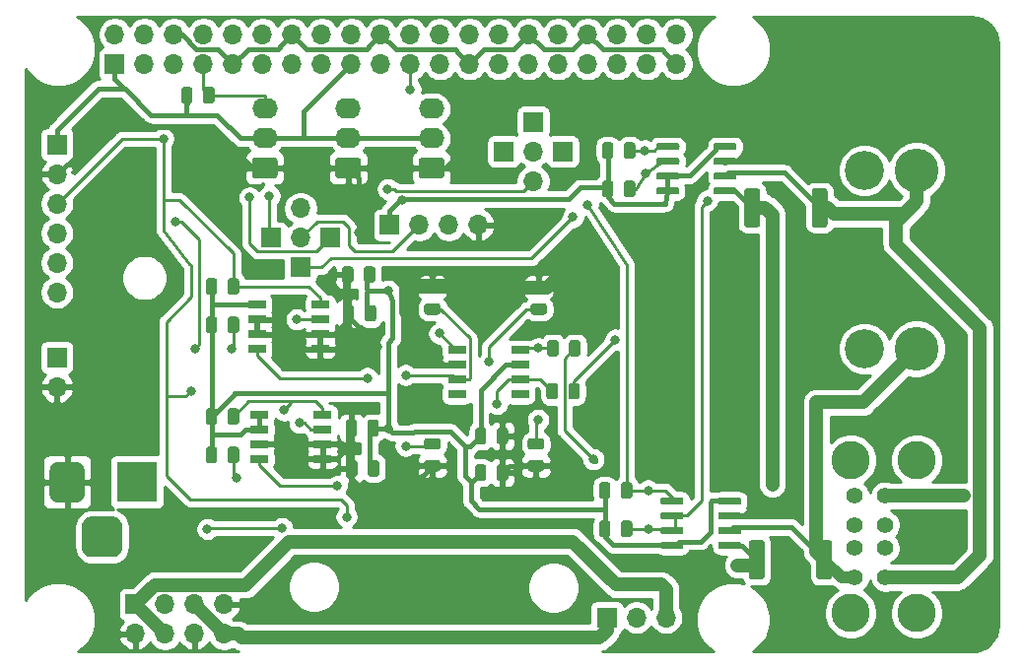
<source format=gbr>
G04 #@! TF.GenerationSoftware,KiCad,Pcbnew,(5.1.5)-3*
G04 #@! TF.CreationDate,2020-10-29T22:06:25+01:00*
G04 #@! TF.ProjectId,res_hat,7265735f-6861-4742-9e6b-696361645f70,rev?*
G04 #@! TF.SameCoordinates,Original*
G04 #@! TF.FileFunction,Copper,L2,Bot*
G04 #@! TF.FilePolarity,Positive*
%FSLAX46Y46*%
G04 Gerber Fmt 4.6, Leading zero omitted, Abs format (unit mm)*
G04 Created by KiCad (PCBNEW (5.1.5)-3) date 2020-10-29 22:06:25*
%MOMM*%
%LPD*%
G04 APERTURE LIST*
%ADD10R,1.525000X0.650000*%
%ADD11O,2.200000X1.740000*%
%ADD12C,0.100000*%
%ADD13O,1.700000X1.700000*%
%ADD14R,1.700000X1.700000*%
%ADD15R,3.500000X3.500000*%
%ADD16C,3.354000*%
%ADD17C,3.759000*%
%ADD18R,1.528000X0.650000*%
%ADD19C,3.300000*%
%ADD20C,1.400000*%
%ADD21C,1.000000*%
%ADD22C,0.800000*%
%ADD23C,1.200000*%
%ADD24C,1.000000*%
%ADD25C,0.400000*%
%ADD26C,0.250000*%
%ADD27C,0.254000*%
G04 APERTURE END LIST*
D10*
X82665020Y-133179820D03*
X82665020Y-134449820D03*
X82665020Y-135719820D03*
X82665020Y-136989820D03*
X88089020Y-136989820D03*
X88089020Y-135719820D03*
X88089020Y-134449820D03*
X88089020Y-133179820D03*
X82482140Y-123725940D03*
X82482140Y-124995940D03*
X82482140Y-126265940D03*
X82482140Y-127535940D03*
X87906140Y-127535940D03*
X87906140Y-126265940D03*
X87906140Y-124995940D03*
X87906140Y-123725940D03*
D11*
X97457260Y-106916220D03*
X97457260Y-109456220D03*
G04 #@! TA.AperFunction,ComponentPad*
D12*
G36*
X98331765Y-111127424D02*
G01*
X98356033Y-111131024D01*
X98379832Y-111136985D01*
X98402931Y-111145250D01*
X98425110Y-111155740D01*
X98446153Y-111168352D01*
X98465859Y-111182967D01*
X98484037Y-111199443D01*
X98500513Y-111217621D01*
X98515128Y-111237327D01*
X98527740Y-111258370D01*
X98538230Y-111280549D01*
X98546495Y-111303648D01*
X98552456Y-111327447D01*
X98556056Y-111351715D01*
X98557260Y-111376219D01*
X98557260Y-112616221D01*
X98556056Y-112640725D01*
X98552456Y-112664993D01*
X98546495Y-112688792D01*
X98538230Y-112711891D01*
X98527740Y-112734070D01*
X98515128Y-112755113D01*
X98500513Y-112774819D01*
X98484037Y-112792997D01*
X98465859Y-112809473D01*
X98446153Y-112824088D01*
X98425110Y-112836700D01*
X98402931Y-112847190D01*
X98379832Y-112855455D01*
X98356033Y-112861416D01*
X98331765Y-112865016D01*
X98307261Y-112866220D01*
X96607259Y-112866220D01*
X96582755Y-112865016D01*
X96558487Y-112861416D01*
X96534688Y-112855455D01*
X96511589Y-112847190D01*
X96489410Y-112836700D01*
X96468367Y-112824088D01*
X96448661Y-112809473D01*
X96430483Y-112792997D01*
X96414007Y-112774819D01*
X96399392Y-112755113D01*
X96386780Y-112734070D01*
X96376290Y-112711891D01*
X96368025Y-112688792D01*
X96362064Y-112664993D01*
X96358464Y-112640725D01*
X96357260Y-112616221D01*
X96357260Y-111376219D01*
X96358464Y-111351715D01*
X96362064Y-111327447D01*
X96368025Y-111303648D01*
X96376290Y-111280549D01*
X96386780Y-111258370D01*
X96399392Y-111237327D01*
X96414007Y-111217621D01*
X96430483Y-111199443D01*
X96448661Y-111182967D01*
X96468367Y-111168352D01*
X96489410Y-111155740D01*
X96511589Y-111145250D01*
X96534688Y-111136985D01*
X96558487Y-111131024D01*
X96582755Y-111127424D01*
X96607259Y-111126220D01*
X98307261Y-111126220D01*
X98331765Y-111127424D01*
G37*
G04 #@! TD.AperFunction*
G04 #@! TA.AperFunction,SMDPad,CuDef*
G36*
X131647445Y-143987584D02*
G01*
X131671713Y-143991184D01*
X131695512Y-143997145D01*
X131718611Y-144005410D01*
X131740790Y-144015900D01*
X131761833Y-144028512D01*
X131781539Y-144043127D01*
X131799717Y-144059603D01*
X131816193Y-144077781D01*
X131830808Y-144097487D01*
X131843420Y-144118530D01*
X131853910Y-144140709D01*
X131862175Y-144163808D01*
X131868136Y-144187607D01*
X131871736Y-144211875D01*
X131872940Y-144236379D01*
X131872940Y-147086381D01*
X131871736Y-147110885D01*
X131868136Y-147135153D01*
X131862175Y-147158952D01*
X131853910Y-147182051D01*
X131843420Y-147204230D01*
X131830808Y-147225273D01*
X131816193Y-147244979D01*
X131799717Y-147263157D01*
X131781539Y-147279633D01*
X131761833Y-147294248D01*
X131740790Y-147306860D01*
X131718611Y-147317350D01*
X131695512Y-147325615D01*
X131671713Y-147331576D01*
X131647445Y-147335176D01*
X131622941Y-147336380D01*
X130772939Y-147336380D01*
X130748435Y-147335176D01*
X130724167Y-147331576D01*
X130700368Y-147325615D01*
X130677269Y-147317350D01*
X130655090Y-147306860D01*
X130634047Y-147294248D01*
X130614341Y-147279633D01*
X130596163Y-147263157D01*
X130579687Y-147244979D01*
X130565072Y-147225273D01*
X130552460Y-147204230D01*
X130541970Y-147182051D01*
X130533705Y-147158952D01*
X130527744Y-147135153D01*
X130524144Y-147110885D01*
X130522940Y-147086381D01*
X130522940Y-144236379D01*
X130524144Y-144211875D01*
X130527744Y-144187607D01*
X130533705Y-144163808D01*
X130541970Y-144140709D01*
X130552460Y-144118530D01*
X130565072Y-144097487D01*
X130579687Y-144077781D01*
X130596163Y-144059603D01*
X130614341Y-144043127D01*
X130634047Y-144028512D01*
X130655090Y-144015900D01*
X130677269Y-144005410D01*
X130700368Y-143997145D01*
X130724167Y-143991184D01*
X130748435Y-143987584D01*
X130772939Y-143986380D01*
X131622941Y-143986380D01*
X131647445Y-143987584D01*
G37*
G04 #@! TD.AperFunction*
G04 #@! TA.AperFunction,SMDPad,CuDef*
G36*
X125847445Y-143987584D02*
G01*
X125871713Y-143991184D01*
X125895512Y-143997145D01*
X125918611Y-144005410D01*
X125940790Y-144015900D01*
X125961833Y-144028512D01*
X125981539Y-144043127D01*
X125999717Y-144059603D01*
X126016193Y-144077781D01*
X126030808Y-144097487D01*
X126043420Y-144118530D01*
X126053910Y-144140709D01*
X126062175Y-144163808D01*
X126068136Y-144187607D01*
X126071736Y-144211875D01*
X126072940Y-144236379D01*
X126072940Y-147086381D01*
X126071736Y-147110885D01*
X126068136Y-147135153D01*
X126062175Y-147158952D01*
X126053910Y-147182051D01*
X126043420Y-147204230D01*
X126030808Y-147225273D01*
X126016193Y-147244979D01*
X125999717Y-147263157D01*
X125981539Y-147279633D01*
X125961833Y-147294248D01*
X125940790Y-147306860D01*
X125918611Y-147317350D01*
X125895512Y-147325615D01*
X125871713Y-147331576D01*
X125847445Y-147335176D01*
X125822941Y-147336380D01*
X124972939Y-147336380D01*
X124948435Y-147335176D01*
X124924167Y-147331576D01*
X124900368Y-147325615D01*
X124877269Y-147317350D01*
X124855090Y-147306860D01*
X124834047Y-147294248D01*
X124814341Y-147279633D01*
X124796163Y-147263157D01*
X124779687Y-147244979D01*
X124765072Y-147225273D01*
X124752460Y-147204230D01*
X124741970Y-147182051D01*
X124733705Y-147158952D01*
X124727744Y-147135153D01*
X124724144Y-147110885D01*
X124722940Y-147086381D01*
X124722940Y-144236379D01*
X124724144Y-144211875D01*
X124727744Y-144187607D01*
X124733705Y-144163808D01*
X124741970Y-144140709D01*
X124752460Y-144118530D01*
X124765072Y-144097487D01*
X124779687Y-144077781D01*
X124796163Y-144059603D01*
X124814341Y-144043127D01*
X124834047Y-144028512D01*
X124855090Y-144015900D01*
X124877269Y-144005410D01*
X124900368Y-143997145D01*
X124924167Y-143991184D01*
X124948435Y-143987584D01*
X124972939Y-143986380D01*
X125822941Y-143986380D01*
X125847445Y-143987584D01*
G37*
G04 #@! TD.AperFunction*
G04 #@! TA.AperFunction,SMDPad,CuDef*
G36*
X131246125Y-113741264D02*
G01*
X131270393Y-113744864D01*
X131294192Y-113750825D01*
X131317291Y-113759090D01*
X131339470Y-113769580D01*
X131360513Y-113782192D01*
X131380219Y-113796807D01*
X131398397Y-113813283D01*
X131414873Y-113831461D01*
X131429488Y-113851167D01*
X131442100Y-113872210D01*
X131452590Y-113894389D01*
X131460855Y-113917488D01*
X131466816Y-113941287D01*
X131470416Y-113965555D01*
X131471620Y-113990059D01*
X131471620Y-116840061D01*
X131470416Y-116864565D01*
X131466816Y-116888833D01*
X131460855Y-116912632D01*
X131452590Y-116935731D01*
X131442100Y-116957910D01*
X131429488Y-116978953D01*
X131414873Y-116998659D01*
X131398397Y-117016837D01*
X131380219Y-117033313D01*
X131360513Y-117047928D01*
X131339470Y-117060540D01*
X131317291Y-117071030D01*
X131294192Y-117079295D01*
X131270393Y-117085256D01*
X131246125Y-117088856D01*
X131221621Y-117090060D01*
X130371619Y-117090060D01*
X130347115Y-117088856D01*
X130322847Y-117085256D01*
X130299048Y-117079295D01*
X130275949Y-117071030D01*
X130253770Y-117060540D01*
X130232727Y-117047928D01*
X130213021Y-117033313D01*
X130194843Y-117016837D01*
X130178367Y-116998659D01*
X130163752Y-116978953D01*
X130151140Y-116957910D01*
X130140650Y-116935731D01*
X130132385Y-116912632D01*
X130126424Y-116888833D01*
X130122824Y-116864565D01*
X130121620Y-116840061D01*
X130121620Y-113990059D01*
X130122824Y-113965555D01*
X130126424Y-113941287D01*
X130132385Y-113917488D01*
X130140650Y-113894389D01*
X130151140Y-113872210D01*
X130163752Y-113851167D01*
X130178367Y-113831461D01*
X130194843Y-113813283D01*
X130213021Y-113796807D01*
X130232727Y-113782192D01*
X130253770Y-113769580D01*
X130275949Y-113759090D01*
X130299048Y-113750825D01*
X130322847Y-113744864D01*
X130347115Y-113741264D01*
X130371619Y-113740060D01*
X131221621Y-113740060D01*
X131246125Y-113741264D01*
G37*
G04 #@! TD.AperFunction*
G04 #@! TA.AperFunction,SMDPad,CuDef*
G36*
X125446125Y-113741264D02*
G01*
X125470393Y-113744864D01*
X125494192Y-113750825D01*
X125517291Y-113759090D01*
X125539470Y-113769580D01*
X125560513Y-113782192D01*
X125580219Y-113796807D01*
X125598397Y-113813283D01*
X125614873Y-113831461D01*
X125629488Y-113851167D01*
X125642100Y-113872210D01*
X125652590Y-113894389D01*
X125660855Y-113917488D01*
X125666816Y-113941287D01*
X125670416Y-113965555D01*
X125671620Y-113990059D01*
X125671620Y-116840061D01*
X125670416Y-116864565D01*
X125666816Y-116888833D01*
X125660855Y-116912632D01*
X125652590Y-116935731D01*
X125642100Y-116957910D01*
X125629488Y-116978953D01*
X125614873Y-116998659D01*
X125598397Y-117016837D01*
X125580219Y-117033313D01*
X125560513Y-117047928D01*
X125539470Y-117060540D01*
X125517291Y-117071030D01*
X125494192Y-117079295D01*
X125470393Y-117085256D01*
X125446125Y-117088856D01*
X125421621Y-117090060D01*
X124571619Y-117090060D01*
X124547115Y-117088856D01*
X124522847Y-117085256D01*
X124499048Y-117079295D01*
X124475949Y-117071030D01*
X124453770Y-117060540D01*
X124432727Y-117047928D01*
X124413021Y-117033313D01*
X124394843Y-117016837D01*
X124378367Y-116998659D01*
X124363752Y-116978953D01*
X124351140Y-116957910D01*
X124340650Y-116935731D01*
X124332385Y-116912632D01*
X124326424Y-116888833D01*
X124322824Y-116864565D01*
X124321620Y-116840061D01*
X124321620Y-113990059D01*
X124322824Y-113965555D01*
X124326424Y-113941287D01*
X124332385Y-113917488D01*
X124340650Y-113894389D01*
X124351140Y-113872210D01*
X124363752Y-113851167D01*
X124378367Y-113831461D01*
X124394843Y-113813283D01*
X124413021Y-113796807D01*
X124432727Y-113782192D01*
X124453770Y-113769580D01*
X124475949Y-113759090D01*
X124499048Y-113750825D01*
X124522847Y-113744864D01*
X124547115Y-113741264D01*
X124571619Y-113740060D01*
X125421621Y-113740060D01*
X125446125Y-113741264D01*
G37*
G04 #@! TD.AperFunction*
D13*
X106199940Y-113129060D03*
X106199940Y-110589060D03*
D14*
X106199940Y-108049060D03*
D13*
X101485700Y-116890800D03*
X98945700Y-116890800D03*
X96405700Y-116890800D03*
D14*
X93865700Y-116890800D03*
X108739940Y-110586520D03*
X88755220Y-118003320D03*
X103662480Y-110583980D03*
X83675220Y-118003320D03*
D13*
X86215220Y-115465860D03*
X86215220Y-118005860D03*
D14*
X86215220Y-120545860D03*
D13*
X65278000Y-130810000D03*
D14*
X65278000Y-128270000D03*
G04 #@! TA.AperFunction,ComponentPad*
D12*
G36*
X70122165Y-141943013D02*
G01*
X70207104Y-141955613D01*
X70290399Y-141976477D01*
X70371248Y-142005405D01*
X70448872Y-142042119D01*
X70522524Y-142086264D01*
X70591494Y-142137416D01*
X70655118Y-142195082D01*
X70712784Y-142258706D01*
X70763936Y-142327676D01*
X70808081Y-142401328D01*
X70844795Y-142478952D01*
X70873723Y-142559801D01*
X70894587Y-142643096D01*
X70907187Y-142728035D01*
X70911400Y-142813800D01*
X70911400Y-144563800D01*
X70907187Y-144649565D01*
X70894587Y-144734504D01*
X70873723Y-144817799D01*
X70844795Y-144898648D01*
X70808081Y-144976272D01*
X70763936Y-145049924D01*
X70712784Y-145118894D01*
X70655118Y-145182518D01*
X70591494Y-145240184D01*
X70522524Y-145291336D01*
X70448872Y-145335481D01*
X70371248Y-145372195D01*
X70290399Y-145401123D01*
X70207104Y-145421987D01*
X70122165Y-145434587D01*
X70036400Y-145438800D01*
X68286400Y-145438800D01*
X68200635Y-145434587D01*
X68115696Y-145421987D01*
X68032401Y-145401123D01*
X67951552Y-145372195D01*
X67873928Y-145335481D01*
X67800276Y-145291336D01*
X67731306Y-145240184D01*
X67667682Y-145182518D01*
X67610016Y-145118894D01*
X67558864Y-145049924D01*
X67514719Y-144976272D01*
X67478005Y-144898648D01*
X67449077Y-144817799D01*
X67428213Y-144734504D01*
X67415613Y-144649565D01*
X67411400Y-144563800D01*
X67411400Y-142813800D01*
X67415613Y-142728035D01*
X67428213Y-142643096D01*
X67449077Y-142559801D01*
X67478005Y-142478952D01*
X67514719Y-142401328D01*
X67558864Y-142327676D01*
X67610016Y-142258706D01*
X67667682Y-142195082D01*
X67731306Y-142137416D01*
X67800276Y-142086264D01*
X67873928Y-142042119D01*
X67951552Y-142005405D01*
X68032401Y-141976477D01*
X68115696Y-141955613D01*
X68200635Y-141943013D01*
X68286400Y-141938800D01*
X70036400Y-141938800D01*
X70122165Y-141943013D01*
G37*
G04 #@! TD.AperFunction*
G04 #@! TA.AperFunction,ComponentPad*
G36*
X66984913Y-137242411D02*
G01*
X67057718Y-137253211D01*
X67129114Y-137271095D01*
X67198413Y-137295890D01*
X67264948Y-137327359D01*
X67328078Y-137365198D01*
X67387195Y-137409042D01*
X67441730Y-137458470D01*
X67491158Y-137513005D01*
X67535002Y-137572122D01*
X67572841Y-137635252D01*
X67604310Y-137701787D01*
X67629105Y-137771086D01*
X67646989Y-137842482D01*
X67657789Y-137915287D01*
X67661400Y-137988800D01*
X67661400Y-139988800D01*
X67657789Y-140062313D01*
X67646989Y-140135118D01*
X67629105Y-140206514D01*
X67604310Y-140275813D01*
X67572841Y-140342348D01*
X67535002Y-140405478D01*
X67491158Y-140464595D01*
X67441730Y-140519130D01*
X67387195Y-140568558D01*
X67328078Y-140612402D01*
X67264948Y-140650241D01*
X67198413Y-140681710D01*
X67129114Y-140706505D01*
X67057718Y-140724389D01*
X66984913Y-140735189D01*
X66911400Y-140738800D01*
X65411400Y-140738800D01*
X65337887Y-140735189D01*
X65265082Y-140724389D01*
X65193686Y-140706505D01*
X65124387Y-140681710D01*
X65057852Y-140650241D01*
X64994722Y-140612402D01*
X64935605Y-140568558D01*
X64881070Y-140519130D01*
X64831642Y-140464595D01*
X64787798Y-140405478D01*
X64749959Y-140342348D01*
X64718490Y-140275813D01*
X64693695Y-140206514D01*
X64675811Y-140135118D01*
X64665011Y-140062313D01*
X64661400Y-139988800D01*
X64661400Y-137988800D01*
X64665011Y-137915287D01*
X64675811Y-137842482D01*
X64693695Y-137771086D01*
X64718490Y-137701787D01*
X64749959Y-137635252D01*
X64787798Y-137572122D01*
X64831642Y-137513005D01*
X64881070Y-137458470D01*
X64935605Y-137409042D01*
X64994722Y-137365198D01*
X65057852Y-137327359D01*
X65124387Y-137295890D01*
X65193686Y-137271095D01*
X65265082Y-137253211D01*
X65337887Y-137242411D01*
X65411400Y-137238800D01*
X66911400Y-137238800D01*
X66984913Y-137242411D01*
G37*
G04 #@! TD.AperFunction*
D15*
X72161400Y-138988800D03*
D11*
X83126580Y-106916220D03*
X83126580Y-109456220D03*
G04 #@! TA.AperFunction,ComponentPad*
D12*
G36*
X84001085Y-111127424D02*
G01*
X84025353Y-111131024D01*
X84049152Y-111136985D01*
X84072251Y-111145250D01*
X84094430Y-111155740D01*
X84115473Y-111168352D01*
X84135179Y-111182967D01*
X84153357Y-111199443D01*
X84169833Y-111217621D01*
X84184448Y-111237327D01*
X84197060Y-111258370D01*
X84207550Y-111280549D01*
X84215815Y-111303648D01*
X84221776Y-111327447D01*
X84225376Y-111351715D01*
X84226580Y-111376219D01*
X84226580Y-112616221D01*
X84225376Y-112640725D01*
X84221776Y-112664993D01*
X84215815Y-112688792D01*
X84207550Y-112711891D01*
X84197060Y-112734070D01*
X84184448Y-112755113D01*
X84169833Y-112774819D01*
X84153357Y-112792997D01*
X84135179Y-112809473D01*
X84115473Y-112824088D01*
X84094430Y-112836700D01*
X84072251Y-112847190D01*
X84049152Y-112855455D01*
X84025353Y-112861416D01*
X84001085Y-112865016D01*
X83976581Y-112866220D01*
X82276579Y-112866220D01*
X82252075Y-112865016D01*
X82227807Y-112861416D01*
X82204008Y-112855455D01*
X82180909Y-112847190D01*
X82158730Y-112836700D01*
X82137687Y-112824088D01*
X82117981Y-112809473D01*
X82099803Y-112792997D01*
X82083327Y-112774819D01*
X82068712Y-112755113D01*
X82056100Y-112734070D01*
X82045610Y-112711891D01*
X82037345Y-112688792D01*
X82031384Y-112664993D01*
X82027784Y-112640725D01*
X82026580Y-112616221D01*
X82026580Y-111376219D01*
X82027784Y-111351715D01*
X82031384Y-111327447D01*
X82037345Y-111303648D01*
X82045610Y-111280549D01*
X82056100Y-111258370D01*
X82068712Y-111237327D01*
X82083327Y-111217621D01*
X82099803Y-111199443D01*
X82117981Y-111182967D01*
X82137687Y-111168352D01*
X82158730Y-111155740D01*
X82180909Y-111145250D01*
X82204008Y-111136985D01*
X82227807Y-111131024D01*
X82252075Y-111127424D01*
X82276579Y-111126220D01*
X83976581Y-111126220D01*
X84001085Y-111127424D01*
G37*
G04 #@! TD.AperFunction*
D11*
X90307160Y-106916220D03*
X90307160Y-109456220D03*
G04 #@! TA.AperFunction,ComponentPad*
D12*
G36*
X91181665Y-111127424D02*
G01*
X91205933Y-111131024D01*
X91229732Y-111136985D01*
X91252831Y-111145250D01*
X91275010Y-111155740D01*
X91296053Y-111168352D01*
X91315759Y-111182967D01*
X91333937Y-111199443D01*
X91350413Y-111217621D01*
X91365028Y-111237327D01*
X91377640Y-111258370D01*
X91388130Y-111280549D01*
X91396395Y-111303648D01*
X91402356Y-111327447D01*
X91405956Y-111351715D01*
X91407160Y-111376219D01*
X91407160Y-112616221D01*
X91405956Y-112640725D01*
X91402356Y-112664993D01*
X91396395Y-112688792D01*
X91388130Y-112711891D01*
X91377640Y-112734070D01*
X91365028Y-112755113D01*
X91350413Y-112774819D01*
X91333937Y-112792997D01*
X91315759Y-112809473D01*
X91296053Y-112824088D01*
X91275010Y-112836700D01*
X91252831Y-112847190D01*
X91229732Y-112855455D01*
X91205933Y-112861416D01*
X91181665Y-112865016D01*
X91157161Y-112866220D01*
X89457159Y-112866220D01*
X89432655Y-112865016D01*
X89408387Y-112861416D01*
X89384588Y-112855455D01*
X89361489Y-112847190D01*
X89339310Y-112836700D01*
X89318267Y-112824088D01*
X89298561Y-112809473D01*
X89280383Y-112792997D01*
X89263907Y-112774819D01*
X89249292Y-112755113D01*
X89236680Y-112734070D01*
X89226190Y-112711891D01*
X89217925Y-112688792D01*
X89211964Y-112664993D01*
X89208364Y-112640725D01*
X89207160Y-112616221D01*
X89207160Y-111376219D01*
X89208364Y-111351715D01*
X89211964Y-111327447D01*
X89217925Y-111303648D01*
X89226190Y-111280549D01*
X89236680Y-111258370D01*
X89249292Y-111237327D01*
X89263907Y-111217621D01*
X89280383Y-111199443D01*
X89298561Y-111182967D01*
X89318267Y-111168352D01*
X89339310Y-111155740D01*
X89361489Y-111145250D01*
X89384588Y-111136985D01*
X89408387Y-111131024D01*
X89432655Y-111127424D01*
X89457159Y-111126220D01*
X91157161Y-111126220D01*
X91181665Y-111127424D01*
G37*
G04 #@! TD.AperFunction*
D16*
X134638660Y-127525780D03*
D17*
X139138660Y-127525780D03*
D16*
X134638660Y-112209580D03*
D17*
X139138660Y-112209580D03*
D13*
X118508780Y-100517960D03*
X118508780Y-103057960D03*
X115968780Y-100517960D03*
X115968780Y-103057960D03*
X113428780Y-100517960D03*
X113428780Y-103057960D03*
X110888780Y-100517960D03*
X110888780Y-103057960D03*
X108348780Y-100517960D03*
X108348780Y-103057960D03*
X105808780Y-100517960D03*
X105808780Y-103057960D03*
X103268780Y-100517960D03*
X103268780Y-103057960D03*
X100728780Y-100517960D03*
X100728780Y-103057960D03*
X98188780Y-100517960D03*
X98188780Y-103057960D03*
X95648780Y-100517960D03*
X95648780Y-103057960D03*
X93108780Y-100517960D03*
X93108780Y-103057960D03*
X90568780Y-100517960D03*
X90568780Y-103057960D03*
X88028780Y-100517960D03*
X88028780Y-103057960D03*
X85488780Y-100517960D03*
X85488780Y-103057960D03*
X82948780Y-100517960D03*
X82948780Y-103057960D03*
X80408780Y-100517960D03*
X80408780Y-103057960D03*
X77868780Y-100517960D03*
X77868780Y-103057960D03*
X75328780Y-100517960D03*
X75328780Y-103057960D03*
X72788780Y-100517960D03*
X72788780Y-103057960D03*
X70248780Y-100517960D03*
D14*
X70248780Y-103057960D03*
G04 #@! TA.AperFunction,SMDPad,CuDef*
D12*
G36*
X76723942Y-105046454D02*
G01*
X76747603Y-105049964D01*
X76770807Y-105055776D01*
X76793329Y-105063834D01*
X76814953Y-105074062D01*
X76835470Y-105086359D01*
X76854683Y-105100609D01*
X76872407Y-105116673D01*
X76888471Y-105134397D01*
X76902721Y-105153610D01*
X76915018Y-105174127D01*
X76925246Y-105195751D01*
X76933304Y-105218273D01*
X76939116Y-105241477D01*
X76942626Y-105265138D01*
X76943800Y-105289030D01*
X76943800Y-106201530D01*
X76942626Y-106225422D01*
X76939116Y-106249083D01*
X76933304Y-106272287D01*
X76925246Y-106294809D01*
X76915018Y-106316433D01*
X76902721Y-106336950D01*
X76888471Y-106356163D01*
X76872407Y-106373887D01*
X76854683Y-106389951D01*
X76835470Y-106404201D01*
X76814953Y-106416498D01*
X76793329Y-106426726D01*
X76770807Y-106434784D01*
X76747603Y-106440596D01*
X76723942Y-106444106D01*
X76700050Y-106445280D01*
X76212550Y-106445280D01*
X76188658Y-106444106D01*
X76164997Y-106440596D01*
X76141793Y-106434784D01*
X76119271Y-106426726D01*
X76097647Y-106416498D01*
X76077130Y-106404201D01*
X76057917Y-106389951D01*
X76040193Y-106373887D01*
X76024129Y-106356163D01*
X76009879Y-106336950D01*
X75997582Y-106316433D01*
X75987354Y-106294809D01*
X75979296Y-106272287D01*
X75973484Y-106249083D01*
X75969974Y-106225422D01*
X75968800Y-106201530D01*
X75968800Y-105289030D01*
X75969974Y-105265138D01*
X75973484Y-105241477D01*
X75979296Y-105218273D01*
X75987354Y-105195751D01*
X75997582Y-105174127D01*
X76009879Y-105153610D01*
X76024129Y-105134397D01*
X76040193Y-105116673D01*
X76057917Y-105100609D01*
X76077130Y-105086359D01*
X76097647Y-105074062D01*
X76119271Y-105063834D01*
X76141793Y-105055776D01*
X76164997Y-105049964D01*
X76188658Y-105046454D01*
X76212550Y-105045280D01*
X76700050Y-105045280D01*
X76723942Y-105046454D01*
G37*
G04 #@! TD.AperFunction*
G04 #@! TA.AperFunction,SMDPad,CuDef*
G36*
X78598942Y-105046454D02*
G01*
X78622603Y-105049964D01*
X78645807Y-105055776D01*
X78668329Y-105063834D01*
X78689953Y-105074062D01*
X78710470Y-105086359D01*
X78729683Y-105100609D01*
X78747407Y-105116673D01*
X78763471Y-105134397D01*
X78777721Y-105153610D01*
X78790018Y-105174127D01*
X78800246Y-105195751D01*
X78808304Y-105218273D01*
X78814116Y-105241477D01*
X78817626Y-105265138D01*
X78818800Y-105289030D01*
X78818800Y-106201530D01*
X78817626Y-106225422D01*
X78814116Y-106249083D01*
X78808304Y-106272287D01*
X78800246Y-106294809D01*
X78790018Y-106316433D01*
X78777721Y-106336950D01*
X78763471Y-106356163D01*
X78747407Y-106373887D01*
X78729683Y-106389951D01*
X78710470Y-106404201D01*
X78689953Y-106416498D01*
X78668329Y-106426726D01*
X78645807Y-106434784D01*
X78622603Y-106440596D01*
X78598942Y-106444106D01*
X78575050Y-106445280D01*
X78087550Y-106445280D01*
X78063658Y-106444106D01*
X78039997Y-106440596D01*
X78016793Y-106434784D01*
X77994271Y-106426726D01*
X77972647Y-106416498D01*
X77952130Y-106404201D01*
X77932917Y-106389951D01*
X77915193Y-106373887D01*
X77899129Y-106356163D01*
X77884879Y-106336950D01*
X77872582Y-106316433D01*
X77862354Y-106294809D01*
X77854296Y-106272287D01*
X77848484Y-106249083D01*
X77844974Y-106225422D01*
X77843800Y-106201530D01*
X77843800Y-105289030D01*
X77844974Y-105265138D01*
X77848484Y-105241477D01*
X77854296Y-105218273D01*
X77862354Y-105195751D01*
X77872582Y-105174127D01*
X77884879Y-105153610D01*
X77899129Y-105134397D01*
X77915193Y-105116673D01*
X77932917Y-105100609D01*
X77952130Y-105086359D01*
X77972647Y-105074062D01*
X77994271Y-105063834D01*
X78016793Y-105055776D01*
X78039997Y-105049964D01*
X78063658Y-105046454D01*
X78087550Y-105045280D01*
X78575050Y-105045280D01*
X78598942Y-105046454D01*
G37*
G04 #@! TD.AperFunction*
D13*
X65278000Y-122682000D03*
X65278000Y-120142000D03*
X65278000Y-117602000D03*
X65278000Y-115062000D03*
X65278000Y-112522000D03*
D14*
X65278000Y-109982000D03*
D13*
X117602000Y-150622000D03*
X115062000Y-150622000D03*
D14*
X112522000Y-150622000D03*
D13*
X79639160Y-152034240D03*
X79639160Y-149494240D03*
X77099160Y-152034240D03*
X77099160Y-149494240D03*
X74559160Y-152034240D03*
X74559160Y-149494240D03*
X72019160Y-152034240D03*
D14*
X72019160Y-149494240D03*
G04 #@! TA.AperFunction,SMDPad,CuDef*
D12*
G36*
X103821142Y-137477174D02*
G01*
X103844803Y-137480684D01*
X103868007Y-137486496D01*
X103890529Y-137494554D01*
X103912153Y-137504782D01*
X103932670Y-137517079D01*
X103951883Y-137531329D01*
X103969607Y-137547393D01*
X103985671Y-137565117D01*
X103999921Y-137584330D01*
X104012218Y-137604847D01*
X104022446Y-137626471D01*
X104030504Y-137648993D01*
X104036316Y-137672197D01*
X104039826Y-137695858D01*
X104041000Y-137719750D01*
X104041000Y-138632250D01*
X104039826Y-138656142D01*
X104036316Y-138679803D01*
X104030504Y-138703007D01*
X104022446Y-138725529D01*
X104012218Y-138747153D01*
X103999921Y-138767670D01*
X103985671Y-138786883D01*
X103969607Y-138804607D01*
X103951883Y-138820671D01*
X103932670Y-138834921D01*
X103912153Y-138847218D01*
X103890529Y-138857446D01*
X103868007Y-138865504D01*
X103844803Y-138871316D01*
X103821142Y-138874826D01*
X103797250Y-138876000D01*
X103309750Y-138876000D01*
X103285858Y-138874826D01*
X103262197Y-138871316D01*
X103238993Y-138865504D01*
X103216471Y-138857446D01*
X103194847Y-138847218D01*
X103174330Y-138834921D01*
X103155117Y-138820671D01*
X103137393Y-138804607D01*
X103121329Y-138786883D01*
X103107079Y-138767670D01*
X103094782Y-138747153D01*
X103084554Y-138725529D01*
X103076496Y-138703007D01*
X103070684Y-138679803D01*
X103067174Y-138656142D01*
X103066000Y-138632250D01*
X103066000Y-137719750D01*
X103067174Y-137695858D01*
X103070684Y-137672197D01*
X103076496Y-137648993D01*
X103084554Y-137626471D01*
X103094782Y-137604847D01*
X103107079Y-137584330D01*
X103121329Y-137565117D01*
X103137393Y-137547393D01*
X103155117Y-137531329D01*
X103174330Y-137517079D01*
X103194847Y-137504782D01*
X103216471Y-137494554D01*
X103238993Y-137486496D01*
X103262197Y-137480684D01*
X103285858Y-137477174D01*
X103309750Y-137476000D01*
X103797250Y-137476000D01*
X103821142Y-137477174D01*
G37*
G04 #@! TD.AperFunction*
G04 #@! TA.AperFunction,SMDPad,CuDef*
G36*
X101946142Y-137477174D02*
G01*
X101969803Y-137480684D01*
X101993007Y-137486496D01*
X102015529Y-137494554D01*
X102037153Y-137504782D01*
X102057670Y-137517079D01*
X102076883Y-137531329D01*
X102094607Y-137547393D01*
X102110671Y-137565117D01*
X102124921Y-137584330D01*
X102137218Y-137604847D01*
X102147446Y-137626471D01*
X102155504Y-137648993D01*
X102161316Y-137672197D01*
X102164826Y-137695858D01*
X102166000Y-137719750D01*
X102166000Y-138632250D01*
X102164826Y-138656142D01*
X102161316Y-138679803D01*
X102155504Y-138703007D01*
X102147446Y-138725529D01*
X102137218Y-138747153D01*
X102124921Y-138767670D01*
X102110671Y-138786883D01*
X102094607Y-138804607D01*
X102076883Y-138820671D01*
X102057670Y-138834921D01*
X102037153Y-138847218D01*
X102015529Y-138857446D01*
X101993007Y-138865504D01*
X101969803Y-138871316D01*
X101946142Y-138874826D01*
X101922250Y-138876000D01*
X101434750Y-138876000D01*
X101410858Y-138874826D01*
X101387197Y-138871316D01*
X101363993Y-138865504D01*
X101341471Y-138857446D01*
X101319847Y-138847218D01*
X101299330Y-138834921D01*
X101280117Y-138820671D01*
X101262393Y-138804607D01*
X101246329Y-138786883D01*
X101232079Y-138767670D01*
X101219782Y-138747153D01*
X101209554Y-138725529D01*
X101201496Y-138703007D01*
X101195684Y-138679803D01*
X101192174Y-138656142D01*
X101191000Y-138632250D01*
X101191000Y-137719750D01*
X101192174Y-137695858D01*
X101195684Y-137672197D01*
X101201496Y-137648993D01*
X101209554Y-137626471D01*
X101219782Y-137604847D01*
X101232079Y-137584330D01*
X101246329Y-137565117D01*
X101262393Y-137547393D01*
X101280117Y-137531329D01*
X101299330Y-137517079D01*
X101319847Y-137504782D01*
X101341471Y-137494554D01*
X101363993Y-137486496D01*
X101387197Y-137480684D01*
X101410858Y-137477174D01*
X101434750Y-137476000D01*
X101922250Y-137476000D01*
X101946142Y-137477174D01*
G37*
G04 #@! TD.AperFunction*
G04 #@! TA.AperFunction,SMDPad,CuDef*
G36*
X103821142Y-134331174D02*
G01*
X103844803Y-134334684D01*
X103868007Y-134340496D01*
X103890529Y-134348554D01*
X103912153Y-134358782D01*
X103932670Y-134371079D01*
X103951883Y-134385329D01*
X103969607Y-134401393D01*
X103985671Y-134419117D01*
X103999921Y-134438330D01*
X104012218Y-134458847D01*
X104022446Y-134480471D01*
X104030504Y-134502993D01*
X104036316Y-134526197D01*
X104039826Y-134549858D01*
X104041000Y-134573750D01*
X104041000Y-135486250D01*
X104039826Y-135510142D01*
X104036316Y-135533803D01*
X104030504Y-135557007D01*
X104022446Y-135579529D01*
X104012218Y-135601153D01*
X103999921Y-135621670D01*
X103985671Y-135640883D01*
X103969607Y-135658607D01*
X103951883Y-135674671D01*
X103932670Y-135688921D01*
X103912153Y-135701218D01*
X103890529Y-135711446D01*
X103868007Y-135719504D01*
X103844803Y-135725316D01*
X103821142Y-135728826D01*
X103797250Y-135730000D01*
X103309750Y-135730000D01*
X103285858Y-135728826D01*
X103262197Y-135725316D01*
X103238993Y-135719504D01*
X103216471Y-135711446D01*
X103194847Y-135701218D01*
X103174330Y-135688921D01*
X103155117Y-135674671D01*
X103137393Y-135658607D01*
X103121329Y-135640883D01*
X103107079Y-135621670D01*
X103094782Y-135601153D01*
X103084554Y-135579529D01*
X103076496Y-135557007D01*
X103070684Y-135533803D01*
X103067174Y-135510142D01*
X103066000Y-135486250D01*
X103066000Y-134573750D01*
X103067174Y-134549858D01*
X103070684Y-134526197D01*
X103076496Y-134502993D01*
X103084554Y-134480471D01*
X103094782Y-134458847D01*
X103107079Y-134438330D01*
X103121329Y-134419117D01*
X103137393Y-134401393D01*
X103155117Y-134385329D01*
X103174330Y-134371079D01*
X103194847Y-134358782D01*
X103216471Y-134348554D01*
X103238993Y-134340496D01*
X103262197Y-134334684D01*
X103285858Y-134331174D01*
X103309750Y-134330000D01*
X103797250Y-134330000D01*
X103821142Y-134331174D01*
G37*
G04 #@! TD.AperFunction*
G04 #@! TA.AperFunction,SMDPad,CuDef*
G36*
X101946142Y-134331174D02*
G01*
X101969803Y-134334684D01*
X101993007Y-134340496D01*
X102015529Y-134348554D01*
X102037153Y-134358782D01*
X102057670Y-134371079D01*
X102076883Y-134385329D01*
X102094607Y-134401393D01*
X102110671Y-134419117D01*
X102124921Y-134438330D01*
X102137218Y-134458847D01*
X102147446Y-134480471D01*
X102155504Y-134502993D01*
X102161316Y-134526197D01*
X102164826Y-134549858D01*
X102166000Y-134573750D01*
X102166000Y-135486250D01*
X102164826Y-135510142D01*
X102161316Y-135533803D01*
X102155504Y-135557007D01*
X102147446Y-135579529D01*
X102137218Y-135601153D01*
X102124921Y-135621670D01*
X102110671Y-135640883D01*
X102094607Y-135658607D01*
X102076883Y-135674671D01*
X102057670Y-135688921D01*
X102037153Y-135701218D01*
X102015529Y-135711446D01*
X101993007Y-135719504D01*
X101969803Y-135725316D01*
X101946142Y-135728826D01*
X101922250Y-135730000D01*
X101434750Y-135730000D01*
X101410858Y-135728826D01*
X101387197Y-135725316D01*
X101363993Y-135719504D01*
X101341471Y-135711446D01*
X101319847Y-135701218D01*
X101299330Y-135688921D01*
X101280117Y-135674671D01*
X101262393Y-135658607D01*
X101246329Y-135640883D01*
X101232079Y-135621670D01*
X101219782Y-135601153D01*
X101209554Y-135579529D01*
X101201496Y-135557007D01*
X101195684Y-135533803D01*
X101192174Y-135510142D01*
X101191000Y-135486250D01*
X101191000Y-134573750D01*
X101192174Y-134549858D01*
X101195684Y-134526197D01*
X101201496Y-134502993D01*
X101209554Y-134480471D01*
X101219782Y-134458847D01*
X101232079Y-134438330D01*
X101246329Y-134419117D01*
X101262393Y-134401393D01*
X101280117Y-134385329D01*
X101299330Y-134371079D01*
X101319847Y-134358782D01*
X101341471Y-134348554D01*
X101363993Y-134340496D01*
X101387197Y-134334684D01*
X101410858Y-134331174D01*
X101434750Y-134330000D01*
X101922250Y-134330000D01*
X101946142Y-134331174D01*
G37*
G04 #@! TD.AperFunction*
G04 #@! TA.AperFunction,SMDPad,CuDef*
G36*
X92723882Y-133641774D02*
G01*
X92747543Y-133645284D01*
X92770747Y-133651096D01*
X92793269Y-133659154D01*
X92814893Y-133669382D01*
X92835410Y-133681679D01*
X92854623Y-133695929D01*
X92872347Y-133711993D01*
X92888411Y-133729717D01*
X92902661Y-133748930D01*
X92914958Y-133769447D01*
X92925186Y-133791071D01*
X92933244Y-133813593D01*
X92939056Y-133836797D01*
X92942566Y-133860458D01*
X92943740Y-133884350D01*
X92943740Y-134796850D01*
X92942566Y-134820742D01*
X92939056Y-134844403D01*
X92933244Y-134867607D01*
X92925186Y-134890129D01*
X92914958Y-134911753D01*
X92902661Y-134932270D01*
X92888411Y-134951483D01*
X92872347Y-134969207D01*
X92854623Y-134985271D01*
X92835410Y-134999521D01*
X92814893Y-135011818D01*
X92793269Y-135022046D01*
X92770747Y-135030104D01*
X92747543Y-135035916D01*
X92723882Y-135039426D01*
X92699990Y-135040600D01*
X92212490Y-135040600D01*
X92188598Y-135039426D01*
X92164937Y-135035916D01*
X92141733Y-135030104D01*
X92119211Y-135022046D01*
X92097587Y-135011818D01*
X92077070Y-134999521D01*
X92057857Y-134985271D01*
X92040133Y-134969207D01*
X92024069Y-134951483D01*
X92009819Y-134932270D01*
X91997522Y-134911753D01*
X91987294Y-134890129D01*
X91979236Y-134867607D01*
X91973424Y-134844403D01*
X91969914Y-134820742D01*
X91968740Y-134796850D01*
X91968740Y-133884350D01*
X91969914Y-133860458D01*
X91973424Y-133836797D01*
X91979236Y-133813593D01*
X91987294Y-133791071D01*
X91997522Y-133769447D01*
X92009819Y-133748930D01*
X92024069Y-133729717D01*
X92040133Y-133711993D01*
X92057857Y-133695929D01*
X92077070Y-133681679D01*
X92097587Y-133669382D01*
X92119211Y-133659154D01*
X92141733Y-133651096D01*
X92164937Y-133645284D01*
X92188598Y-133641774D01*
X92212490Y-133640600D01*
X92699990Y-133640600D01*
X92723882Y-133641774D01*
G37*
G04 #@! TD.AperFunction*
G04 #@! TA.AperFunction,SMDPad,CuDef*
G36*
X90848882Y-133641774D02*
G01*
X90872543Y-133645284D01*
X90895747Y-133651096D01*
X90918269Y-133659154D01*
X90939893Y-133669382D01*
X90960410Y-133681679D01*
X90979623Y-133695929D01*
X90997347Y-133711993D01*
X91013411Y-133729717D01*
X91027661Y-133748930D01*
X91039958Y-133769447D01*
X91050186Y-133791071D01*
X91058244Y-133813593D01*
X91064056Y-133836797D01*
X91067566Y-133860458D01*
X91068740Y-133884350D01*
X91068740Y-134796850D01*
X91067566Y-134820742D01*
X91064056Y-134844403D01*
X91058244Y-134867607D01*
X91050186Y-134890129D01*
X91039958Y-134911753D01*
X91027661Y-134932270D01*
X91013411Y-134951483D01*
X90997347Y-134969207D01*
X90979623Y-134985271D01*
X90960410Y-134999521D01*
X90939893Y-135011818D01*
X90918269Y-135022046D01*
X90895747Y-135030104D01*
X90872543Y-135035916D01*
X90848882Y-135039426D01*
X90824990Y-135040600D01*
X90337490Y-135040600D01*
X90313598Y-135039426D01*
X90289937Y-135035916D01*
X90266733Y-135030104D01*
X90244211Y-135022046D01*
X90222587Y-135011818D01*
X90202070Y-134999521D01*
X90182857Y-134985271D01*
X90165133Y-134969207D01*
X90149069Y-134951483D01*
X90134819Y-134932270D01*
X90122522Y-134911753D01*
X90112294Y-134890129D01*
X90104236Y-134867607D01*
X90098424Y-134844403D01*
X90094914Y-134820742D01*
X90093740Y-134796850D01*
X90093740Y-133884350D01*
X90094914Y-133860458D01*
X90098424Y-133836797D01*
X90104236Y-133813593D01*
X90112294Y-133791071D01*
X90122522Y-133769447D01*
X90134819Y-133748930D01*
X90149069Y-133729717D01*
X90165133Y-133711993D01*
X90182857Y-133695929D01*
X90202070Y-133681679D01*
X90222587Y-133669382D01*
X90244211Y-133659154D01*
X90266733Y-133651096D01*
X90289937Y-133645284D01*
X90313598Y-133641774D01*
X90337490Y-133640600D01*
X90824990Y-133640600D01*
X90848882Y-133641774D01*
G37*
G04 #@! TD.AperFunction*
G04 #@! TA.AperFunction,SMDPad,CuDef*
G36*
X92749282Y-137111414D02*
G01*
X92772943Y-137114924D01*
X92796147Y-137120736D01*
X92818669Y-137128794D01*
X92840293Y-137139022D01*
X92860810Y-137151319D01*
X92880023Y-137165569D01*
X92897747Y-137181633D01*
X92913811Y-137199357D01*
X92928061Y-137218570D01*
X92940358Y-137239087D01*
X92950586Y-137260711D01*
X92958644Y-137283233D01*
X92964456Y-137306437D01*
X92967966Y-137330098D01*
X92969140Y-137353990D01*
X92969140Y-138266490D01*
X92967966Y-138290382D01*
X92964456Y-138314043D01*
X92958644Y-138337247D01*
X92950586Y-138359769D01*
X92940358Y-138381393D01*
X92928061Y-138401910D01*
X92913811Y-138421123D01*
X92897747Y-138438847D01*
X92880023Y-138454911D01*
X92860810Y-138469161D01*
X92840293Y-138481458D01*
X92818669Y-138491686D01*
X92796147Y-138499744D01*
X92772943Y-138505556D01*
X92749282Y-138509066D01*
X92725390Y-138510240D01*
X92237890Y-138510240D01*
X92213998Y-138509066D01*
X92190337Y-138505556D01*
X92167133Y-138499744D01*
X92144611Y-138491686D01*
X92122987Y-138481458D01*
X92102470Y-138469161D01*
X92083257Y-138454911D01*
X92065533Y-138438847D01*
X92049469Y-138421123D01*
X92035219Y-138401910D01*
X92022922Y-138381393D01*
X92012694Y-138359769D01*
X92004636Y-138337247D01*
X91998824Y-138314043D01*
X91995314Y-138290382D01*
X91994140Y-138266490D01*
X91994140Y-137353990D01*
X91995314Y-137330098D01*
X91998824Y-137306437D01*
X92004636Y-137283233D01*
X92012694Y-137260711D01*
X92022922Y-137239087D01*
X92035219Y-137218570D01*
X92049469Y-137199357D01*
X92065533Y-137181633D01*
X92083257Y-137165569D01*
X92102470Y-137151319D01*
X92122987Y-137139022D01*
X92144611Y-137128794D01*
X92167133Y-137120736D01*
X92190337Y-137114924D01*
X92213998Y-137111414D01*
X92237890Y-137110240D01*
X92725390Y-137110240D01*
X92749282Y-137111414D01*
G37*
G04 #@! TD.AperFunction*
G04 #@! TA.AperFunction,SMDPad,CuDef*
G36*
X90874282Y-137111414D02*
G01*
X90897943Y-137114924D01*
X90921147Y-137120736D01*
X90943669Y-137128794D01*
X90965293Y-137139022D01*
X90985810Y-137151319D01*
X91005023Y-137165569D01*
X91022747Y-137181633D01*
X91038811Y-137199357D01*
X91053061Y-137218570D01*
X91065358Y-137239087D01*
X91075586Y-137260711D01*
X91083644Y-137283233D01*
X91089456Y-137306437D01*
X91092966Y-137330098D01*
X91094140Y-137353990D01*
X91094140Y-138266490D01*
X91092966Y-138290382D01*
X91089456Y-138314043D01*
X91083644Y-138337247D01*
X91075586Y-138359769D01*
X91065358Y-138381393D01*
X91053061Y-138401910D01*
X91038811Y-138421123D01*
X91022747Y-138438847D01*
X91005023Y-138454911D01*
X90985810Y-138469161D01*
X90965293Y-138481458D01*
X90943669Y-138491686D01*
X90921147Y-138499744D01*
X90897943Y-138505556D01*
X90874282Y-138509066D01*
X90850390Y-138510240D01*
X90362890Y-138510240D01*
X90338998Y-138509066D01*
X90315337Y-138505556D01*
X90292133Y-138499744D01*
X90269611Y-138491686D01*
X90247987Y-138481458D01*
X90227470Y-138469161D01*
X90208257Y-138454911D01*
X90190533Y-138438847D01*
X90174469Y-138421123D01*
X90160219Y-138401910D01*
X90147922Y-138381393D01*
X90137694Y-138359769D01*
X90129636Y-138337247D01*
X90123824Y-138314043D01*
X90120314Y-138290382D01*
X90119140Y-138266490D01*
X90119140Y-137353990D01*
X90120314Y-137330098D01*
X90123824Y-137306437D01*
X90129636Y-137283233D01*
X90137694Y-137260711D01*
X90147922Y-137239087D01*
X90160219Y-137218570D01*
X90174469Y-137199357D01*
X90190533Y-137181633D01*
X90208257Y-137165569D01*
X90227470Y-137151319D01*
X90247987Y-137139022D01*
X90269611Y-137128794D01*
X90292133Y-137120736D01*
X90315337Y-137114924D01*
X90338998Y-137111414D01*
X90362890Y-137110240D01*
X90850390Y-137110240D01*
X90874282Y-137111414D01*
G37*
G04 #@! TD.AperFunction*
G04 #@! TA.AperFunction,SMDPad,CuDef*
G36*
X92482582Y-123794194D02*
G01*
X92506243Y-123797704D01*
X92529447Y-123803516D01*
X92551969Y-123811574D01*
X92573593Y-123821802D01*
X92594110Y-123834099D01*
X92613323Y-123848349D01*
X92631047Y-123864413D01*
X92647111Y-123882137D01*
X92661361Y-123901350D01*
X92673658Y-123921867D01*
X92683886Y-123943491D01*
X92691944Y-123966013D01*
X92697756Y-123989217D01*
X92701266Y-124012878D01*
X92702440Y-124036770D01*
X92702440Y-124949270D01*
X92701266Y-124973162D01*
X92697756Y-124996823D01*
X92691944Y-125020027D01*
X92683886Y-125042549D01*
X92673658Y-125064173D01*
X92661361Y-125084690D01*
X92647111Y-125103903D01*
X92631047Y-125121627D01*
X92613323Y-125137691D01*
X92594110Y-125151941D01*
X92573593Y-125164238D01*
X92551969Y-125174466D01*
X92529447Y-125182524D01*
X92506243Y-125188336D01*
X92482582Y-125191846D01*
X92458690Y-125193020D01*
X91971190Y-125193020D01*
X91947298Y-125191846D01*
X91923637Y-125188336D01*
X91900433Y-125182524D01*
X91877911Y-125174466D01*
X91856287Y-125164238D01*
X91835770Y-125151941D01*
X91816557Y-125137691D01*
X91798833Y-125121627D01*
X91782769Y-125103903D01*
X91768519Y-125084690D01*
X91756222Y-125064173D01*
X91745994Y-125042549D01*
X91737936Y-125020027D01*
X91732124Y-124996823D01*
X91728614Y-124973162D01*
X91727440Y-124949270D01*
X91727440Y-124036770D01*
X91728614Y-124012878D01*
X91732124Y-123989217D01*
X91737936Y-123966013D01*
X91745994Y-123943491D01*
X91756222Y-123921867D01*
X91768519Y-123901350D01*
X91782769Y-123882137D01*
X91798833Y-123864413D01*
X91816557Y-123848349D01*
X91835770Y-123834099D01*
X91856287Y-123821802D01*
X91877911Y-123811574D01*
X91900433Y-123803516D01*
X91923637Y-123797704D01*
X91947298Y-123794194D01*
X91971190Y-123793020D01*
X92458690Y-123793020D01*
X92482582Y-123794194D01*
G37*
G04 #@! TD.AperFunction*
G04 #@! TA.AperFunction,SMDPad,CuDef*
G36*
X90607582Y-123794194D02*
G01*
X90631243Y-123797704D01*
X90654447Y-123803516D01*
X90676969Y-123811574D01*
X90698593Y-123821802D01*
X90719110Y-123834099D01*
X90738323Y-123848349D01*
X90756047Y-123864413D01*
X90772111Y-123882137D01*
X90786361Y-123901350D01*
X90798658Y-123921867D01*
X90808886Y-123943491D01*
X90816944Y-123966013D01*
X90822756Y-123989217D01*
X90826266Y-124012878D01*
X90827440Y-124036770D01*
X90827440Y-124949270D01*
X90826266Y-124973162D01*
X90822756Y-124996823D01*
X90816944Y-125020027D01*
X90808886Y-125042549D01*
X90798658Y-125064173D01*
X90786361Y-125084690D01*
X90772111Y-125103903D01*
X90756047Y-125121627D01*
X90738323Y-125137691D01*
X90719110Y-125151941D01*
X90698593Y-125164238D01*
X90676969Y-125174466D01*
X90654447Y-125182524D01*
X90631243Y-125188336D01*
X90607582Y-125191846D01*
X90583690Y-125193020D01*
X90096190Y-125193020D01*
X90072298Y-125191846D01*
X90048637Y-125188336D01*
X90025433Y-125182524D01*
X90002911Y-125174466D01*
X89981287Y-125164238D01*
X89960770Y-125151941D01*
X89941557Y-125137691D01*
X89923833Y-125121627D01*
X89907769Y-125103903D01*
X89893519Y-125084690D01*
X89881222Y-125064173D01*
X89870994Y-125042549D01*
X89862936Y-125020027D01*
X89857124Y-124996823D01*
X89853614Y-124973162D01*
X89852440Y-124949270D01*
X89852440Y-124036770D01*
X89853614Y-124012878D01*
X89857124Y-123989217D01*
X89862936Y-123966013D01*
X89870994Y-123943491D01*
X89881222Y-123921867D01*
X89893519Y-123901350D01*
X89907769Y-123882137D01*
X89923833Y-123864413D01*
X89941557Y-123848349D01*
X89960770Y-123834099D01*
X89981287Y-123821802D01*
X90002911Y-123811574D01*
X90025433Y-123803516D01*
X90048637Y-123797704D01*
X90072298Y-123794194D01*
X90096190Y-123793020D01*
X90583690Y-123793020D01*
X90607582Y-123794194D01*
G37*
G04 #@! TD.AperFunction*
G04 #@! TA.AperFunction,SMDPad,CuDef*
G36*
X92403842Y-120456634D02*
G01*
X92427503Y-120460144D01*
X92450707Y-120465956D01*
X92473229Y-120474014D01*
X92494853Y-120484242D01*
X92515370Y-120496539D01*
X92534583Y-120510789D01*
X92552307Y-120526853D01*
X92568371Y-120544577D01*
X92582621Y-120563790D01*
X92594918Y-120584307D01*
X92605146Y-120605931D01*
X92613204Y-120628453D01*
X92619016Y-120651657D01*
X92622526Y-120675318D01*
X92623700Y-120699210D01*
X92623700Y-121611710D01*
X92622526Y-121635602D01*
X92619016Y-121659263D01*
X92613204Y-121682467D01*
X92605146Y-121704989D01*
X92594918Y-121726613D01*
X92582621Y-121747130D01*
X92568371Y-121766343D01*
X92552307Y-121784067D01*
X92534583Y-121800131D01*
X92515370Y-121814381D01*
X92494853Y-121826678D01*
X92473229Y-121836906D01*
X92450707Y-121844964D01*
X92427503Y-121850776D01*
X92403842Y-121854286D01*
X92379950Y-121855460D01*
X91892450Y-121855460D01*
X91868558Y-121854286D01*
X91844897Y-121850776D01*
X91821693Y-121844964D01*
X91799171Y-121836906D01*
X91777547Y-121826678D01*
X91757030Y-121814381D01*
X91737817Y-121800131D01*
X91720093Y-121784067D01*
X91704029Y-121766343D01*
X91689779Y-121747130D01*
X91677482Y-121726613D01*
X91667254Y-121704989D01*
X91659196Y-121682467D01*
X91653384Y-121659263D01*
X91649874Y-121635602D01*
X91648700Y-121611710D01*
X91648700Y-120699210D01*
X91649874Y-120675318D01*
X91653384Y-120651657D01*
X91659196Y-120628453D01*
X91667254Y-120605931D01*
X91677482Y-120584307D01*
X91689779Y-120563790D01*
X91704029Y-120544577D01*
X91720093Y-120526853D01*
X91737817Y-120510789D01*
X91757030Y-120496539D01*
X91777547Y-120484242D01*
X91799171Y-120474014D01*
X91821693Y-120465956D01*
X91844897Y-120460144D01*
X91868558Y-120456634D01*
X91892450Y-120455460D01*
X92379950Y-120455460D01*
X92403842Y-120456634D01*
G37*
G04 #@! TD.AperFunction*
G04 #@! TA.AperFunction,SMDPad,CuDef*
G36*
X90528842Y-120456634D02*
G01*
X90552503Y-120460144D01*
X90575707Y-120465956D01*
X90598229Y-120474014D01*
X90619853Y-120484242D01*
X90640370Y-120496539D01*
X90659583Y-120510789D01*
X90677307Y-120526853D01*
X90693371Y-120544577D01*
X90707621Y-120563790D01*
X90719918Y-120584307D01*
X90730146Y-120605931D01*
X90738204Y-120628453D01*
X90744016Y-120651657D01*
X90747526Y-120675318D01*
X90748700Y-120699210D01*
X90748700Y-121611710D01*
X90747526Y-121635602D01*
X90744016Y-121659263D01*
X90738204Y-121682467D01*
X90730146Y-121704989D01*
X90719918Y-121726613D01*
X90707621Y-121747130D01*
X90693371Y-121766343D01*
X90677307Y-121784067D01*
X90659583Y-121800131D01*
X90640370Y-121814381D01*
X90619853Y-121826678D01*
X90598229Y-121836906D01*
X90575707Y-121844964D01*
X90552503Y-121850776D01*
X90528842Y-121854286D01*
X90504950Y-121855460D01*
X90017450Y-121855460D01*
X89993558Y-121854286D01*
X89969897Y-121850776D01*
X89946693Y-121844964D01*
X89924171Y-121836906D01*
X89902547Y-121826678D01*
X89882030Y-121814381D01*
X89862817Y-121800131D01*
X89845093Y-121784067D01*
X89829029Y-121766343D01*
X89814779Y-121747130D01*
X89802482Y-121726613D01*
X89792254Y-121704989D01*
X89784196Y-121682467D01*
X89778384Y-121659263D01*
X89774874Y-121635602D01*
X89773700Y-121611710D01*
X89773700Y-120699210D01*
X89774874Y-120675318D01*
X89778384Y-120651657D01*
X89784196Y-120628453D01*
X89792254Y-120605931D01*
X89802482Y-120584307D01*
X89814779Y-120563790D01*
X89829029Y-120544577D01*
X89845093Y-120526853D01*
X89862817Y-120510789D01*
X89882030Y-120496539D01*
X89902547Y-120484242D01*
X89924171Y-120474014D01*
X89946693Y-120465956D01*
X89969897Y-120460144D01*
X89993558Y-120456634D01*
X90017450Y-120455460D01*
X90504950Y-120455460D01*
X90528842Y-120456634D01*
G37*
G04 #@! TD.AperFunction*
G04 #@! TA.AperFunction,SMDPad,CuDef*
G36*
X112614142Y-142303174D02*
G01*
X112637803Y-142306684D01*
X112661007Y-142312496D01*
X112683529Y-142320554D01*
X112705153Y-142330782D01*
X112725670Y-142343079D01*
X112744883Y-142357329D01*
X112762607Y-142373393D01*
X112778671Y-142391117D01*
X112792921Y-142410330D01*
X112805218Y-142430847D01*
X112815446Y-142452471D01*
X112823504Y-142474993D01*
X112829316Y-142498197D01*
X112832826Y-142521858D01*
X112834000Y-142545750D01*
X112834000Y-143458250D01*
X112832826Y-143482142D01*
X112829316Y-143505803D01*
X112823504Y-143529007D01*
X112815446Y-143551529D01*
X112805218Y-143573153D01*
X112792921Y-143593670D01*
X112778671Y-143612883D01*
X112762607Y-143630607D01*
X112744883Y-143646671D01*
X112725670Y-143660921D01*
X112705153Y-143673218D01*
X112683529Y-143683446D01*
X112661007Y-143691504D01*
X112637803Y-143697316D01*
X112614142Y-143700826D01*
X112590250Y-143702000D01*
X112102750Y-143702000D01*
X112078858Y-143700826D01*
X112055197Y-143697316D01*
X112031993Y-143691504D01*
X112009471Y-143683446D01*
X111987847Y-143673218D01*
X111967330Y-143660921D01*
X111948117Y-143646671D01*
X111930393Y-143630607D01*
X111914329Y-143612883D01*
X111900079Y-143593670D01*
X111887782Y-143573153D01*
X111877554Y-143551529D01*
X111869496Y-143529007D01*
X111863684Y-143505803D01*
X111860174Y-143482142D01*
X111859000Y-143458250D01*
X111859000Y-142545750D01*
X111860174Y-142521858D01*
X111863684Y-142498197D01*
X111869496Y-142474993D01*
X111877554Y-142452471D01*
X111887782Y-142430847D01*
X111900079Y-142410330D01*
X111914329Y-142391117D01*
X111930393Y-142373393D01*
X111948117Y-142357329D01*
X111967330Y-142343079D01*
X111987847Y-142330782D01*
X112009471Y-142320554D01*
X112031993Y-142312496D01*
X112055197Y-142306684D01*
X112078858Y-142303174D01*
X112102750Y-142302000D01*
X112590250Y-142302000D01*
X112614142Y-142303174D01*
G37*
G04 #@! TD.AperFunction*
G04 #@! TA.AperFunction,SMDPad,CuDef*
G36*
X114489142Y-142303174D02*
G01*
X114512803Y-142306684D01*
X114536007Y-142312496D01*
X114558529Y-142320554D01*
X114580153Y-142330782D01*
X114600670Y-142343079D01*
X114619883Y-142357329D01*
X114637607Y-142373393D01*
X114653671Y-142391117D01*
X114667921Y-142410330D01*
X114680218Y-142430847D01*
X114690446Y-142452471D01*
X114698504Y-142474993D01*
X114704316Y-142498197D01*
X114707826Y-142521858D01*
X114709000Y-142545750D01*
X114709000Y-143458250D01*
X114707826Y-143482142D01*
X114704316Y-143505803D01*
X114698504Y-143529007D01*
X114690446Y-143551529D01*
X114680218Y-143573153D01*
X114667921Y-143593670D01*
X114653671Y-143612883D01*
X114637607Y-143630607D01*
X114619883Y-143646671D01*
X114600670Y-143660921D01*
X114580153Y-143673218D01*
X114558529Y-143683446D01*
X114536007Y-143691504D01*
X114512803Y-143697316D01*
X114489142Y-143700826D01*
X114465250Y-143702000D01*
X113977750Y-143702000D01*
X113953858Y-143700826D01*
X113930197Y-143697316D01*
X113906993Y-143691504D01*
X113884471Y-143683446D01*
X113862847Y-143673218D01*
X113842330Y-143660921D01*
X113823117Y-143646671D01*
X113805393Y-143630607D01*
X113789329Y-143612883D01*
X113775079Y-143593670D01*
X113762782Y-143573153D01*
X113752554Y-143551529D01*
X113744496Y-143529007D01*
X113738684Y-143505803D01*
X113735174Y-143482142D01*
X113734000Y-143458250D01*
X113734000Y-142545750D01*
X113735174Y-142521858D01*
X113738684Y-142498197D01*
X113744496Y-142474993D01*
X113752554Y-142452471D01*
X113762782Y-142430847D01*
X113775079Y-142410330D01*
X113789329Y-142391117D01*
X113805393Y-142373393D01*
X113823117Y-142357329D01*
X113842330Y-142343079D01*
X113862847Y-142330782D01*
X113884471Y-142320554D01*
X113906993Y-142312496D01*
X113930197Y-142306684D01*
X113953858Y-142303174D01*
X113977750Y-142302000D01*
X114465250Y-142302000D01*
X114489142Y-142303174D01*
G37*
G04 #@! TD.AperFunction*
G04 #@! TA.AperFunction,SMDPad,CuDef*
G36*
X114489142Y-139001174D02*
G01*
X114512803Y-139004684D01*
X114536007Y-139010496D01*
X114558529Y-139018554D01*
X114580153Y-139028782D01*
X114600670Y-139041079D01*
X114619883Y-139055329D01*
X114637607Y-139071393D01*
X114653671Y-139089117D01*
X114667921Y-139108330D01*
X114680218Y-139128847D01*
X114690446Y-139150471D01*
X114698504Y-139172993D01*
X114704316Y-139196197D01*
X114707826Y-139219858D01*
X114709000Y-139243750D01*
X114709000Y-140156250D01*
X114707826Y-140180142D01*
X114704316Y-140203803D01*
X114698504Y-140227007D01*
X114690446Y-140249529D01*
X114680218Y-140271153D01*
X114667921Y-140291670D01*
X114653671Y-140310883D01*
X114637607Y-140328607D01*
X114619883Y-140344671D01*
X114600670Y-140358921D01*
X114580153Y-140371218D01*
X114558529Y-140381446D01*
X114536007Y-140389504D01*
X114512803Y-140395316D01*
X114489142Y-140398826D01*
X114465250Y-140400000D01*
X113977750Y-140400000D01*
X113953858Y-140398826D01*
X113930197Y-140395316D01*
X113906993Y-140389504D01*
X113884471Y-140381446D01*
X113862847Y-140371218D01*
X113842330Y-140358921D01*
X113823117Y-140344671D01*
X113805393Y-140328607D01*
X113789329Y-140310883D01*
X113775079Y-140291670D01*
X113762782Y-140271153D01*
X113752554Y-140249529D01*
X113744496Y-140227007D01*
X113738684Y-140203803D01*
X113735174Y-140180142D01*
X113734000Y-140156250D01*
X113734000Y-139243750D01*
X113735174Y-139219858D01*
X113738684Y-139196197D01*
X113744496Y-139172993D01*
X113752554Y-139150471D01*
X113762782Y-139128847D01*
X113775079Y-139108330D01*
X113789329Y-139089117D01*
X113805393Y-139071393D01*
X113823117Y-139055329D01*
X113842330Y-139041079D01*
X113862847Y-139028782D01*
X113884471Y-139018554D01*
X113906993Y-139010496D01*
X113930197Y-139004684D01*
X113953858Y-139001174D01*
X113977750Y-139000000D01*
X114465250Y-139000000D01*
X114489142Y-139001174D01*
G37*
G04 #@! TD.AperFunction*
G04 #@! TA.AperFunction,SMDPad,CuDef*
G36*
X112614142Y-139001174D02*
G01*
X112637803Y-139004684D01*
X112661007Y-139010496D01*
X112683529Y-139018554D01*
X112705153Y-139028782D01*
X112725670Y-139041079D01*
X112744883Y-139055329D01*
X112762607Y-139071393D01*
X112778671Y-139089117D01*
X112792921Y-139108330D01*
X112805218Y-139128847D01*
X112815446Y-139150471D01*
X112823504Y-139172993D01*
X112829316Y-139196197D01*
X112832826Y-139219858D01*
X112834000Y-139243750D01*
X112834000Y-140156250D01*
X112832826Y-140180142D01*
X112829316Y-140203803D01*
X112823504Y-140227007D01*
X112815446Y-140249529D01*
X112805218Y-140271153D01*
X112792921Y-140291670D01*
X112778671Y-140310883D01*
X112762607Y-140328607D01*
X112744883Y-140344671D01*
X112725670Y-140358921D01*
X112705153Y-140371218D01*
X112683529Y-140381446D01*
X112661007Y-140389504D01*
X112637803Y-140395316D01*
X112614142Y-140398826D01*
X112590250Y-140400000D01*
X112102750Y-140400000D01*
X112078858Y-140398826D01*
X112055197Y-140395316D01*
X112031993Y-140389504D01*
X112009471Y-140381446D01*
X111987847Y-140371218D01*
X111967330Y-140358921D01*
X111948117Y-140344671D01*
X111930393Y-140328607D01*
X111914329Y-140310883D01*
X111900079Y-140291670D01*
X111887782Y-140271153D01*
X111877554Y-140249529D01*
X111869496Y-140227007D01*
X111863684Y-140203803D01*
X111860174Y-140180142D01*
X111859000Y-140156250D01*
X111859000Y-139243750D01*
X111860174Y-139219858D01*
X111863684Y-139196197D01*
X111869496Y-139172993D01*
X111877554Y-139150471D01*
X111887782Y-139128847D01*
X111900079Y-139108330D01*
X111914329Y-139089117D01*
X111930393Y-139071393D01*
X111948117Y-139055329D01*
X111967330Y-139041079D01*
X111987847Y-139028782D01*
X112009471Y-139018554D01*
X112031993Y-139010496D01*
X112055197Y-139004684D01*
X112078858Y-139001174D01*
X112102750Y-139000000D01*
X112590250Y-139000000D01*
X112614142Y-139001174D01*
G37*
G04 #@! TD.AperFunction*
G04 #@! TA.AperFunction,SMDPad,CuDef*
G36*
X112868142Y-113093174D02*
G01*
X112891803Y-113096684D01*
X112915007Y-113102496D01*
X112937529Y-113110554D01*
X112959153Y-113120782D01*
X112979670Y-113133079D01*
X112998883Y-113147329D01*
X113016607Y-113163393D01*
X113032671Y-113181117D01*
X113046921Y-113200330D01*
X113059218Y-113220847D01*
X113069446Y-113242471D01*
X113077504Y-113264993D01*
X113083316Y-113288197D01*
X113086826Y-113311858D01*
X113088000Y-113335750D01*
X113088000Y-114248250D01*
X113086826Y-114272142D01*
X113083316Y-114295803D01*
X113077504Y-114319007D01*
X113069446Y-114341529D01*
X113059218Y-114363153D01*
X113046921Y-114383670D01*
X113032671Y-114402883D01*
X113016607Y-114420607D01*
X112998883Y-114436671D01*
X112979670Y-114450921D01*
X112959153Y-114463218D01*
X112937529Y-114473446D01*
X112915007Y-114481504D01*
X112891803Y-114487316D01*
X112868142Y-114490826D01*
X112844250Y-114492000D01*
X112356750Y-114492000D01*
X112332858Y-114490826D01*
X112309197Y-114487316D01*
X112285993Y-114481504D01*
X112263471Y-114473446D01*
X112241847Y-114463218D01*
X112221330Y-114450921D01*
X112202117Y-114436671D01*
X112184393Y-114420607D01*
X112168329Y-114402883D01*
X112154079Y-114383670D01*
X112141782Y-114363153D01*
X112131554Y-114341529D01*
X112123496Y-114319007D01*
X112117684Y-114295803D01*
X112114174Y-114272142D01*
X112113000Y-114248250D01*
X112113000Y-113335750D01*
X112114174Y-113311858D01*
X112117684Y-113288197D01*
X112123496Y-113264993D01*
X112131554Y-113242471D01*
X112141782Y-113220847D01*
X112154079Y-113200330D01*
X112168329Y-113181117D01*
X112184393Y-113163393D01*
X112202117Y-113147329D01*
X112221330Y-113133079D01*
X112241847Y-113120782D01*
X112263471Y-113110554D01*
X112285993Y-113102496D01*
X112309197Y-113096684D01*
X112332858Y-113093174D01*
X112356750Y-113092000D01*
X112844250Y-113092000D01*
X112868142Y-113093174D01*
G37*
G04 #@! TD.AperFunction*
G04 #@! TA.AperFunction,SMDPad,CuDef*
G36*
X114743142Y-113093174D02*
G01*
X114766803Y-113096684D01*
X114790007Y-113102496D01*
X114812529Y-113110554D01*
X114834153Y-113120782D01*
X114854670Y-113133079D01*
X114873883Y-113147329D01*
X114891607Y-113163393D01*
X114907671Y-113181117D01*
X114921921Y-113200330D01*
X114934218Y-113220847D01*
X114944446Y-113242471D01*
X114952504Y-113264993D01*
X114958316Y-113288197D01*
X114961826Y-113311858D01*
X114963000Y-113335750D01*
X114963000Y-114248250D01*
X114961826Y-114272142D01*
X114958316Y-114295803D01*
X114952504Y-114319007D01*
X114944446Y-114341529D01*
X114934218Y-114363153D01*
X114921921Y-114383670D01*
X114907671Y-114402883D01*
X114891607Y-114420607D01*
X114873883Y-114436671D01*
X114854670Y-114450921D01*
X114834153Y-114463218D01*
X114812529Y-114473446D01*
X114790007Y-114481504D01*
X114766803Y-114487316D01*
X114743142Y-114490826D01*
X114719250Y-114492000D01*
X114231750Y-114492000D01*
X114207858Y-114490826D01*
X114184197Y-114487316D01*
X114160993Y-114481504D01*
X114138471Y-114473446D01*
X114116847Y-114463218D01*
X114096330Y-114450921D01*
X114077117Y-114436671D01*
X114059393Y-114420607D01*
X114043329Y-114402883D01*
X114029079Y-114383670D01*
X114016782Y-114363153D01*
X114006554Y-114341529D01*
X113998496Y-114319007D01*
X113992684Y-114295803D01*
X113989174Y-114272142D01*
X113988000Y-114248250D01*
X113988000Y-113335750D01*
X113989174Y-113311858D01*
X113992684Y-113288197D01*
X113998496Y-113264993D01*
X114006554Y-113242471D01*
X114016782Y-113220847D01*
X114029079Y-113200330D01*
X114043329Y-113181117D01*
X114059393Y-113163393D01*
X114077117Y-113147329D01*
X114096330Y-113133079D01*
X114116847Y-113120782D01*
X114138471Y-113110554D01*
X114160993Y-113102496D01*
X114184197Y-113096684D01*
X114207858Y-113093174D01*
X114231750Y-113092000D01*
X114719250Y-113092000D01*
X114743142Y-113093174D01*
G37*
G04 #@! TD.AperFunction*
G04 #@! TA.AperFunction,SMDPad,CuDef*
G36*
X114743142Y-109791174D02*
G01*
X114766803Y-109794684D01*
X114790007Y-109800496D01*
X114812529Y-109808554D01*
X114834153Y-109818782D01*
X114854670Y-109831079D01*
X114873883Y-109845329D01*
X114891607Y-109861393D01*
X114907671Y-109879117D01*
X114921921Y-109898330D01*
X114934218Y-109918847D01*
X114944446Y-109940471D01*
X114952504Y-109962993D01*
X114958316Y-109986197D01*
X114961826Y-110009858D01*
X114963000Y-110033750D01*
X114963000Y-110946250D01*
X114961826Y-110970142D01*
X114958316Y-110993803D01*
X114952504Y-111017007D01*
X114944446Y-111039529D01*
X114934218Y-111061153D01*
X114921921Y-111081670D01*
X114907671Y-111100883D01*
X114891607Y-111118607D01*
X114873883Y-111134671D01*
X114854670Y-111148921D01*
X114834153Y-111161218D01*
X114812529Y-111171446D01*
X114790007Y-111179504D01*
X114766803Y-111185316D01*
X114743142Y-111188826D01*
X114719250Y-111190000D01*
X114231750Y-111190000D01*
X114207858Y-111188826D01*
X114184197Y-111185316D01*
X114160993Y-111179504D01*
X114138471Y-111171446D01*
X114116847Y-111161218D01*
X114096330Y-111148921D01*
X114077117Y-111134671D01*
X114059393Y-111118607D01*
X114043329Y-111100883D01*
X114029079Y-111081670D01*
X114016782Y-111061153D01*
X114006554Y-111039529D01*
X113998496Y-111017007D01*
X113992684Y-110993803D01*
X113989174Y-110970142D01*
X113988000Y-110946250D01*
X113988000Y-110033750D01*
X113989174Y-110009858D01*
X113992684Y-109986197D01*
X113998496Y-109962993D01*
X114006554Y-109940471D01*
X114016782Y-109918847D01*
X114029079Y-109898330D01*
X114043329Y-109879117D01*
X114059393Y-109861393D01*
X114077117Y-109845329D01*
X114096330Y-109831079D01*
X114116847Y-109818782D01*
X114138471Y-109808554D01*
X114160993Y-109800496D01*
X114184197Y-109794684D01*
X114207858Y-109791174D01*
X114231750Y-109790000D01*
X114719250Y-109790000D01*
X114743142Y-109791174D01*
G37*
G04 #@! TD.AperFunction*
G04 #@! TA.AperFunction,SMDPad,CuDef*
G36*
X112868142Y-109791174D02*
G01*
X112891803Y-109794684D01*
X112915007Y-109800496D01*
X112937529Y-109808554D01*
X112959153Y-109818782D01*
X112979670Y-109831079D01*
X112998883Y-109845329D01*
X113016607Y-109861393D01*
X113032671Y-109879117D01*
X113046921Y-109898330D01*
X113059218Y-109918847D01*
X113069446Y-109940471D01*
X113077504Y-109962993D01*
X113083316Y-109986197D01*
X113086826Y-110009858D01*
X113088000Y-110033750D01*
X113088000Y-110946250D01*
X113086826Y-110970142D01*
X113083316Y-110993803D01*
X113077504Y-111017007D01*
X113069446Y-111039529D01*
X113059218Y-111061153D01*
X113046921Y-111081670D01*
X113032671Y-111100883D01*
X113016607Y-111118607D01*
X112998883Y-111134671D01*
X112979670Y-111148921D01*
X112959153Y-111161218D01*
X112937529Y-111171446D01*
X112915007Y-111179504D01*
X112891803Y-111185316D01*
X112868142Y-111188826D01*
X112844250Y-111190000D01*
X112356750Y-111190000D01*
X112332858Y-111188826D01*
X112309197Y-111185316D01*
X112285993Y-111179504D01*
X112263471Y-111171446D01*
X112241847Y-111161218D01*
X112221330Y-111148921D01*
X112202117Y-111134671D01*
X112184393Y-111118607D01*
X112168329Y-111100883D01*
X112154079Y-111081670D01*
X112141782Y-111061153D01*
X112131554Y-111039529D01*
X112123496Y-111017007D01*
X112117684Y-110993803D01*
X112114174Y-110970142D01*
X112113000Y-110946250D01*
X112113000Y-110033750D01*
X112114174Y-110009858D01*
X112117684Y-109986197D01*
X112123496Y-109962993D01*
X112131554Y-109940471D01*
X112141782Y-109918847D01*
X112154079Y-109898330D01*
X112168329Y-109879117D01*
X112184393Y-109861393D01*
X112202117Y-109845329D01*
X112221330Y-109831079D01*
X112241847Y-109818782D01*
X112263471Y-109808554D01*
X112285993Y-109800496D01*
X112309197Y-109794684D01*
X112332858Y-109791174D01*
X112356750Y-109790000D01*
X112844250Y-109790000D01*
X112868142Y-109791174D01*
G37*
G04 #@! TD.AperFunction*
G04 #@! TA.AperFunction,SMDPad,CuDef*
G36*
X108164062Y-126781234D02*
G01*
X108187723Y-126784744D01*
X108210927Y-126790556D01*
X108233449Y-126798614D01*
X108255073Y-126808842D01*
X108275590Y-126821139D01*
X108294803Y-126835389D01*
X108312527Y-126851453D01*
X108328591Y-126869177D01*
X108342841Y-126888390D01*
X108355138Y-126908907D01*
X108365366Y-126930531D01*
X108373424Y-126953053D01*
X108379236Y-126976257D01*
X108382746Y-126999918D01*
X108383920Y-127023810D01*
X108383920Y-127936310D01*
X108382746Y-127960202D01*
X108379236Y-127983863D01*
X108373424Y-128007067D01*
X108365366Y-128029589D01*
X108355138Y-128051213D01*
X108342841Y-128071730D01*
X108328591Y-128090943D01*
X108312527Y-128108667D01*
X108294803Y-128124731D01*
X108275590Y-128138981D01*
X108255073Y-128151278D01*
X108233449Y-128161506D01*
X108210927Y-128169564D01*
X108187723Y-128175376D01*
X108164062Y-128178886D01*
X108140170Y-128180060D01*
X107652670Y-128180060D01*
X107628778Y-128178886D01*
X107605117Y-128175376D01*
X107581913Y-128169564D01*
X107559391Y-128161506D01*
X107537767Y-128151278D01*
X107517250Y-128138981D01*
X107498037Y-128124731D01*
X107480313Y-128108667D01*
X107464249Y-128090943D01*
X107449999Y-128071730D01*
X107437702Y-128051213D01*
X107427474Y-128029589D01*
X107419416Y-128007067D01*
X107413604Y-127983863D01*
X107410094Y-127960202D01*
X107408920Y-127936310D01*
X107408920Y-127023810D01*
X107410094Y-126999918D01*
X107413604Y-126976257D01*
X107419416Y-126953053D01*
X107427474Y-126930531D01*
X107437702Y-126908907D01*
X107449999Y-126888390D01*
X107464249Y-126869177D01*
X107480313Y-126851453D01*
X107498037Y-126835389D01*
X107517250Y-126821139D01*
X107537767Y-126808842D01*
X107559391Y-126798614D01*
X107581913Y-126790556D01*
X107605117Y-126784744D01*
X107628778Y-126781234D01*
X107652670Y-126780060D01*
X108140170Y-126780060D01*
X108164062Y-126781234D01*
G37*
G04 #@! TD.AperFunction*
G04 #@! TA.AperFunction,SMDPad,CuDef*
G36*
X110039062Y-126781234D02*
G01*
X110062723Y-126784744D01*
X110085927Y-126790556D01*
X110108449Y-126798614D01*
X110130073Y-126808842D01*
X110150590Y-126821139D01*
X110169803Y-126835389D01*
X110187527Y-126851453D01*
X110203591Y-126869177D01*
X110217841Y-126888390D01*
X110230138Y-126908907D01*
X110240366Y-126930531D01*
X110248424Y-126953053D01*
X110254236Y-126976257D01*
X110257746Y-126999918D01*
X110258920Y-127023810D01*
X110258920Y-127936310D01*
X110257746Y-127960202D01*
X110254236Y-127983863D01*
X110248424Y-128007067D01*
X110240366Y-128029589D01*
X110230138Y-128051213D01*
X110217841Y-128071730D01*
X110203591Y-128090943D01*
X110187527Y-128108667D01*
X110169803Y-128124731D01*
X110150590Y-128138981D01*
X110130073Y-128151278D01*
X110108449Y-128161506D01*
X110085927Y-128169564D01*
X110062723Y-128175376D01*
X110039062Y-128178886D01*
X110015170Y-128180060D01*
X109527670Y-128180060D01*
X109503778Y-128178886D01*
X109480117Y-128175376D01*
X109456913Y-128169564D01*
X109434391Y-128161506D01*
X109412767Y-128151278D01*
X109392250Y-128138981D01*
X109373037Y-128124731D01*
X109355313Y-128108667D01*
X109339249Y-128090943D01*
X109324999Y-128071730D01*
X109312702Y-128051213D01*
X109302474Y-128029589D01*
X109294416Y-128007067D01*
X109288604Y-127983863D01*
X109285094Y-127960202D01*
X109283920Y-127936310D01*
X109283920Y-127023810D01*
X109285094Y-126999918D01*
X109288604Y-126976257D01*
X109294416Y-126953053D01*
X109302474Y-126930531D01*
X109312702Y-126908907D01*
X109324999Y-126888390D01*
X109339249Y-126869177D01*
X109355313Y-126851453D01*
X109373037Y-126835389D01*
X109392250Y-126821139D01*
X109412767Y-126808842D01*
X109434391Y-126798614D01*
X109456913Y-126790556D01*
X109480117Y-126784744D01*
X109503778Y-126781234D01*
X109527670Y-126780060D01*
X110015170Y-126780060D01*
X110039062Y-126781234D01*
G37*
G04 #@! TD.AperFunction*
G04 #@! TA.AperFunction,SMDPad,CuDef*
G36*
X108095482Y-130482014D02*
G01*
X108119143Y-130485524D01*
X108142347Y-130491336D01*
X108164869Y-130499394D01*
X108186493Y-130509622D01*
X108207010Y-130521919D01*
X108226223Y-130536169D01*
X108243947Y-130552233D01*
X108260011Y-130569957D01*
X108274261Y-130589170D01*
X108286558Y-130609687D01*
X108296786Y-130631311D01*
X108304844Y-130653833D01*
X108310656Y-130677037D01*
X108314166Y-130700698D01*
X108315340Y-130724590D01*
X108315340Y-131637090D01*
X108314166Y-131660982D01*
X108310656Y-131684643D01*
X108304844Y-131707847D01*
X108296786Y-131730369D01*
X108286558Y-131751993D01*
X108274261Y-131772510D01*
X108260011Y-131791723D01*
X108243947Y-131809447D01*
X108226223Y-131825511D01*
X108207010Y-131839761D01*
X108186493Y-131852058D01*
X108164869Y-131862286D01*
X108142347Y-131870344D01*
X108119143Y-131876156D01*
X108095482Y-131879666D01*
X108071590Y-131880840D01*
X107584090Y-131880840D01*
X107560198Y-131879666D01*
X107536537Y-131876156D01*
X107513333Y-131870344D01*
X107490811Y-131862286D01*
X107469187Y-131852058D01*
X107448670Y-131839761D01*
X107429457Y-131825511D01*
X107411733Y-131809447D01*
X107395669Y-131791723D01*
X107381419Y-131772510D01*
X107369122Y-131751993D01*
X107358894Y-131730369D01*
X107350836Y-131707847D01*
X107345024Y-131684643D01*
X107341514Y-131660982D01*
X107340340Y-131637090D01*
X107340340Y-130724590D01*
X107341514Y-130700698D01*
X107345024Y-130677037D01*
X107350836Y-130653833D01*
X107358894Y-130631311D01*
X107369122Y-130609687D01*
X107381419Y-130589170D01*
X107395669Y-130569957D01*
X107411733Y-130552233D01*
X107429457Y-130536169D01*
X107448670Y-130521919D01*
X107469187Y-130509622D01*
X107490811Y-130499394D01*
X107513333Y-130491336D01*
X107536537Y-130485524D01*
X107560198Y-130482014D01*
X107584090Y-130480840D01*
X108071590Y-130480840D01*
X108095482Y-130482014D01*
G37*
G04 #@! TD.AperFunction*
G04 #@! TA.AperFunction,SMDPad,CuDef*
G36*
X109970482Y-130482014D02*
G01*
X109994143Y-130485524D01*
X110017347Y-130491336D01*
X110039869Y-130499394D01*
X110061493Y-130509622D01*
X110082010Y-130521919D01*
X110101223Y-130536169D01*
X110118947Y-130552233D01*
X110135011Y-130569957D01*
X110149261Y-130589170D01*
X110161558Y-130609687D01*
X110171786Y-130631311D01*
X110179844Y-130653833D01*
X110185656Y-130677037D01*
X110189166Y-130700698D01*
X110190340Y-130724590D01*
X110190340Y-131637090D01*
X110189166Y-131660982D01*
X110185656Y-131684643D01*
X110179844Y-131707847D01*
X110171786Y-131730369D01*
X110161558Y-131751993D01*
X110149261Y-131772510D01*
X110135011Y-131791723D01*
X110118947Y-131809447D01*
X110101223Y-131825511D01*
X110082010Y-131839761D01*
X110061493Y-131852058D01*
X110039869Y-131862286D01*
X110017347Y-131870344D01*
X109994143Y-131876156D01*
X109970482Y-131879666D01*
X109946590Y-131880840D01*
X109459090Y-131880840D01*
X109435198Y-131879666D01*
X109411537Y-131876156D01*
X109388333Y-131870344D01*
X109365811Y-131862286D01*
X109344187Y-131852058D01*
X109323670Y-131839761D01*
X109304457Y-131825511D01*
X109286733Y-131809447D01*
X109270669Y-131791723D01*
X109256419Y-131772510D01*
X109244122Y-131751993D01*
X109233894Y-131730369D01*
X109225836Y-131707847D01*
X109220024Y-131684643D01*
X109216514Y-131660982D01*
X109215340Y-131637090D01*
X109215340Y-130724590D01*
X109216514Y-130700698D01*
X109220024Y-130677037D01*
X109225836Y-130653833D01*
X109233894Y-130631311D01*
X109244122Y-130609687D01*
X109256419Y-130589170D01*
X109270669Y-130569957D01*
X109286733Y-130552233D01*
X109304457Y-130536169D01*
X109323670Y-130521919D01*
X109344187Y-130509622D01*
X109365811Y-130499394D01*
X109388333Y-130491336D01*
X109411537Y-130485524D01*
X109435198Y-130482014D01*
X109459090Y-130480840D01*
X109946590Y-130480840D01*
X109970482Y-130482014D01*
G37*
G04 #@! TD.AperFunction*
G04 #@! TA.AperFunction,SMDPad,CuDef*
G36*
X106906142Y-137103174D02*
G01*
X106929803Y-137106684D01*
X106953007Y-137112496D01*
X106975529Y-137120554D01*
X106997153Y-137130782D01*
X107017670Y-137143079D01*
X107036883Y-137157329D01*
X107054607Y-137173393D01*
X107070671Y-137191117D01*
X107084921Y-137210330D01*
X107097218Y-137230847D01*
X107107446Y-137252471D01*
X107115504Y-137274993D01*
X107121316Y-137298197D01*
X107124826Y-137321858D01*
X107126000Y-137345750D01*
X107126000Y-137833250D01*
X107124826Y-137857142D01*
X107121316Y-137880803D01*
X107115504Y-137904007D01*
X107107446Y-137926529D01*
X107097218Y-137948153D01*
X107084921Y-137968670D01*
X107070671Y-137987883D01*
X107054607Y-138005607D01*
X107036883Y-138021671D01*
X107017670Y-138035921D01*
X106997153Y-138048218D01*
X106975529Y-138058446D01*
X106953007Y-138066504D01*
X106929803Y-138072316D01*
X106906142Y-138075826D01*
X106882250Y-138077000D01*
X105969750Y-138077000D01*
X105945858Y-138075826D01*
X105922197Y-138072316D01*
X105898993Y-138066504D01*
X105876471Y-138058446D01*
X105854847Y-138048218D01*
X105834330Y-138035921D01*
X105815117Y-138021671D01*
X105797393Y-138005607D01*
X105781329Y-137987883D01*
X105767079Y-137968670D01*
X105754782Y-137948153D01*
X105744554Y-137926529D01*
X105736496Y-137904007D01*
X105730684Y-137880803D01*
X105727174Y-137857142D01*
X105726000Y-137833250D01*
X105726000Y-137345750D01*
X105727174Y-137321858D01*
X105730684Y-137298197D01*
X105736496Y-137274993D01*
X105744554Y-137252471D01*
X105754782Y-137230847D01*
X105767079Y-137210330D01*
X105781329Y-137191117D01*
X105797393Y-137173393D01*
X105815117Y-137157329D01*
X105834330Y-137143079D01*
X105854847Y-137130782D01*
X105876471Y-137120554D01*
X105898993Y-137112496D01*
X105922197Y-137106684D01*
X105945858Y-137103174D01*
X105969750Y-137102000D01*
X106882250Y-137102000D01*
X106906142Y-137103174D01*
G37*
G04 #@! TD.AperFunction*
G04 #@! TA.AperFunction,SMDPad,CuDef*
G36*
X106906142Y-135228174D02*
G01*
X106929803Y-135231684D01*
X106953007Y-135237496D01*
X106975529Y-135245554D01*
X106997153Y-135255782D01*
X107017670Y-135268079D01*
X107036883Y-135282329D01*
X107054607Y-135298393D01*
X107070671Y-135316117D01*
X107084921Y-135335330D01*
X107097218Y-135355847D01*
X107107446Y-135377471D01*
X107115504Y-135399993D01*
X107121316Y-135423197D01*
X107124826Y-135446858D01*
X107126000Y-135470750D01*
X107126000Y-135958250D01*
X107124826Y-135982142D01*
X107121316Y-136005803D01*
X107115504Y-136029007D01*
X107107446Y-136051529D01*
X107097218Y-136073153D01*
X107084921Y-136093670D01*
X107070671Y-136112883D01*
X107054607Y-136130607D01*
X107036883Y-136146671D01*
X107017670Y-136160921D01*
X106997153Y-136173218D01*
X106975529Y-136183446D01*
X106953007Y-136191504D01*
X106929803Y-136197316D01*
X106906142Y-136200826D01*
X106882250Y-136202000D01*
X105969750Y-136202000D01*
X105945858Y-136200826D01*
X105922197Y-136197316D01*
X105898993Y-136191504D01*
X105876471Y-136183446D01*
X105854847Y-136173218D01*
X105834330Y-136160921D01*
X105815117Y-136146671D01*
X105797393Y-136130607D01*
X105781329Y-136112883D01*
X105767079Y-136093670D01*
X105754782Y-136073153D01*
X105744554Y-136051529D01*
X105736496Y-136029007D01*
X105730684Y-136005803D01*
X105727174Y-135982142D01*
X105726000Y-135958250D01*
X105726000Y-135470750D01*
X105727174Y-135446858D01*
X105730684Y-135423197D01*
X105736496Y-135399993D01*
X105744554Y-135377471D01*
X105754782Y-135355847D01*
X105767079Y-135335330D01*
X105781329Y-135316117D01*
X105797393Y-135298393D01*
X105815117Y-135282329D01*
X105834330Y-135268079D01*
X105854847Y-135255782D01*
X105876471Y-135245554D01*
X105898993Y-135237496D01*
X105922197Y-135231684D01*
X105945858Y-135228174D01*
X105969750Y-135227000D01*
X106882250Y-135227000D01*
X106906142Y-135228174D01*
G37*
G04 #@! TD.AperFunction*
G04 #@! TA.AperFunction,SMDPad,CuDef*
G36*
X107160142Y-123641174D02*
G01*
X107183803Y-123644684D01*
X107207007Y-123650496D01*
X107229529Y-123658554D01*
X107251153Y-123668782D01*
X107271670Y-123681079D01*
X107290883Y-123695329D01*
X107308607Y-123711393D01*
X107324671Y-123729117D01*
X107338921Y-123748330D01*
X107351218Y-123768847D01*
X107361446Y-123790471D01*
X107369504Y-123812993D01*
X107375316Y-123836197D01*
X107378826Y-123859858D01*
X107380000Y-123883750D01*
X107380000Y-124371250D01*
X107378826Y-124395142D01*
X107375316Y-124418803D01*
X107369504Y-124442007D01*
X107361446Y-124464529D01*
X107351218Y-124486153D01*
X107338921Y-124506670D01*
X107324671Y-124525883D01*
X107308607Y-124543607D01*
X107290883Y-124559671D01*
X107271670Y-124573921D01*
X107251153Y-124586218D01*
X107229529Y-124596446D01*
X107207007Y-124604504D01*
X107183803Y-124610316D01*
X107160142Y-124613826D01*
X107136250Y-124615000D01*
X106223750Y-124615000D01*
X106199858Y-124613826D01*
X106176197Y-124610316D01*
X106152993Y-124604504D01*
X106130471Y-124596446D01*
X106108847Y-124586218D01*
X106088330Y-124573921D01*
X106069117Y-124559671D01*
X106051393Y-124543607D01*
X106035329Y-124525883D01*
X106021079Y-124506670D01*
X106008782Y-124486153D01*
X105998554Y-124464529D01*
X105990496Y-124442007D01*
X105984684Y-124418803D01*
X105981174Y-124395142D01*
X105980000Y-124371250D01*
X105980000Y-123883750D01*
X105981174Y-123859858D01*
X105984684Y-123836197D01*
X105990496Y-123812993D01*
X105998554Y-123790471D01*
X106008782Y-123768847D01*
X106021079Y-123748330D01*
X106035329Y-123729117D01*
X106051393Y-123711393D01*
X106069117Y-123695329D01*
X106088330Y-123681079D01*
X106108847Y-123668782D01*
X106130471Y-123658554D01*
X106152993Y-123650496D01*
X106176197Y-123644684D01*
X106199858Y-123641174D01*
X106223750Y-123640000D01*
X107136250Y-123640000D01*
X107160142Y-123641174D01*
G37*
G04 #@! TD.AperFunction*
G04 #@! TA.AperFunction,SMDPad,CuDef*
G36*
X107160142Y-121766174D02*
G01*
X107183803Y-121769684D01*
X107207007Y-121775496D01*
X107229529Y-121783554D01*
X107251153Y-121793782D01*
X107271670Y-121806079D01*
X107290883Y-121820329D01*
X107308607Y-121836393D01*
X107324671Y-121854117D01*
X107338921Y-121873330D01*
X107351218Y-121893847D01*
X107361446Y-121915471D01*
X107369504Y-121937993D01*
X107375316Y-121961197D01*
X107378826Y-121984858D01*
X107380000Y-122008750D01*
X107380000Y-122496250D01*
X107378826Y-122520142D01*
X107375316Y-122543803D01*
X107369504Y-122567007D01*
X107361446Y-122589529D01*
X107351218Y-122611153D01*
X107338921Y-122631670D01*
X107324671Y-122650883D01*
X107308607Y-122668607D01*
X107290883Y-122684671D01*
X107271670Y-122698921D01*
X107251153Y-122711218D01*
X107229529Y-122721446D01*
X107207007Y-122729504D01*
X107183803Y-122735316D01*
X107160142Y-122738826D01*
X107136250Y-122740000D01*
X106223750Y-122740000D01*
X106199858Y-122738826D01*
X106176197Y-122735316D01*
X106152993Y-122729504D01*
X106130471Y-122721446D01*
X106108847Y-122711218D01*
X106088330Y-122698921D01*
X106069117Y-122684671D01*
X106051393Y-122668607D01*
X106035329Y-122650883D01*
X106021079Y-122631670D01*
X106008782Y-122611153D01*
X105998554Y-122589529D01*
X105990496Y-122567007D01*
X105984684Y-122543803D01*
X105981174Y-122520142D01*
X105980000Y-122496250D01*
X105980000Y-122008750D01*
X105981174Y-121984858D01*
X105984684Y-121961197D01*
X105990496Y-121937993D01*
X105998554Y-121915471D01*
X106008782Y-121893847D01*
X106021079Y-121873330D01*
X106035329Y-121854117D01*
X106051393Y-121836393D01*
X106069117Y-121820329D01*
X106088330Y-121806079D01*
X106108847Y-121793782D01*
X106130471Y-121783554D01*
X106152993Y-121775496D01*
X106176197Y-121769684D01*
X106199858Y-121766174D01*
X106223750Y-121765000D01*
X107136250Y-121765000D01*
X107160142Y-121766174D01*
G37*
G04 #@! TD.AperFunction*
G04 #@! TA.AperFunction,SMDPad,CuDef*
G36*
X98016142Y-123641174D02*
G01*
X98039803Y-123644684D01*
X98063007Y-123650496D01*
X98085529Y-123658554D01*
X98107153Y-123668782D01*
X98127670Y-123681079D01*
X98146883Y-123695329D01*
X98164607Y-123711393D01*
X98180671Y-123729117D01*
X98194921Y-123748330D01*
X98207218Y-123768847D01*
X98217446Y-123790471D01*
X98225504Y-123812993D01*
X98231316Y-123836197D01*
X98234826Y-123859858D01*
X98236000Y-123883750D01*
X98236000Y-124371250D01*
X98234826Y-124395142D01*
X98231316Y-124418803D01*
X98225504Y-124442007D01*
X98217446Y-124464529D01*
X98207218Y-124486153D01*
X98194921Y-124506670D01*
X98180671Y-124525883D01*
X98164607Y-124543607D01*
X98146883Y-124559671D01*
X98127670Y-124573921D01*
X98107153Y-124586218D01*
X98085529Y-124596446D01*
X98063007Y-124604504D01*
X98039803Y-124610316D01*
X98016142Y-124613826D01*
X97992250Y-124615000D01*
X97079750Y-124615000D01*
X97055858Y-124613826D01*
X97032197Y-124610316D01*
X97008993Y-124604504D01*
X96986471Y-124596446D01*
X96964847Y-124586218D01*
X96944330Y-124573921D01*
X96925117Y-124559671D01*
X96907393Y-124543607D01*
X96891329Y-124525883D01*
X96877079Y-124506670D01*
X96864782Y-124486153D01*
X96854554Y-124464529D01*
X96846496Y-124442007D01*
X96840684Y-124418803D01*
X96837174Y-124395142D01*
X96836000Y-124371250D01*
X96836000Y-123883750D01*
X96837174Y-123859858D01*
X96840684Y-123836197D01*
X96846496Y-123812993D01*
X96854554Y-123790471D01*
X96864782Y-123768847D01*
X96877079Y-123748330D01*
X96891329Y-123729117D01*
X96907393Y-123711393D01*
X96925117Y-123695329D01*
X96944330Y-123681079D01*
X96964847Y-123668782D01*
X96986471Y-123658554D01*
X97008993Y-123650496D01*
X97032197Y-123644684D01*
X97055858Y-123641174D01*
X97079750Y-123640000D01*
X97992250Y-123640000D01*
X98016142Y-123641174D01*
G37*
G04 #@! TD.AperFunction*
G04 #@! TA.AperFunction,SMDPad,CuDef*
G36*
X98016142Y-121766174D02*
G01*
X98039803Y-121769684D01*
X98063007Y-121775496D01*
X98085529Y-121783554D01*
X98107153Y-121793782D01*
X98127670Y-121806079D01*
X98146883Y-121820329D01*
X98164607Y-121836393D01*
X98180671Y-121854117D01*
X98194921Y-121873330D01*
X98207218Y-121893847D01*
X98217446Y-121915471D01*
X98225504Y-121937993D01*
X98231316Y-121961197D01*
X98234826Y-121984858D01*
X98236000Y-122008750D01*
X98236000Y-122496250D01*
X98234826Y-122520142D01*
X98231316Y-122543803D01*
X98225504Y-122567007D01*
X98217446Y-122589529D01*
X98207218Y-122611153D01*
X98194921Y-122631670D01*
X98180671Y-122650883D01*
X98164607Y-122668607D01*
X98146883Y-122684671D01*
X98127670Y-122698921D01*
X98107153Y-122711218D01*
X98085529Y-122721446D01*
X98063007Y-122729504D01*
X98039803Y-122735316D01*
X98016142Y-122738826D01*
X97992250Y-122740000D01*
X97079750Y-122740000D01*
X97055858Y-122738826D01*
X97032197Y-122735316D01*
X97008993Y-122729504D01*
X96986471Y-122721446D01*
X96964847Y-122711218D01*
X96944330Y-122698921D01*
X96925117Y-122684671D01*
X96907393Y-122668607D01*
X96891329Y-122650883D01*
X96877079Y-122631670D01*
X96864782Y-122611153D01*
X96854554Y-122589529D01*
X96846496Y-122567007D01*
X96840684Y-122543803D01*
X96837174Y-122520142D01*
X96836000Y-122496250D01*
X96836000Y-122008750D01*
X96837174Y-121984858D01*
X96840684Y-121961197D01*
X96846496Y-121937993D01*
X96854554Y-121915471D01*
X96864782Y-121893847D01*
X96877079Y-121873330D01*
X96891329Y-121854117D01*
X96907393Y-121836393D01*
X96925117Y-121820329D01*
X96944330Y-121806079D01*
X96964847Y-121793782D01*
X96986471Y-121783554D01*
X97008993Y-121775496D01*
X97032197Y-121769684D01*
X97055858Y-121766174D01*
X97079750Y-121765000D01*
X97992250Y-121765000D01*
X98016142Y-121766174D01*
G37*
G04 #@! TD.AperFunction*
G04 #@! TA.AperFunction,SMDPad,CuDef*
G36*
X98016142Y-137103174D02*
G01*
X98039803Y-137106684D01*
X98063007Y-137112496D01*
X98085529Y-137120554D01*
X98107153Y-137130782D01*
X98127670Y-137143079D01*
X98146883Y-137157329D01*
X98164607Y-137173393D01*
X98180671Y-137191117D01*
X98194921Y-137210330D01*
X98207218Y-137230847D01*
X98217446Y-137252471D01*
X98225504Y-137274993D01*
X98231316Y-137298197D01*
X98234826Y-137321858D01*
X98236000Y-137345750D01*
X98236000Y-137833250D01*
X98234826Y-137857142D01*
X98231316Y-137880803D01*
X98225504Y-137904007D01*
X98217446Y-137926529D01*
X98207218Y-137948153D01*
X98194921Y-137968670D01*
X98180671Y-137987883D01*
X98164607Y-138005607D01*
X98146883Y-138021671D01*
X98127670Y-138035921D01*
X98107153Y-138048218D01*
X98085529Y-138058446D01*
X98063007Y-138066504D01*
X98039803Y-138072316D01*
X98016142Y-138075826D01*
X97992250Y-138077000D01*
X97079750Y-138077000D01*
X97055858Y-138075826D01*
X97032197Y-138072316D01*
X97008993Y-138066504D01*
X96986471Y-138058446D01*
X96964847Y-138048218D01*
X96944330Y-138035921D01*
X96925117Y-138021671D01*
X96907393Y-138005607D01*
X96891329Y-137987883D01*
X96877079Y-137968670D01*
X96864782Y-137948153D01*
X96854554Y-137926529D01*
X96846496Y-137904007D01*
X96840684Y-137880803D01*
X96837174Y-137857142D01*
X96836000Y-137833250D01*
X96836000Y-137345750D01*
X96837174Y-137321858D01*
X96840684Y-137298197D01*
X96846496Y-137274993D01*
X96854554Y-137252471D01*
X96864782Y-137230847D01*
X96877079Y-137210330D01*
X96891329Y-137191117D01*
X96907393Y-137173393D01*
X96925117Y-137157329D01*
X96944330Y-137143079D01*
X96964847Y-137130782D01*
X96986471Y-137120554D01*
X97008993Y-137112496D01*
X97032197Y-137106684D01*
X97055858Y-137103174D01*
X97079750Y-137102000D01*
X97992250Y-137102000D01*
X98016142Y-137103174D01*
G37*
G04 #@! TD.AperFunction*
G04 #@! TA.AperFunction,SMDPad,CuDef*
G36*
X98016142Y-135228174D02*
G01*
X98039803Y-135231684D01*
X98063007Y-135237496D01*
X98085529Y-135245554D01*
X98107153Y-135255782D01*
X98127670Y-135268079D01*
X98146883Y-135282329D01*
X98164607Y-135298393D01*
X98180671Y-135316117D01*
X98194921Y-135335330D01*
X98207218Y-135355847D01*
X98217446Y-135377471D01*
X98225504Y-135399993D01*
X98231316Y-135423197D01*
X98234826Y-135446858D01*
X98236000Y-135470750D01*
X98236000Y-135958250D01*
X98234826Y-135982142D01*
X98231316Y-136005803D01*
X98225504Y-136029007D01*
X98217446Y-136051529D01*
X98207218Y-136073153D01*
X98194921Y-136093670D01*
X98180671Y-136112883D01*
X98164607Y-136130607D01*
X98146883Y-136146671D01*
X98127670Y-136160921D01*
X98107153Y-136173218D01*
X98085529Y-136183446D01*
X98063007Y-136191504D01*
X98039803Y-136197316D01*
X98016142Y-136200826D01*
X97992250Y-136202000D01*
X97079750Y-136202000D01*
X97055858Y-136200826D01*
X97032197Y-136197316D01*
X97008993Y-136191504D01*
X96986471Y-136183446D01*
X96964847Y-136173218D01*
X96944330Y-136160921D01*
X96925117Y-136146671D01*
X96907393Y-136130607D01*
X96891329Y-136112883D01*
X96877079Y-136093670D01*
X96864782Y-136073153D01*
X96854554Y-136051529D01*
X96846496Y-136029007D01*
X96840684Y-136005803D01*
X96837174Y-135982142D01*
X96836000Y-135958250D01*
X96836000Y-135470750D01*
X96837174Y-135446858D01*
X96840684Y-135423197D01*
X96846496Y-135399993D01*
X96854554Y-135377471D01*
X96864782Y-135355847D01*
X96877079Y-135335330D01*
X96891329Y-135316117D01*
X96907393Y-135298393D01*
X96925117Y-135282329D01*
X96944330Y-135268079D01*
X96964847Y-135255782D01*
X96986471Y-135245554D01*
X97008993Y-135237496D01*
X97032197Y-135231684D01*
X97055858Y-135228174D01*
X97079750Y-135227000D01*
X97992250Y-135227000D01*
X98016142Y-135228174D01*
G37*
G04 #@! TD.AperFunction*
G04 #@! TA.AperFunction,SMDPad,CuDef*
G36*
X80707142Y-132651174D02*
G01*
X80730803Y-132654684D01*
X80754007Y-132660496D01*
X80776529Y-132668554D01*
X80798153Y-132678782D01*
X80818670Y-132691079D01*
X80837883Y-132705329D01*
X80855607Y-132721393D01*
X80871671Y-132739117D01*
X80885921Y-132758330D01*
X80898218Y-132778847D01*
X80908446Y-132800471D01*
X80916504Y-132822993D01*
X80922316Y-132846197D01*
X80925826Y-132869858D01*
X80927000Y-132893750D01*
X80927000Y-133806250D01*
X80925826Y-133830142D01*
X80922316Y-133853803D01*
X80916504Y-133877007D01*
X80908446Y-133899529D01*
X80898218Y-133921153D01*
X80885921Y-133941670D01*
X80871671Y-133960883D01*
X80855607Y-133978607D01*
X80837883Y-133994671D01*
X80818670Y-134008921D01*
X80798153Y-134021218D01*
X80776529Y-134031446D01*
X80754007Y-134039504D01*
X80730803Y-134045316D01*
X80707142Y-134048826D01*
X80683250Y-134050000D01*
X80195750Y-134050000D01*
X80171858Y-134048826D01*
X80148197Y-134045316D01*
X80124993Y-134039504D01*
X80102471Y-134031446D01*
X80080847Y-134021218D01*
X80060330Y-134008921D01*
X80041117Y-133994671D01*
X80023393Y-133978607D01*
X80007329Y-133960883D01*
X79993079Y-133941670D01*
X79980782Y-133921153D01*
X79970554Y-133899529D01*
X79962496Y-133877007D01*
X79956684Y-133853803D01*
X79953174Y-133830142D01*
X79952000Y-133806250D01*
X79952000Y-132893750D01*
X79953174Y-132869858D01*
X79956684Y-132846197D01*
X79962496Y-132822993D01*
X79970554Y-132800471D01*
X79980782Y-132778847D01*
X79993079Y-132758330D01*
X80007329Y-132739117D01*
X80023393Y-132721393D01*
X80041117Y-132705329D01*
X80060330Y-132691079D01*
X80080847Y-132678782D01*
X80102471Y-132668554D01*
X80124993Y-132660496D01*
X80148197Y-132654684D01*
X80171858Y-132651174D01*
X80195750Y-132650000D01*
X80683250Y-132650000D01*
X80707142Y-132651174D01*
G37*
G04 #@! TD.AperFunction*
G04 #@! TA.AperFunction,SMDPad,CuDef*
G36*
X78832142Y-132651174D02*
G01*
X78855803Y-132654684D01*
X78879007Y-132660496D01*
X78901529Y-132668554D01*
X78923153Y-132678782D01*
X78943670Y-132691079D01*
X78962883Y-132705329D01*
X78980607Y-132721393D01*
X78996671Y-132739117D01*
X79010921Y-132758330D01*
X79023218Y-132778847D01*
X79033446Y-132800471D01*
X79041504Y-132822993D01*
X79047316Y-132846197D01*
X79050826Y-132869858D01*
X79052000Y-132893750D01*
X79052000Y-133806250D01*
X79050826Y-133830142D01*
X79047316Y-133853803D01*
X79041504Y-133877007D01*
X79033446Y-133899529D01*
X79023218Y-133921153D01*
X79010921Y-133941670D01*
X78996671Y-133960883D01*
X78980607Y-133978607D01*
X78962883Y-133994671D01*
X78943670Y-134008921D01*
X78923153Y-134021218D01*
X78901529Y-134031446D01*
X78879007Y-134039504D01*
X78855803Y-134045316D01*
X78832142Y-134048826D01*
X78808250Y-134050000D01*
X78320750Y-134050000D01*
X78296858Y-134048826D01*
X78273197Y-134045316D01*
X78249993Y-134039504D01*
X78227471Y-134031446D01*
X78205847Y-134021218D01*
X78185330Y-134008921D01*
X78166117Y-133994671D01*
X78148393Y-133978607D01*
X78132329Y-133960883D01*
X78118079Y-133941670D01*
X78105782Y-133921153D01*
X78095554Y-133899529D01*
X78087496Y-133877007D01*
X78081684Y-133853803D01*
X78078174Y-133830142D01*
X78077000Y-133806250D01*
X78077000Y-132893750D01*
X78078174Y-132869858D01*
X78081684Y-132846197D01*
X78087496Y-132822993D01*
X78095554Y-132800471D01*
X78105782Y-132778847D01*
X78118079Y-132758330D01*
X78132329Y-132739117D01*
X78148393Y-132721393D01*
X78166117Y-132705329D01*
X78185330Y-132691079D01*
X78205847Y-132678782D01*
X78227471Y-132668554D01*
X78249993Y-132660496D01*
X78273197Y-132654684D01*
X78296858Y-132651174D01*
X78320750Y-132650000D01*
X78808250Y-132650000D01*
X78832142Y-132651174D01*
G37*
G04 #@! TD.AperFunction*
G04 #@! TA.AperFunction,SMDPad,CuDef*
G36*
X80707142Y-121475174D02*
G01*
X80730803Y-121478684D01*
X80754007Y-121484496D01*
X80776529Y-121492554D01*
X80798153Y-121502782D01*
X80818670Y-121515079D01*
X80837883Y-121529329D01*
X80855607Y-121545393D01*
X80871671Y-121563117D01*
X80885921Y-121582330D01*
X80898218Y-121602847D01*
X80908446Y-121624471D01*
X80916504Y-121646993D01*
X80922316Y-121670197D01*
X80925826Y-121693858D01*
X80927000Y-121717750D01*
X80927000Y-122630250D01*
X80925826Y-122654142D01*
X80922316Y-122677803D01*
X80916504Y-122701007D01*
X80908446Y-122723529D01*
X80898218Y-122745153D01*
X80885921Y-122765670D01*
X80871671Y-122784883D01*
X80855607Y-122802607D01*
X80837883Y-122818671D01*
X80818670Y-122832921D01*
X80798153Y-122845218D01*
X80776529Y-122855446D01*
X80754007Y-122863504D01*
X80730803Y-122869316D01*
X80707142Y-122872826D01*
X80683250Y-122874000D01*
X80195750Y-122874000D01*
X80171858Y-122872826D01*
X80148197Y-122869316D01*
X80124993Y-122863504D01*
X80102471Y-122855446D01*
X80080847Y-122845218D01*
X80060330Y-122832921D01*
X80041117Y-122818671D01*
X80023393Y-122802607D01*
X80007329Y-122784883D01*
X79993079Y-122765670D01*
X79980782Y-122745153D01*
X79970554Y-122723529D01*
X79962496Y-122701007D01*
X79956684Y-122677803D01*
X79953174Y-122654142D01*
X79952000Y-122630250D01*
X79952000Y-121717750D01*
X79953174Y-121693858D01*
X79956684Y-121670197D01*
X79962496Y-121646993D01*
X79970554Y-121624471D01*
X79980782Y-121602847D01*
X79993079Y-121582330D01*
X80007329Y-121563117D01*
X80023393Y-121545393D01*
X80041117Y-121529329D01*
X80060330Y-121515079D01*
X80080847Y-121502782D01*
X80102471Y-121492554D01*
X80124993Y-121484496D01*
X80148197Y-121478684D01*
X80171858Y-121475174D01*
X80195750Y-121474000D01*
X80683250Y-121474000D01*
X80707142Y-121475174D01*
G37*
G04 #@! TD.AperFunction*
G04 #@! TA.AperFunction,SMDPad,CuDef*
G36*
X78832142Y-121475174D02*
G01*
X78855803Y-121478684D01*
X78879007Y-121484496D01*
X78901529Y-121492554D01*
X78923153Y-121502782D01*
X78943670Y-121515079D01*
X78962883Y-121529329D01*
X78980607Y-121545393D01*
X78996671Y-121563117D01*
X79010921Y-121582330D01*
X79023218Y-121602847D01*
X79033446Y-121624471D01*
X79041504Y-121646993D01*
X79047316Y-121670197D01*
X79050826Y-121693858D01*
X79052000Y-121717750D01*
X79052000Y-122630250D01*
X79050826Y-122654142D01*
X79047316Y-122677803D01*
X79041504Y-122701007D01*
X79033446Y-122723529D01*
X79023218Y-122745153D01*
X79010921Y-122765670D01*
X78996671Y-122784883D01*
X78980607Y-122802607D01*
X78962883Y-122818671D01*
X78943670Y-122832921D01*
X78923153Y-122845218D01*
X78901529Y-122855446D01*
X78879007Y-122863504D01*
X78855803Y-122869316D01*
X78832142Y-122872826D01*
X78808250Y-122874000D01*
X78320750Y-122874000D01*
X78296858Y-122872826D01*
X78273197Y-122869316D01*
X78249993Y-122863504D01*
X78227471Y-122855446D01*
X78205847Y-122845218D01*
X78185330Y-122832921D01*
X78166117Y-122818671D01*
X78148393Y-122802607D01*
X78132329Y-122784883D01*
X78118079Y-122765670D01*
X78105782Y-122745153D01*
X78095554Y-122723529D01*
X78087496Y-122701007D01*
X78081684Y-122677803D01*
X78078174Y-122654142D01*
X78077000Y-122630250D01*
X78077000Y-121717750D01*
X78078174Y-121693858D01*
X78081684Y-121670197D01*
X78087496Y-121646993D01*
X78095554Y-121624471D01*
X78105782Y-121602847D01*
X78118079Y-121582330D01*
X78132329Y-121563117D01*
X78148393Y-121545393D01*
X78166117Y-121529329D01*
X78185330Y-121515079D01*
X78205847Y-121502782D01*
X78227471Y-121492554D01*
X78249993Y-121484496D01*
X78273197Y-121478684D01*
X78296858Y-121475174D01*
X78320750Y-121474000D01*
X78808250Y-121474000D01*
X78832142Y-121475174D01*
G37*
G04 #@! TD.AperFunction*
G04 #@! TA.AperFunction,SMDPad,CuDef*
G36*
X80707142Y-135953174D02*
G01*
X80730803Y-135956684D01*
X80754007Y-135962496D01*
X80776529Y-135970554D01*
X80798153Y-135980782D01*
X80818670Y-135993079D01*
X80837883Y-136007329D01*
X80855607Y-136023393D01*
X80871671Y-136041117D01*
X80885921Y-136060330D01*
X80898218Y-136080847D01*
X80908446Y-136102471D01*
X80916504Y-136124993D01*
X80922316Y-136148197D01*
X80925826Y-136171858D01*
X80927000Y-136195750D01*
X80927000Y-137108250D01*
X80925826Y-137132142D01*
X80922316Y-137155803D01*
X80916504Y-137179007D01*
X80908446Y-137201529D01*
X80898218Y-137223153D01*
X80885921Y-137243670D01*
X80871671Y-137262883D01*
X80855607Y-137280607D01*
X80837883Y-137296671D01*
X80818670Y-137310921D01*
X80798153Y-137323218D01*
X80776529Y-137333446D01*
X80754007Y-137341504D01*
X80730803Y-137347316D01*
X80707142Y-137350826D01*
X80683250Y-137352000D01*
X80195750Y-137352000D01*
X80171858Y-137350826D01*
X80148197Y-137347316D01*
X80124993Y-137341504D01*
X80102471Y-137333446D01*
X80080847Y-137323218D01*
X80060330Y-137310921D01*
X80041117Y-137296671D01*
X80023393Y-137280607D01*
X80007329Y-137262883D01*
X79993079Y-137243670D01*
X79980782Y-137223153D01*
X79970554Y-137201529D01*
X79962496Y-137179007D01*
X79956684Y-137155803D01*
X79953174Y-137132142D01*
X79952000Y-137108250D01*
X79952000Y-136195750D01*
X79953174Y-136171858D01*
X79956684Y-136148197D01*
X79962496Y-136124993D01*
X79970554Y-136102471D01*
X79980782Y-136080847D01*
X79993079Y-136060330D01*
X80007329Y-136041117D01*
X80023393Y-136023393D01*
X80041117Y-136007329D01*
X80060330Y-135993079D01*
X80080847Y-135980782D01*
X80102471Y-135970554D01*
X80124993Y-135962496D01*
X80148197Y-135956684D01*
X80171858Y-135953174D01*
X80195750Y-135952000D01*
X80683250Y-135952000D01*
X80707142Y-135953174D01*
G37*
G04 #@! TD.AperFunction*
G04 #@! TA.AperFunction,SMDPad,CuDef*
G36*
X78832142Y-135953174D02*
G01*
X78855803Y-135956684D01*
X78879007Y-135962496D01*
X78901529Y-135970554D01*
X78923153Y-135980782D01*
X78943670Y-135993079D01*
X78962883Y-136007329D01*
X78980607Y-136023393D01*
X78996671Y-136041117D01*
X79010921Y-136060330D01*
X79023218Y-136080847D01*
X79033446Y-136102471D01*
X79041504Y-136124993D01*
X79047316Y-136148197D01*
X79050826Y-136171858D01*
X79052000Y-136195750D01*
X79052000Y-137108250D01*
X79050826Y-137132142D01*
X79047316Y-137155803D01*
X79041504Y-137179007D01*
X79033446Y-137201529D01*
X79023218Y-137223153D01*
X79010921Y-137243670D01*
X78996671Y-137262883D01*
X78980607Y-137280607D01*
X78962883Y-137296671D01*
X78943670Y-137310921D01*
X78923153Y-137323218D01*
X78901529Y-137333446D01*
X78879007Y-137341504D01*
X78855803Y-137347316D01*
X78832142Y-137350826D01*
X78808250Y-137352000D01*
X78320750Y-137352000D01*
X78296858Y-137350826D01*
X78273197Y-137347316D01*
X78249993Y-137341504D01*
X78227471Y-137333446D01*
X78205847Y-137323218D01*
X78185330Y-137310921D01*
X78166117Y-137296671D01*
X78148393Y-137280607D01*
X78132329Y-137262883D01*
X78118079Y-137243670D01*
X78105782Y-137223153D01*
X78095554Y-137201529D01*
X78087496Y-137179007D01*
X78081684Y-137155803D01*
X78078174Y-137132142D01*
X78077000Y-137108250D01*
X78077000Y-136195750D01*
X78078174Y-136171858D01*
X78081684Y-136148197D01*
X78087496Y-136124993D01*
X78095554Y-136102471D01*
X78105782Y-136080847D01*
X78118079Y-136060330D01*
X78132329Y-136041117D01*
X78148393Y-136023393D01*
X78166117Y-136007329D01*
X78185330Y-135993079D01*
X78205847Y-135980782D01*
X78227471Y-135970554D01*
X78249993Y-135962496D01*
X78273197Y-135956684D01*
X78296858Y-135953174D01*
X78320750Y-135952000D01*
X78808250Y-135952000D01*
X78832142Y-135953174D01*
G37*
G04 #@! TD.AperFunction*
G04 #@! TA.AperFunction,SMDPad,CuDef*
G36*
X80707142Y-124777174D02*
G01*
X80730803Y-124780684D01*
X80754007Y-124786496D01*
X80776529Y-124794554D01*
X80798153Y-124804782D01*
X80818670Y-124817079D01*
X80837883Y-124831329D01*
X80855607Y-124847393D01*
X80871671Y-124865117D01*
X80885921Y-124884330D01*
X80898218Y-124904847D01*
X80908446Y-124926471D01*
X80916504Y-124948993D01*
X80922316Y-124972197D01*
X80925826Y-124995858D01*
X80927000Y-125019750D01*
X80927000Y-125932250D01*
X80925826Y-125956142D01*
X80922316Y-125979803D01*
X80916504Y-126003007D01*
X80908446Y-126025529D01*
X80898218Y-126047153D01*
X80885921Y-126067670D01*
X80871671Y-126086883D01*
X80855607Y-126104607D01*
X80837883Y-126120671D01*
X80818670Y-126134921D01*
X80798153Y-126147218D01*
X80776529Y-126157446D01*
X80754007Y-126165504D01*
X80730803Y-126171316D01*
X80707142Y-126174826D01*
X80683250Y-126176000D01*
X80195750Y-126176000D01*
X80171858Y-126174826D01*
X80148197Y-126171316D01*
X80124993Y-126165504D01*
X80102471Y-126157446D01*
X80080847Y-126147218D01*
X80060330Y-126134921D01*
X80041117Y-126120671D01*
X80023393Y-126104607D01*
X80007329Y-126086883D01*
X79993079Y-126067670D01*
X79980782Y-126047153D01*
X79970554Y-126025529D01*
X79962496Y-126003007D01*
X79956684Y-125979803D01*
X79953174Y-125956142D01*
X79952000Y-125932250D01*
X79952000Y-125019750D01*
X79953174Y-124995858D01*
X79956684Y-124972197D01*
X79962496Y-124948993D01*
X79970554Y-124926471D01*
X79980782Y-124904847D01*
X79993079Y-124884330D01*
X80007329Y-124865117D01*
X80023393Y-124847393D01*
X80041117Y-124831329D01*
X80060330Y-124817079D01*
X80080847Y-124804782D01*
X80102471Y-124794554D01*
X80124993Y-124786496D01*
X80148197Y-124780684D01*
X80171858Y-124777174D01*
X80195750Y-124776000D01*
X80683250Y-124776000D01*
X80707142Y-124777174D01*
G37*
G04 #@! TD.AperFunction*
G04 #@! TA.AperFunction,SMDPad,CuDef*
G36*
X78832142Y-124777174D02*
G01*
X78855803Y-124780684D01*
X78879007Y-124786496D01*
X78901529Y-124794554D01*
X78923153Y-124804782D01*
X78943670Y-124817079D01*
X78962883Y-124831329D01*
X78980607Y-124847393D01*
X78996671Y-124865117D01*
X79010921Y-124884330D01*
X79023218Y-124904847D01*
X79033446Y-124926471D01*
X79041504Y-124948993D01*
X79047316Y-124972197D01*
X79050826Y-124995858D01*
X79052000Y-125019750D01*
X79052000Y-125932250D01*
X79050826Y-125956142D01*
X79047316Y-125979803D01*
X79041504Y-126003007D01*
X79033446Y-126025529D01*
X79023218Y-126047153D01*
X79010921Y-126067670D01*
X78996671Y-126086883D01*
X78980607Y-126104607D01*
X78962883Y-126120671D01*
X78943670Y-126134921D01*
X78923153Y-126147218D01*
X78901529Y-126157446D01*
X78879007Y-126165504D01*
X78855803Y-126171316D01*
X78832142Y-126174826D01*
X78808250Y-126176000D01*
X78320750Y-126176000D01*
X78296858Y-126174826D01*
X78273197Y-126171316D01*
X78249993Y-126165504D01*
X78227471Y-126157446D01*
X78205847Y-126147218D01*
X78185330Y-126134921D01*
X78166117Y-126120671D01*
X78148393Y-126104607D01*
X78132329Y-126086883D01*
X78118079Y-126067670D01*
X78105782Y-126047153D01*
X78095554Y-126025529D01*
X78087496Y-126003007D01*
X78081684Y-125979803D01*
X78078174Y-125956142D01*
X78077000Y-125932250D01*
X78077000Y-125019750D01*
X78078174Y-124995858D01*
X78081684Y-124972197D01*
X78087496Y-124948993D01*
X78095554Y-124926471D01*
X78105782Y-124904847D01*
X78118079Y-124884330D01*
X78132329Y-124865117D01*
X78148393Y-124847393D01*
X78166117Y-124831329D01*
X78185330Y-124817079D01*
X78205847Y-124804782D01*
X78227471Y-124794554D01*
X78249993Y-124786496D01*
X78273197Y-124780684D01*
X78296858Y-124777174D01*
X78320750Y-124776000D01*
X78808250Y-124776000D01*
X78832142Y-124777174D01*
G37*
G04 #@! TD.AperFunction*
D18*
X105073000Y-131445000D03*
X105073000Y-130175000D03*
X105073000Y-128905000D03*
X105073000Y-127635000D03*
X99651000Y-127635000D03*
X99651000Y-128905000D03*
X99651000Y-130175000D03*
X99651000Y-131445000D03*
G04 #@! TA.AperFunction,SMDPad,CuDef*
D12*
G36*
X123921523Y-144127662D02*
G01*
X123936084Y-144129822D01*
X123950363Y-144133399D01*
X123964223Y-144138358D01*
X123977530Y-144144652D01*
X123990156Y-144152220D01*
X124001979Y-144160988D01*
X124012886Y-144170874D01*
X124022772Y-144181781D01*
X124031540Y-144193604D01*
X124039108Y-144206230D01*
X124045402Y-144219537D01*
X124050361Y-144233397D01*
X124053938Y-144247676D01*
X124056098Y-144262237D01*
X124056820Y-144276940D01*
X124056820Y-144576940D01*
X124056098Y-144591643D01*
X124053938Y-144606204D01*
X124050361Y-144620483D01*
X124045402Y-144634343D01*
X124039108Y-144647650D01*
X124031540Y-144660276D01*
X124022772Y-144672099D01*
X124012886Y-144683006D01*
X124001979Y-144692892D01*
X123990156Y-144701660D01*
X123977530Y-144709228D01*
X123964223Y-144715522D01*
X123950363Y-144720481D01*
X123936084Y-144724058D01*
X123921523Y-144726218D01*
X123906820Y-144726940D01*
X122256820Y-144726940D01*
X122242117Y-144726218D01*
X122227556Y-144724058D01*
X122213277Y-144720481D01*
X122199417Y-144715522D01*
X122186110Y-144709228D01*
X122173484Y-144701660D01*
X122161661Y-144692892D01*
X122150754Y-144683006D01*
X122140868Y-144672099D01*
X122132100Y-144660276D01*
X122124532Y-144647650D01*
X122118238Y-144634343D01*
X122113279Y-144620483D01*
X122109702Y-144606204D01*
X122107542Y-144591643D01*
X122106820Y-144576940D01*
X122106820Y-144276940D01*
X122107542Y-144262237D01*
X122109702Y-144247676D01*
X122113279Y-144233397D01*
X122118238Y-144219537D01*
X122124532Y-144206230D01*
X122132100Y-144193604D01*
X122140868Y-144181781D01*
X122150754Y-144170874D01*
X122161661Y-144160988D01*
X122173484Y-144152220D01*
X122186110Y-144144652D01*
X122199417Y-144138358D01*
X122213277Y-144133399D01*
X122227556Y-144129822D01*
X122242117Y-144127662D01*
X122256820Y-144126940D01*
X123906820Y-144126940D01*
X123921523Y-144127662D01*
G37*
G04 #@! TD.AperFunction*
G04 #@! TA.AperFunction,SMDPad,CuDef*
G36*
X123921523Y-142857662D02*
G01*
X123936084Y-142859822D01*
X123950363Y-142863399D01*
X123964223Y-142868358D01*
X123977530Y-142874652D01*
X123990156Y-142882220D01*
X124001979Y-142890988D01*
X124012886Y-142900874D01*
X124022772Y-142911781D01*
X124031540Y-142923604D01*
X124039108Y-142936230D01*
X124045402Y-142949537D01*
X124050361Y-142963397D01*
X124053938Y-142977676D01*
X124056098Y-142992237D01*
X124056820Y-143006940D01*
X124056820Y-143306940D01*
X124056098Y-143321643D01*
X124053938Y-143336204D01*
X124050361Y-143350483D01*
X124045402Y-143364343D01*
X124039108Y-143377650D01*
X124031540Y-143390276D01*
X124022772Y-143402099D01*
X124012886Y-143413006D01*
X124001979Y-143422892D01*
X123990156Y-143431660D01*
X123977530Y-143439228D01*
X123964223Y-143445522D01*
X123950363Y-143450481D01*
X123936084Y-143454058D01*
X123921523Y-143456218D01*
X123906820Y-143456940D01*
X122256820Y-143456940D01*
X122242117Y-143456218D01*
X122227556Y-143454058D01*
X122213277Y-143450481D01*
X122199417Y-143445522D01*
X122186110Y-143439228D01*
X122173484Y-143431660D01*
X122161661Y-143422892D01*
X122150754Y-143413006D01*
X122140868Y-143402099D01*
X122132100Y-143390276D01*
X122124532Y-143377650D01*
X122118238Y-143364343D01*
X122113279Y-143350483D01*
X122109702Y-143336204D01*
X122107542Y-143321643D01*
X122106820Y-143306940D01*
X122106820Y-143006940D01*
X122107542Y-142992237D01*
X122109702Y-142977676D01*
X122113279Y-142963397D01*
X122118238Y-142949537D01*
X122124532Y-142936230D01*
X122132100Y-142923604D01*
X122140868Y-142911781D01*
X122150754Y-142900874D01*
X122161661Y-142890988D01*
X122173484Y-142882220D01*
X122186110Y-142874652D01*
X122199417Y-142868358D01*
X122213277Y-142863399D01*
X122227556Y-142859822D01*
X122242117Y-142857662D01*
X122256820Y-142856940D01*
X123906820Y-142856940D01*
X123921523Y-142857662D01*
G37*
G04 #@! TD.AperFunction*
G04 #@! TA.AperFunction,SMDPad,CuDef*
G36*
X123921523Y-141587662D02*
G01*
X123936084Y-141589822D01*
X123950363Y-141593399D01*
X123964223Y-141598358D01*
X123977530Y-141604652D01*
X123990156Y-141612220D01*
X124001979Y-141620988D01*
X124012886Y-141630874D01*
X124022772Y-141641781D01*
X124031540Y-141653604D01*
X124039108Y-141666230D01*
X124045402Y-141679537D01*
X124050361Y-141693397D01*
X124053938Y-141707676D01*
X124056098Y-141722237D01*
X124056820Y-141736940D01*
X124056820Y-142036940D01*
X124056098Y-142051643D01*
X124053938Y-142066204D01*
X124050361Y-142080483D01*
X124045402Y-142094343D01*
X124039108Y-142107650D01*
X124031540Y-142120276D01*
X124022772Y-142132099D01*
X124012886Y-142143006D01*
X124001979Y-142152892D01*
X123990156Y-142161660D01*
X123977530Y-142169228D01*
X123964223Y-142175522D01*
X123950363Y-142180481D01*
X123936084Y-142184058D01*
X123921523Y-142186218D01*
X123906820Y-142186940D01*
X122256820Y-142186940D01*
X122242117Y-142186218D01*
X122227556Y-142184058D01*
X122213277Y-142180481D01*
X122199417Y-142175522D01*
X122186110Y-142169228D01*
X122173484Y-142161660D01*
X122161661Y-142152892D01*
X122150754Y-142143006D01*
X122140868Y-142132099D01*
X122132100Y-142120276D01*
X122124532Y-142107650D01*
X122118238Y-142094343D01*
X122113279Y-142080483D01*
X122109702Y-142066204D01*
X122107542Y-142051643D01*
X122106820Y-142036940D01*
X122106820Y-141736940D01*
X122107542Y-141722237D01*
X122109702Y-141707676D01*
X122113279Y-141693397D01*
X122118238Y-141679537D01*
X122124532Y-141666230D01*
X122132100Y-141653604D01*
X122140868Y-141641781D01*
X122150754Y-141630874D01*
X122161661Y-141620988D01*
X122173484Y-141612220D01*
X122186110Y-141604652D01*
X122199417Y-141598358D01*
X122213277Y-141593399D01*
X122227556Y-141589822D01*
X122242117Y-141587662D01*
X122256820Y-141586940D01*
X123906820Y-141586940D01*
X123921523Y-141587662D01*
G37*
G04 #@! TD.AperFunction*
G04 #@! TA.AperFunction,SMDPad,CuDef*
G36*
X123921523Y-140317662D02*
G01*
X123936084Y-140319822D01*
X123950363Y-140323399D01*
X123964223Y-140328358D01*
X123977530Y-140334652D01*
X123990156Y-140342220D01*
X124001979Y-140350988D01*
X124012886Y-140360874D01*
X124022772Y-140371781D01*
X124031540Y-140383604D01*
X124039108Y-140396230D01*
X124045402Y-140409537D01*
X124050361Y-140423397D01*
X124053938Y-140437676D01*
X124056098Y-140452237D01*
X124056820Y-140466940D01*
X124056820Y-140766940D01*
X124056098Y-140781643D01*
X124053938Y-140796204D01*
X124050361Y-140810483D01*
X124045402Y-140824343D01*
X124039108Y-140837650D01*
X124031540Y-140850276D01*
X124022772Y-140862099D01*
X124012886Y-140873006D01*
X124001979Y-140882892D01*
X123990156Y-140891660D01*
X123977530Y-140899228D01*
X123964223Y-140905522D01*
X123950363Y-140910481D01*
X123936084Y-140914058D01*
X123921523Y-140916218D01*
X123906820Y-140916940D01*
X122256820Y-140916940D01*
X122242117Y-140916218D01*
X122227556Y-140914058D01*
X122213277Y-140910481D01*
X122199417Y-140905522D01*
X122186110Y-140899228D01*
X122173484Y-140891660D01*
X122161661Y-140882892D01*
X122150754Y-140873006D01*
X122140868Y-140862099D01*
X122132100Y-140850276D01*
X122124532Y-140837650D01*
X122118238Y-140824343D01*
X122113279Y-140810483D01*
X122109702Y-140796204D01*
X122107542Y-140781643D01*
X122106820Y-140766940D01*
X122106820Y-140466940D01*
X122107542Y-140452237D01*
X122109702Y-140437676D01*
X122113279Y-140423397D01*
X122118238Y-140409537D01*
X122124532Y-140396230D01*
X122132100Y-140383604D01*
X122140868Y-140371781D01*
X122150754Y-140360874D01*
X122161661Y-140350988D01*
X122173484Y-140342220D01*
X122186110Y-140334652D01*
X122199417Y-140328358D01*
X122213277Y-140323399D01*
X122227556Y-140319822D01*
X122242117Y-140317662D01*
X122256820Y-140316940D01*
X123906820Y-140316940D01*
X123921523Y-140317662D01*
G37*
G04 #@! TD.AperFunction*
G04 #@! TA.AperFunction,SMDPad,CuDef*
G36*
X118971523Y-140317662D02*
G01*
X118986084Y-140319822D01*
X119000363Y-140323399D01*
X119014223Y-140328358D01*
X119027530Y-140334652D01*
X119040156Y-140342220D01*
X119051979Y-140350988D01*
X119062886Y-140360874D01*
X119072772Y-140371781D01*
X119081540Y-140383604D01*
X119089108Y-140396230D01*
X119095402Y-140409537D01*
X119100361Y-140423397D01*
X119103938Y-140437676D01*
X119106098Y-140452237D01*
X119106820Y-140466940D01*
X119106820Y-140766940D01*
X119106098Y-140781643D01*
X119103938Y-140796204D01*
X119100361Y-140810483D01*
X119095402Y-140824343D01*
X119089108Y-140837650D01*
X119081540Y-140850276D01*
X119072772Y-140862099D01*
X119062886Y-140873006D01*
X119051979Y-140882892D01*
X119040156Y-140891660D01*
X119027530Y-140899228D01*
X119014223Y-140905522D01*
X119000363Y-140910481D01*
X118986084Y-140914058D01*
X118971523Y-140916218D01*
X118956820Y-140916940D01*
X117306820Y-140916940D01*
X117292117Y-140916218D01*
X117277556Y-140914058D01*
X117263277Y-140910481D01*
X117249417Y-140905522D01*
X117236110Y-140899228D01*
X117223484Y-140891660D01*
X117211661Y-140882892D01*
X117200754Y-140873006D01*
X117190868Y-140862099D01*
X117182100Y-140850276D01*
X117174532Y-140837650D01*
X117168238Y-140824343D01*
X117163279Y-140810483D01*
X117159702Y-140796204D01*
X117157542Y-140781643D01*
X117156820Y-140766940D01*
X117156820Y-140466940D01*
X117157542Y-140452237D01*
X117159702Y-140437676D01*
X117163279Y-140423397D01*
X117168238Y-140409537D01*
X117174532Y-140396230D01*
X117182100Y-140383604D01*
X117190868Y-140371781D01*
X117200754Y-140360874D01*
X117211661Y-140350988D01*
X117223484Y-140342220D01*
X117236110Y-140334652D01*
X117249417Y-140328358D01*
X117263277Y-140323399D01*
X117277556Y-140319822D01*
X117292117Y-140317662D01*
X117306820Y-140316940D01*
X118956820Y-140316940D01*
X118971523Y-140317662D01*
G37*
G04 #@! TD.AperFunction*
G04 #@! TA.AperFunction,SMDPad,CuDef*
G36*
X118971523Y-141587662D02*
G01*
X118986084Y-141589822D01*
X119000363Y-141593399D01*
X119014223Y-141598358D01*
X119027530Y-141604652D01*
X119040156Y-141612220D01*
X119051979Y-141620988D01*
X119062886Y-141630874D01*
X119072772Y-141641781D01*
X119081540Y-141653604D01*
X119089108Y-141666230D01*
X119095402Y-141679537D01*
X119100361Y-141693397D01*
X119103938Y-141707676D01*
X119106098Y-141722237D01*
X119106820Y-141736940D01*
X119106820Y-142036940D01*
X119106098Y-142051643D01*
X119103938Y-142066204D01*
X119100361Y-142080483D01*
X119095402Y-142094343D01*
X119089108Y-142107650D01*
X119081540Y-142120276D01*
X119072772Y-142132099D01*
X119062886Y-142143006D01*
X119051979Y-142152892D01*
X119040156Y-142161660D01*
X119027530Y-142169228D01*
X119014223Y-142175522D01*
X119000363Y-142180481D01*
X118986084Y-142184058D01*
X118971523Y-142186218D01*
X118956820Y-142186940D01*
X117306820Y-142186940D01*
X117292117Y-142186218D01*
X117277556Y-142184058D01*
X117263277Y-142180481D01*
X117249417Y-142175522D01*
X117236110Y-142169228D01*
X117223484Y-142161660D01*
X117211661Y-142152892D01*
X117200754Y-142143006D01*
X117190868Y-142132099D01*
X117182100Y-142120276D01*
X117174532Y-142107650D01*
X117168238Y-142094343D01*
X117163279Y-142080483D01*
X117159702Y-142066204D01*
X117157542Y-142051643D01*
X117156820Y-142036940D01*
X117156820Y-141736940D01*
X117157542Y-141722237D01*
X117159702Y-141707676D01*
X117163279Y-141693397D01*
X117168238Y-141679537D01*
X117174532Y-141666230D01*
X117182100Y-141653604D01*
X117190868Y-141641781D01*
X117200754Y-141630874D01*
X117211661Y-141620988D01*
X117223484Y-141612220D01*
X117236110Y-141604652D01*
X117249417Y-141598358D01*
X117263277Y-141593399D01*
X117277556Y-141589822D01*
X117292117Y-141587662D01*
X117306820Y-141586940D01*
X118956820Y-141586940D01*
X118971523Y-141587662D01*
G37*
G04 #@! TD.AperFunction*
G04 #@! TA.AperFunction,SMDPad,CuDef*
G36*
X118971523Y-142857662D02*
G01*
X118986084Y-142859822D01*
X119000363Y-142863399D01*
X119014223Y-142868358D01*
X119027530Y-142874652D01*
X119040156Y-142882220D01*
X119051979Y-142890988D01*
X119062886Y-142900874D01*
X119072772Y-142911781D01*
X119081540Y-142923604D01*
X119089108Y-142936230D01*
X119095402Y-142949537D01*
X119100361Y-142963397D01*
X119103938Y-142977676D01*
X119106098Y-142992237D01*
X119106820Y-143006940D01*
X119106820Y-143306940D01*
X119106098Y-143321643D01*
X119103938Y-143336204D01*
X119100361Y-143350483D01*
X119095402Y-143364343D01*
X119089108Y-143377650D01*
X119081540Y-143390276D01*
X119072772Y-143402099D01*
X119062886Y-143413006D01*
X119051979Y-143422892D01*
X119040156Y-143431660D01*
X119027530Y-143439228D01*
X119014223Y-143445522D01*
X119000363Y-143450481D01*
X118986084Y-143454058D01*
X118971523Y-143456218D01*
X118956820Y-143456940D01*
X117306820Y-143456940D01*
X117292117Y-143456218D01*
X117277556Y-143454058D01*
X117263277Y-143450481D01*
X117249417Y-143445522D01*
X117236110Y-143439228D01*
X117223484Y-143431660D01*
X117211661Y-143422892D01*
X117200754Y-143413006D01*
X117190868Y-143402099D01*
X117182100Y-143390276D01*
X117174532Y-143377650D01*
X117168238Y-143364343D01*
X117163279Y-143350483D01*
X117159702Y-143336204D01*
X117157542Y-143321643D01*
X117156820Y-143306940D01*
X117156820Y-143006940D01*
X117157542Y-142992237D01*
X117159702Y-142977676D01*
X117163279Y-142963397D01*
X117168238Y-142949537D01*
X117174532Y-142936230D01*
X117182100Y-142923604D01*
X117190868Y-142911781D01*
X117200754Y-142900874D01*
X117211661Y-142890988D01*
X117223484Y-142882220D01*
X117236110Y-142874652D01*
X117249417Y-142868358D01*
X117263277Y-142863399D01*
X117277556Y-142859822D01*
X117292117Y-142857662D01*
X117306820Y-142856940D01*
X118956820Y-142856940D01*
X118971523Y-142857662D01*
G37*
G04 #@! TD.AperFunction*
G04 #@! TA.AperFunction,SMDPad,CuDef*
G36*
X118971523Y-144127662D02*
G01*
X118986084Y-144129822D01*
X119000363Y-144133399D01*
X119014223Y-144138358D01*
X119027530Y-144144652D01*
X119040156Y-144152220D01*
X119051979Y-144160988D01*
X119062886Y-144170874D01*
X119072772Y-144181781D01*
X119081540Y-144193604D01*
X119089108Y-144206230D01*
X119095402Y-144219537D01*
X119100361Y-144233397D01*
X119103938Y-144247676D01*
X119106098Y-144262237D01*
X119106820Y-144276940D01*
X119106820Y-144576940D01*
X119106098Y-144591643D01*
X119103938Y-144606204D01*
X119100361Y-144620483D01*
X119095402Y-144634343D01*
X119089108Y-144647650D01*
X119081540Y-144660276D01*
X119072772Y-144672099D01*
X119062886Y-144683006D01*
X119051979Y-144692892D01*
X119040156Y-144701660D01*
X119027530Y-144709228D01*
X119014223Y-144715522D01*
X119000363Y-144720481D01*
X118986084Y-144724058D01*
X118971523Y-144726218D01*
X118956820Y-144726940D01*
X117306820Y-144726940D01*
X117292117Y-144726218D01*
X117277556Y-144724058D01*
X117263277Y-144720481D01*
X117249417Y-144715522D01*
X117236110Y-144709228D01*
X117223484Y-144701660D01*
X117211661Y-144692892D01*
X117200754Y-144683006D01*
X117190868Y-144672099D01*
X117182100Y-144660276D01*
X117174532Y-144647650D01*
X117168238Y-144634343D01*
X117163279Y-144620483D01*
X117159702Y-144606204D01*
X117157542Y-144591643D01*
X117156820Y-144576940D01*
X117156820Y-144276940D01*
X117157542Y-144262237D01*
X117159702Y-144247676D01*
X117163279Y-144233397D01*
X117168238Y-144219537D01*
X117174532Y-144206230D01*
X117182100Y-144193604D01*
X117190868Y-144181781D01*
X117200754Y-144170874D01*
X117211661Y-144160988D01*
X117223484Y-144152220D01*
X117236110Y-144144652D01*
X117249417Y-144138358D01*
X117263277Y-144133399D01*
X117277556Y-144129822D01*
X117292117Y-144127662D01*
X117306820Y-144126940D01*
X118956820Y-144126940D01*
X118971523Y-144127662D01*
G37*
G04 #@! TD.AperFunction*
G04 #@! TA.AperFunction,SMDPad,CuDef*
G36*
X123525283Y-113678142D02*
G01*
X123539844Y-113680302D01*
X123554123Y-113683879D01*
X123567983Y-113688838D01*
X123581290Y-113695132D01*
X123593916Y-113702700D01*
X123605739Y-113711468D01*
X123616646Y-113721354D01*
X123626532Y-113732261D01*
X123635300Y-113744084D01*
X123642868Y-113756710D01*
X123649162Y-113770017D01*
X123654121Y-113783877D01*
X123657698Y-113798156D01*
X123659858Y-113812717D01*
X123660580Y-113827420D01*
X123660580Y-114127420D01*
X123659858Y-114142123D01*
X123657698Y-114156684D01*
X123654121Y-114170963D01*
X123649162Y-114184823D01*
X123642868Y-114198130D01*
X123635300Y-114210756D01*
X123626532Y-114222579D01*
X123616646Y-114233486D01*
X123605739Y-114243372D01*
X123593916Y-114252140D01*
X123581290Y-114259708D01*
X123567983Y-114266002D01*
X123554123Y-114270961D01*
X123539844Y-114274538D01*
X123525283Y-114276698D01*
X123510580Y-114277420D01*
X121860580Y-114277420D01*
X121845877Y-114276698D01*
X121831316Y-114274538D01*
X121817037Y-114270961D01*
X121803177Y-114266002D01*
X121789870Y-114259708D01*
X121777244Y-114252140D01*
X121765421Y-114243372D01*
X121754514Y-114233486D01*
X121744628Y-114222579D01*
X121735860Y-114210756D01*
X121728292Y-114198130D01*
X121721998Y-114184823D01*
X121717039Y-114170963D01*
X121713462Y-114156684D01*
X121711302Y-114142123D01*
X121710580Y-114127420D01*
X121710580Y-113827420D01*
X121711302Y-113812717D01*
X121713462Y-113798156D01*
X121717039Y-113783877D01*
X121721998Y-113770017D01*
X121728292Y-113756710D01*
X121735860Y-113744084D01*
X121744628Y-113732261D01*
X121754514Y-113721354D01*
X121765421Y-113711468D01*
X121777244Y-113702700D01*
X121789870Y-113695132D01*
X121803177Y-113688838D01*
X121817037Y-113683879D01*
X121831316Y-113680302D01*
X121845877Y-113678142D01*
X121860580Y-113677420D01*
X123510580Y-113677420D01*
X123525283Y-113678142D01*
G37*
G04 #@! TD.AperFunction*
G04 #@! TA.AperFunction,SMDPad,CuDef*
G36*
X123525283Y-112408142D02*
G01*
X123539844Y-112410302D01*
X123554123Y-112413879D01*
X123567983Y-112418838D01*
X123581290Y-112425132D01*
X123593916Y-112432700D01*
X123605739Y-112441468D01*
X123616646Y-112451354D01*
X123626532Y-112462261D01*
X123635300Y-112474084D01*
X123642868Y-112486710D01*
X123649162Y-112500017D01*
X123654121Y-112513877D01*
X123657698Y-112528156D01*
X123659858Y-112542717D01*
X123660580Y-112557420D01*
X123660580Y-112857420D01*
X123659858Y-112872123D01*
X123657698Y-112886684D01*
X123654121Y-112900963D01*
X123649162Y-112914823D01*
X123642868Y-112928130D01*
X123635300Y-112940756D01*
X123626532Y-112952579D01*
X123616646Y-112963486D01*
X123605739Y-112973372D01*
X123593916Y-112982140D01*
X123581290Y-112989708D01*
X123567983Y-112996002D01*
X123554123Y-113000961D01*
X123539844Y-113004538D01*
X123525283Y-113006698D01*
X123510580Y-113007420D01*
X121860580Y-113007420D01*
X121845877Y-113006698D01*
X121831316Y-113004538D01*
X121817037Y-113000961D01*
X121803177Y-112996002D01*
X121789870Y-112989708D01*
X121777244Y-112982140D01*
X121765421Y-112973372D01*
X121754514Y-112963486D01*
X121744628Y-112952579D01*
X121735860Y-112940756D01*
X121728292Y-112928130D01*
X121721998Y-112914823D01*
X121717039Y-112900963D01*
X121713462Y-112886684D01*
X121711302Y-112872123D01*
X121710580Y-112857420D01*
X121710580Y-112557420D01*
X121711302Y-112542717D01*
X121713462Y-112528156D01*
X121717039Y-112513877D01*
X121721998Y-112500017D01*
X121728292Y-112486710D01*
X121735860Y-112474084D01*
X121744628Y-112462261D01*
X121754514Y-112451354D01*
X121765421Y-112441468D01*
X121777244Y-112432700D01*
X121789870Y-112425132D01*
X121803177Y-112418838D01*
X121817037Y-112413879D01*
X121831316Y-112410302D01*
X121845877Y-112408142D01*
X121860580Y-112407420D01*
X123510580Y-112407420D01*
X123525283Y-112408142D01*
G37*
G04 #@! TD.AperFunction*
G04 #@! TA.AperFunction,SMDPad,CuDef*
G36*
X123525283Y-111138142D02*
G01*
X123539844Y-111140302D01*
X123554123Y-111143879D01*
X123567983Y-111148838D01*
X123581290Y-111155132D01*
X123593916Y-111162700D01*
X123605739Y-111171468D01*
X123616646Y-111181354D01*
X123626532Y-111192261D01*
X123635300Y-111204084D01*
X123642868Y-111216710D01*
X123649162Y-111230017D01*
X123654121Y-111243877D01*
X123657698Y-111258156D01*
X123659858Y-111272717D01*
X123660580Y-111287420D01*
X123660580Y-111587420D01*
X123659858Y-111602123D01*
X123657698Y-111616684D01*
X123654121Y-111630963D01*
X123649162Y-111644823D01*
X123642868Y-111658130D01*
X123635300Y-111670756D01*
X123626532Y-111682579D01*
X123616646Y-111693486D01*
X123605739Y-111703372D01*
X123593916Y-111712140D01*
X123581290Y-111719708D01*
X123567983Y-111726002D01*
X123554123Y-111730961D01*
X123539844Y-111734538D01*
X123525283Y-111736698D01*
X123510580Y-111737420D01*
X121860580Y-111737420D01*
X121845877Y-111736698D01*
X121831316Y-111734538D01*
X121817037Y-111730961D01*
X121803177Y-111726002D01*
X121789870Y-111719708D01*
X121777244Y-111712140D01*
X121765421Y-111703372D01*
X121754514Y-111693486D01*
X121744628Y-111682579D01*
X121735860Y-111670756D01*
X121728292Y-111658130D01*
X121721998Y-111644823D01*
X121717039Y-111630963D01*
X121713462Y-111616684D01*
X121711302Y-111602123D01*
X121710580Y-111587420D01*
X121710580Y-111287420D01*
X121711302Y-111272717D01*
X121713462Y-111258156D01*
X121717039Y-111243877D01*
X121721998Y-111230017D01*
X121728292Y-111216710D01*
X121735860Y-111204084D01*
X121744628Y-111192261D01*
X121754514Y-111181354D01*
X121765421Y-111171468D01*
X121777244Y-111162700D01*
X121789870Y-111155132D01*
X121803177Y-111148838D01*
X121817037Y-111143879D01*
X121831316Y-111140302D01*
X121845877Y-111138142D01*
X121860580Y-111137420D01*
X123510580Y-111137420D01*
X123525283Y-111138142D01*
G37*
G04 #@! TD.AperFunction*
G04 #@! TA.AperFunction,SMDPad,CuDef*
G36*
X123525283Y-109868142D02*
G01*
X123539844Y-109870302D01*
X123554123Y-109873879D01*
X123567983Y-109878838D01*
X123581290Y-109885132D01*
X123593916Y-109892700D01*
X123605739Y-109901468D01*
X123616646Y-109911354D01*
X123626532Y-109922261D01*
X123635300Y-109934084D01*
X123642868Y-109946710D01*
X123649162Y-109960017D01*
X123654121Y-109973877D01*
X123657698Y-109988156D01*
X123659858Y-110002717D01*
X123660580Y-110017420D01*
X123660580Y-110317420D01*
X123659858Y-110332123D01*
X123657698Y-110346684D01*
X123654121Y-110360963D01*
X123649162Y-110374823D01*
X123642868Y-110388130D01*
X123635300Y-110400756D01*
X123626532Y-110412579D01*
X123616646Y-110423486D01*
X123605739Y-110433372D01*
X123593916Y-110442140D01*
X123581290Y-110449708D01*
X123567983Y-110456002D01*
X123554123Y-110460961D01*
X123539844Y-110464538D01*
X123525283Y-110466698D01*
X123510580Y-110467420D01*
X121860580Y-110467420D01*
X121845877Y-110466698D01*
X121831316Y-110464538D01*
X121817037Y-110460961D01*
X121803177Y-110456002D01*
X121789870Y-110449708D01*
X121777244Y-110442140D01*
X121765421Y-110433372D01*
X121754514Y-110423486D01*
X121744628Y-110412579D01*
X121735860Y-110400756D01*
X121728292Y-110388130D01*
X121721998Y-110374823D01*
X121717039Y-110360963D01*
X121713462Y-110346684D01*
X121711302Y-110332123D01*
X121710580Y-110317420D01*
X121710580Y-110017420D01*
X121711302Y-110002717D01*
X121713462Y-109988156D01*
X121717039Y-109973877D01*
X121721998Y-109960017D01*
X121728292Y-109946710D01*
X121735860Y-109934084D01*
X121744628Y-109922261D01*
X121754514Y-109911354D01*
X121765421Y-109901468D01*
X121777244Y-109892700D01*
X121789870Y-109885132D01*
X121803177Y-109878838D01*
X121817037Y-109873879D01*
X121831316Y-109870302D01*
X121845877Y-109868142D01*
X121860580Y-109867420D01*
X123510580Y-109867420D01*
X123525283Y-109868142D01*
G37*
G04 #@! TD.AperFunction*
G04 #@! TA.AperFunction,SMDPad,CuDef*
G36*
X118575283Y-109868142D02*
G01*
X118589844Y-109870302D01*
X118604123Y-109873879D01*
X118617983Y-109878838D01*
X118631290Y-109885132D01*
X118643916Y-109892700D01*
X118655739Y-109901468D01*
X118666646Y-109911354D01*
X118676532Y-109922261D01*
X118685300Y-109934084D01*
X118692868Y-109946710D01*
X118699162Y-109960017D01*
X118704121Y-109973877D01*
X118707698Y-109988156D01*
X118709858Y-110002717D01*
X118710580Y-110017420D01*
X118710580Y-110317420D01*
X118709858Y-110332123D01*
X118707698Y-110346684D01*
X118704121Y-110360963D01*
X118699162Y-110374823D01*
X118692868Y-110388130D01*
X118685300Y-110400756D01*
X118676532Y-110412579D01*
X118666646Y-110423486D01*
X118655739Y-110433372D01*
X118643916Y-110442140D01*
X118631290Y-110449708D01*
X118617983Y-110456002D01*
X118604123Y-110460961D01*
X118589844Y-110464538D01*
X118575283Y-110466698D01*
X118560580Y-110467420D01*
X116910580Y-110467420D01*
X116895877Y-110466698D01*
X116881316Y-110464538D01*
X116867037Y-110460961D01*
X116853177Y-110456002D01*
X116839870Y-110449708D01*
X116827244Y-110442140D01*
X116815421Y-110433372D01*
X116804514Y-110423486D01*
X116794628Y-110412579D01*
X116785860Y-110400756D01*
X116778292Y-110388130D01*
X116771998Y-110374823D01*
X116767039Y-110360963D01*
X116763462Y-110346684D01*
X116761302Y-110332123D01*
X116760580Y-110317420D01*
X116760580Y-110017420D01*
X116761302Y-110002717D01*
X116763462Y-109988156D01*
X116767039Y-109973877D01*
X116771998Y-109960017D01*
X116778292Y-109946710D01*
X116785860Y-109934084D01*
X116794628Y-109922261D01*
X116804514Y-109911354D01*
X116815421Y-109901468D01*
X116827244Y-109892700D01*
X116839870Y-109885132D01*
X116853177Y-109878838D01*
X116867037Y-109873879D01*
X116881316Y-109870302D01*
X116895877Y-109868142D01*
X116910580Y-109867420D01*
X118560580Y-109867420D01*
X118575283Y-109868142D01*
G37*
G04 #@! TD.AperFunction*
G04 #@! TA.AperFunction,SMDPad,CuDef*
G36*
X118575283Y-111138142D02*
G01*
X118589844Y-111140302D01*
X118604123Y-111143879D01*
X118617983Y-111148838D01*
X118631290Y-111155132D01*
X118643916Y-111162700D01*
X118655739Y-111171468D01*
X118666646Y-111181354D01*
X118676532Y-111192261D01*
X118685300Y-111204084D01*
X118692868Y-111216710D01*
X118699162Y-111230017D01*
X118704121Y-111243877D01*
X118707698Y-111258156D01*
X118709858Y-111272717D01*
X118710580Y-111287420D01*
X118710580Y-111587420D01*
X118709858Y-111602123D01*
X118707698Y-111616684D01*
X118704121Y-111630963D01*
X118699162Y-111644823D01*
X118692868Y-111658130D01*
X118685300Y-111670756D01*
X118676532Y-111682579D01*
X118666646Y-111693486D01*
X118655739Y-111703372D01*
X118643916Y-111712140D01*
X118631290Y-111719708D01*
X118617983Y-111726002D01*
X118604123Y-111730961D01*
X118589844Y-111734538D01*
X118575283Y-111736698D01*
X118560580Y-111737420D01*
X116910580Y-111737420D01*
X116895877Y-111736698D01*
X116881316Y-111734538D01*
X116867037Y-111730961D01*
X116853177Y-111726002D01*
X116839870Y-111719708D01*
X116827244Y-111712140D01*
X116815421Y-111703372D01*
X116804514Y-111693486D01*
X116794628Y-111682579D01*
X116785860Y-111670756D01*
X116778292Y-111658130D01*
X116771998Y-111644823D01*
X116767039Y-111630963D01*
X116763462Y-111616684D01*
X116761302Y-111602123D01*
X116760580Y-111587420D01*
X116760580Y-111287420D01*
X116761302Y-111272717D01*
X116763462Y-111258156D01*
X116767039Y-111243877D01*
X116771998Y-111230017D01*
X116778292Y-111216710D01*
X116785860Y-111204084D01*
X116794628Y-111192261D01*
X116804514Y-111181354D01*
X116815421Y-111171468D01*
X116827244Y-111162700D01*
X116839870Y-111155132D01*
X116853177Y-111148838D01*
X116867037Y-111143879D01*
X116881316Y-111140302D01*
X116895877Y-111138142D01*
X116910580Y-111137420D01*
X118560580Y-111137420D01*
X118575283Y-111138142D01*
G37*
G04 #@! TD.AperFunction*
G04 #@! TA.AperFunction,SMDPad,CuDef*
G36*
X118575283Y-112408142D02*
G01*
X118589844Y-112410302D01*
X118604123Y-112413879D01*
X118617983Y-112418838D01*
X118631290Y-112425132D01*
X118643916Y-112432700D01*
X118655739Y-112441468D01*
X118666646Y-112451354D01*
X118676532Y-112462261D01*
X118685300Y-112474084D01*
X118692868Y-112486710D01*
X118699162Y-112500017D01*
X118704121Y-112513877D01*
X118707698Y-112528156D01*
X118709858Y-112542717D01*
X118710580Y-112557420D01*
X118710580Y-112857420D01*
X118709858Y-112872123D01*
X118707698Y-112886684D01*
X118704121Y-112900963D01*
X118699162Y-112914823D01*
X118692868Y-112928130D01*
X118685300Y-112940756D01*
X118676532Y-112952579D01*
X118666646Y-112963486D01*
X118655739Y-112973372D01*
X118643916Y-112982140D01*
X118631290Y-112989708D01*
X118617983Y-112996002D01*
X118604123Y-113000961D01*
X118589844Y-113004538D01*
X118575283Y-113006698D01*
X118560580Y-113007420D01*
X116910580Y-113007420D01*
X116895877Y-113006698D01*
X116881316Y-113004538D01*
X116867037Y-113000961D01*
X116853177Y-112996002D01*
X116839870Y-112989708D01*
X116827244Y-112982140D01*
X116815421Y-112973372D01*
X116804514Y-112963486D01*
X116794628Y-112952579D01*
X116785860Y-112940756D01*
X116778292Y-112928130D01*
X116771998Y-112914823D01*
X116767039Y-112900963D01*
X116763462Y-112886684D01*
X116761302Y-112872123D01*
X116760580Y-112857420D01*
X116760580Y-112557420D01*
X116761302Y-112542717D01*
X116763462Y-112528156D01*
X116767039Y-112513877D01*
X116771998Y-112500017D01*
X116778292Y-112486710D01*
X116785860Y-112474084D01*
X116794628Y-112462261D01*
X116804514Y-112451354D01*
X116815421Y-112441468D01*
X116827244Y-112432700D01*
X116839870Y-112425132D01*
X116853177Y-112418838D01*
X116867037Y-112413879D01*
X116881316Y-112410302D01*
X116895877Y-112408142D01*
X116910580Y-112407420D01*
X118560580Y-112407420D01*
X118575283Y-112408142D01*
G37*
G04 #@! TD.AperFunction*
G04 #@! TA.AperFunction,SMDPad,CuDef*
G36*
X118575283Y-113678142D02*
G01*
X118589844Y-113680302D01*
X118604123Y-113683879D01*
X118617983Y-113688838D01*
X118631290Y-113695132D01*
X118643916Y-113702700D01*
X118655739Y-113711468D01*
X118666646Y-113721354D01*
X118676532Y-113732261D01*
X118685300Y-113744084D01*
X118692868Y-113756710D01*
X118699162Y-113770017D01*
X118704121Y-113783877D01*
X118707698Y-113798156D01*
X118709858Y-113812717D01*
X118710580Y-113827420D01*
X118710580Y-114127420D01*
X118709858Y-114142123D01*
X118707698Y-114156684D01*
X118704121Y-114170963D01*
X118699162Y-114184823D01*
X118692868Y-114198130D01*
X118685300Y-114210756D01*
X118676532Y-114222579D01*
X118666646Y-114233486D01*
X118655739Y-114243372D01*
X118643916Y-114252140D01*
X118631290Y-114259708D01*
X118617983Y-114266002D01*
X118604123Y-114270961D01*
X118589844Y-114274538D01*
X118575283Y-114276698D01*
X118560580Y-114277420D01*
X116910580Y-114277420D01*
X116895877Y-114276698D01*
X116881316Y-114274538D01*
X116867037Y-114270961D01*
X116853177Y-114266002D01*
X116839870Y-114259708D01*
X116827244Y-114252140D01*
X116815421Y-114243372D01*
X116804514Y-114233486D01*
X116794628Y-114222579D01*
X116785860Y-114210756D01*
X116778292Y-114198130D01*
X116771998Y-114184823D01*
X116767039Y-114170963D01*
X116763462Y-114156684D01*
X116761302Y-114142123D01*
X116760580Y-114127420D01*
X116760580Y-113827420D01*
X116761302Y-113812717D01*
X116763462Y-113798156D01*
X116767039Y-113783877D01*
X116771998Y-113770017D01*
X116778292Y-113756710D01*
X116785860Y-113744084D01*
X116794628Y-113732261D01*
X116804514Y-113721354D01*
X116815421Y-113711468D01*
X116827244Y-113702700D01*
X116839870Y-113695132D01*
X116853177Y-113688838D01*
X116867037Y-113683879D01*
X116881316Y-113680302D01*
X116895877Y-113678142D01*
X116910580Y-113677420D01*
X118560580Y-113677420D01*
X118575283Y-113678142D01*
G37*
G04 #@! TD.AperFunction*
D19*
X139160900Y-150245100D03*
X139160900Y-137105100D03*
X133480900Y-137105100D03*
X133480900Y-150245100D03*
D20*
X136450900Y-140175100D03*
X136450900Y-142675100D03*
X136450900Y-144675100D03*
X136450900Y-147175100D03*
X133830900Y-140175100D03*
X133830900Y-142675100D03*
X133830900Y-144675100D03*
X133830900Y-147175100D03*
D21*
X143288900Y-140175100D03*
X126746000Y-139192000D03*
D22*
X123756420Y-146126200D03*
X103807500Y-140208000D03*
X91188540Y-117571520D03*
X101485700Y-122153200D03*
X95250000Y-124439680D03*
X95711619Y-139413881D03*
X130299460Y-124053600D03*
X140294360Y-132308600D03*
X141886940Y-143319500D03*
X110337600Y-119294900D03*
X92820219Y-127399779D03*
X89994500Y-122674620D03*
X89821478Y-135978900D03*
X117424200Y-117147340D03*
X97348040Y-132565140D03*
X124714000Y-131064000D03*
X129588220Y-150212920D03*
X93726000Y-134366000D03*
X93741240Y-122547380D03*
X94947740Y-114711480D03*
X116078000Y-139700000D03*
X90170000Y-141986000D03*
X74422000Y-109474000D03*
X110891320Y-115135660D03*
X115770660Y-110484920D03*
X84790280Y-132816600D03*
X76784200Y-131147820D03*
X75438000Y-116586000D03*
X116078000Y-143002000D03*
X78206600Y-143027400D03*
X121158000Y-114808000D03*
X84617560Y-142958820D03*
X115867180Y-112438180D03*
X85882480Y-125016260D03*
X80248760Y-127497840D03*
X77127100Y-127497840D03*
X80721200Y-138666220D03*
X86113620Y-133906260D03*
X103098600Y-132267960D03*
X102397560Y-128661160D03*
X106629200Y-127480060D03*
X106601260Y-133637020D03*
X113263680Y-126746000D03*
X111379000Y-137033000D03*
X95653860Y-105229660D03*
X83535520Y-114400190D03*
X81827310Y-114529930D03*
X109608620Y-116227860D03*
X93703140Y-113809780D03*
X95250000Y-129794000D03*
X91948000Y-130048000D03*
X95250000Y-135890000D03*
X98112580Y-126217680D03*
X89318220Y-139342920D03*
D23*
X136450900Y-140175100D02*
X143188891Y-140175100D01*
D24*
X143288900Y-140175100D02*
X136450900Y-140175100D01*
X132696900Y-147175100D02*
X133830900Y-147175100D01*
X131246880Y-145783300D02*
X132696900Y-147175100D01*
D25*
X128393500Y-142856940D02*
X130522940Y-144986380D01*
X123381820Y-142856940D02*
X128393500Y-142856940D01*
X123081820Y-143156940D02*
X123381820Y-142856940D01*
D23*
X131197940Y-145661380D02*
X130522940Y-144986380D01*
X134520900Y-132143540D02*
X139138660Y-127525780D01*
X130522940Y-132143540D02*
X134520900Y-132143540D01*
X130522940Y-144986380D02*
X130522940Y-132143540D01*
X137440849Y-147175100D02*
X137443269Y-147172680D01*
X136450900Y-147175100D02*
X137440849Y-147175100D01*
X142666720Y-147172680D02*
X144571720Y-145267680D01*
X137443269Y-147172680D02*
X142666720Y-147172680D01*
D24*
X144526000Y-145288000D02*
X144571720Y-145267680D01*
D23*
X144588901Y-125792901D02*
X144526000Y-125730000D01*
X144526000Y-145288000D02*
X144588901Y-145225099D01*
X137358120Y-116648134D02*
X137358120Y-118526560D01*
X139138660Y-114867594D02*
X138117580Y-115930680D01*
X138117580Y-115930680D02*
X137358120Y-116648134D01*
D25*
X130121620Y-114740060D02*
X130796620Y-115415060D01*
X127788980Y-112407420D02*
X130121620Y-114740060D01*
X122985580Y-112407420D02*
X127788980Y-112407420D01*
X122685580Y-112707420D02*
X122985580Y-112407420D01*
D23*
X130796620Y-115415060D02*
X131471620Y-115415060D01*
X131471620Y-115415060D02*
X131987240Y-115930680D01*
X139138660Y-112209580D02*
X139138660Y-114867594D01*
X131987240Y-115930680D02*
X138117580Y-115930680D01*
X144588901Y-125792901D02*
X137358120Y-118526560D01*
X144588901Y-145225099D02*
X144588901Y-125792901D01*
D25*
X123558980Y-113977420D02*
X124996620Y-115415060D01*
X122685580Y-113977420D02*
X123558980Y-113977420D01*
X124163500Y-144426940D02*
X125397940Y-145661380D01*
X123081820Y-144426940D02*
X124163500Y-144426940D01*
D23*
X124933120Y-146126200D02*
X125397940Y-145661380D01*
X123756420Y-146126200D02*
X124933120Y-146126200D01*
X126746000Y-116042000D02*
X126695000Y-115991000D01*
X126746000Y-139192000D02*
X126746000Y-116042000D01*
X126746000Y-116042000D02*
X126119060Y-115415060D01*
X126119060Y-115415060D02*
X124996620Y-115415060D01*
D24*
X95425500Y-122252500D02*
X97536000Y-122252500D01*
X95250000Y-122428000D02*
X95425500Y-122252500D01*
D25*
X66127999Y-111672001D02*
X66635999Y-111672001D01*
X65278000Y-112522000D02*
X66127999Y-111672001D01*
X66635999Y-111672001D02*
X69850000Y-108458000D01*
D24*
X97536000Y-122252500D02*
X101585000Y-122252500D01*
D25*
X103553500Y-139954000D02*
X103807500Y-140208000D01*
X103553500Y-138176000D02*
X103553500Y-139954000D01*
X103553500Y-135030000D02*
X103553500Y-138176000D01*
X104140000Y-137589500D02*
X103553500Y-138176000D01*
X106426000Y-137589500D02*
X104140000Y-137589500D01*
X97536000Y-137589500D02*
X95711619Y-139413881D01*
X95250000Y-125668000D02*
X95250000Y-124439680D01*
X98487000Y-128905000D02*
X95250000Y-125668000D01*
X99651000Y-128905000D02*
X98487000Y-128905000D01*
X83126580Y-111996220D02*
X82026580Y-111996220D01*
X79823400Y-109810640D02*
X78468220Y-108455460D01*
X82026580Y-111996220D02*
X79841000Y-109810640D01*
X79841000Y-109810640D02*
X79823400Y-109810640D01*
X69850000Y-108458000D02*
X78468220Y-108455460D01*
X91188540Y-112877600D02*
X90307160Y-111996220D01*
X91188540Y-117571520D02*
X91188540Y-112877600D01*
X98691700Y-111996220D02*
X97457260Y-111996220D01*
X104366060Y-106321860D02*
X98691700Y-111996220D01*
X124683520Y-108292900D02*
X122712480Y-106321860D01*
X122712480Y-106321860D02*
X104366060Y-106321860D01*
X123660580Y-111437420D02*
X124655580Y-110442420D01*
X122685580Y-111437420D02*
X123660580Y-111437420D01*
X124683520Y-110356646D02*
X124683520Y-108292900D01*
X124655580Y-110442420D02*
X124655580Y-110384586D01*
X124655580Y-110384586D02*
X124683520Y-110356646D01*
X96357260Y-111996220D02*
X90307160Y-111996220D01*
X97457260Y-111996220D02*
X96357260Y-111996220D01*
X84226580Y-111996220D02*
X90307160Y-111996220D01*
X83126580Y-111996220D02*
X84226580Y-111996220D01*
D23*
X101585000Y-122252500D02*
X101485700Y-122153200D01*
X106680000Y-122252500D02*
X101585000Y-122252500D01*
X95524800Y-122153200D02*
X95425500Y-122252500D01*
X101485700Y-122153200D02*
X95524800Y-122153200D01*
X95250000Y-123873995D02*
X95250000Y-122428000D01*
X95250000Y-124439680D02*
X95250000Y-123873995D01*
X95524800Y-122153200D02*
X95250000Y-122428000D01*
X107380000Y-122252500D02*
X110337600Y-119294900D01*
X106680000Y-122252500D02*
X107380000Y-122252500D01*
X110337600Y-119294900D02*
X110337600Y-119294900D01*
D25*
X92820219Y-127285719D02*
X92820219Y-127399779D01*
X89994500Y-124460000D02*
X92820219Y-127285719D01*
X89994500Y-121158000D02*
X89994500Y-122674620D01*
X89994500Y-122674620D02*
X89994500Y-124460000D01*
X90248500Y-135551878D02*
X89821478Y-135978900D01*
X90248500Y-134366000D02*
X90248500Y-135551878D01*
X90248500Y-136405922D02*
X89821478Y-135978900D01*
X90248500Y-137668000D02*
X90248500Y-136405922D01*
X95145934Y-139413881D02*
X95711619Y-139413881D01*
X91294381Y-139413881D02*
X95145934Y-139413881D01*
X90248500Y-138368000D02*
X91294381Y-139413881D01*
X90248500Y-137668000D02*
X90248500Y-138368000D01*
X82482140Y-126265940D02*
X82482140Y-124995940D01*
X83644640Y-126265940D02*
X87906140Y-126265940D01*
X82482140Y-126265940D02*
X83644640Y-126265940D01*
X89994500Y-125160000D02*
X89994500Y-124460000D01*
X89994500Y-125340080D02*
X89994500Y-125160000D01*
X89068640Y-126265940D02*
X89994500Y-125340080D01*
X87906140Y-126265940D02*
X89068640Y-126265940D01*
X87906140Y-127535940D02*
X87906140Y-126265940D01*
X89562398Y-135719820D02*
X89821478Y-135978900D01*
X88089020Y-135719820D02*
X89562398Y-135719820D01*
X88089020Y-135719820D02*
X88089020Y-136989820D01*
X82665020Y-135719820D02*
X88089020Y-135719820D01*
X124354000Y-141859000D02*
X123379000Y-141859000D01*
X125113999Y-141099001D02*
X124354000Y-141859000D01*
X124714000Y-131064000D02*
X125113999Y-131463999D01*
X125113999Y-131463999D02*
X125113999Y-141099001D01*
X117746780Y-112631220D02*
X117746780Y-113901220D01*
X119658000Y-112649000D02*
X118683000Y-112649000D01*
X121898000Y-110409000D02*
X119658000Y-112649000D01*
X112600500Y-110490000D02*
X112600500Y-113792000D01*
X117454000Y-144399000D02*
X118429000Y-144399000D01*
X113043500Y-144399000D02*
X117454000Y-144399000D01*
X112346500Y-143702000D02*
X113043500Y-144399000D01*
X112346500Y-143002000D02*
X112346500Y-143702000D01*
X70248780Y-103057960D02*
X70248780Y-104307960D01*
X93726000Y-134366000D02*
X93726000Y-131318000D01*
X93726000Y-131318000D02*
X93726000Y-127000000D01*
X100330000Y-138430000D02*
X100330000Y-138430000D01*
X65278000Y-108732000D02*
X65278000Y-109982000D01*
X68842410Y-105167590D02*
X65278000Y-108732000D01*
X71108410Y-105167590D02*
X68842410Y-105167590D01*
X71108410Y-105167590D02*
X73382820Y-107442000D01*
X94125999Y-134765999D02*
X95141999Y-134765999D01*
X93726000Y-134366000D02*
X94125999Y-134765999D01*
X94125999Y-134765999D02*
X95866001Y-134765999D01*
X95866001Y-134765999D02*
X96012000Y-134620000D01*
X96012000Y-134620000D02*
X99060000Y-134620000D01*
X100330000Y-135890000D02*
X100330000Y-138430000D01*
X99060000Y-134620000D02*
X100330000Y-135890000D01*
X118729000Y-144099000D02*
X120569000Y-144099000D01*
X118429000Y-144399000D02*
X118729000Y-144099000D01*
X120569000Y-144099000D02*
X121412000Y-143256000D01*
X121412000Y-143256000D02*
X121412000Y-140716000D01*
X121539000Y-140589000D02*
X123379000Y-140589000D01*
X121412000Y-140716000D02*
X121539000Y-140589000D01*
X100838000Y-138938000D02*
X100330000Y-138430000D01*
X94936180Y-114678460D02*
X109250480Y-114678460D01*
X110243620Y-113685320D02*
X110728760Y-113685320D01*
X109250480Y-114678460D02*
X110243620Y-113685320D01*
X110728760Y-113685320D02*
X112656620Y-113685320D01*
X94125999Y-126600001D02*
X93726000Y-127000000D01*
X93741240Y-122547380D02*
X94129860Y-123372880D01*
X87897970Y-105728770D02*
X90568780Y-103057960D01*
X90505280Y-109123480D02*
X90424240Y-109204520D01*
X81534000Y-131318000D02*
X80507840Y-131318000D01*
X78564500Y-122174000D02*
X78564500Y-122892580D01*
X94129860Y-123372880D02*
X94127514Y-125333954D01*
X94127514Y-125333954D02*
X94125999Y-126600001D01*
X80507840Y-131406660D02*
X78564500Y-133350000D01*
X80507840Y-131318000D02*
X80507840Y-131406660D01*
X81534000Y-131318000D02*
X83693000Y-131318000D01*
X83693000Y-131318000D02*
X93726000Y-131318000D01*
X100916500Y-138938000D02*
X100838000Y-138938000D01*
X101678500Y-138176000D02*
X100916500Y-138938000D01*
X100818500Y-135890000D02*
X101678500Y-135030000D01*
X100330000Y-135890000D02*
X100818500Y-135890000D01*
X101678500Y-135030000D02*
X101678500Y-131051540D01*
X103825040Y-128905000D02*
X105073000Y-128905000D01*
X101678500Y-131051540D02*
X103825040Y-128905000D01*
D26*
X109786660Y-141310120D02*
X112346500Y-141310120D01*
X109750860Y-141345920D02*
X109786660Y-141310120D01*
D25*
X112346500Y-139700000D02*
X112346500Y-141310120D01*
X112346500Y-141310120D02*
X112346500Y-143002000D01*
X101566740Y-141310120D02*
X100838000Y-140581380D01*
X112346500Y-141310120D02*
X101566740Y-141310120D01*
X100838000Y-140581380D02*
X100838000Y-138938000D01*
X117540000Y-115062000D02*
X117746780Y-113974880D01*
X113170500Y-115062000D02*
X117540000Y-115062000D01*
X112600500Y-113792000D02*
X112600500Y-114492000D01*
X112600500Y-114492000D02*
X113170500Y-115062000D01*
X91869500Y-121158000D02*
X91869500Y-122397760D01*
X92019120Y-122547380D02*
X93741240Y-122547380D01*
X91869500Y-122397760D02*
X92019120Y-122547380D01*
X91869500Y-122697000D02*
X92019120Y-122547380D01*
X91869500Y-124460000D02*
X91869500Y-122697000D01*
X93726000Y-134366000D02*
X92123500Y-134366000D01*
X92123500Y-134366000D02*
X92123500Y-137668000D01*
X70248780Y-104307960D02*
X71074280Y-105189020D01*
X71074280Y-105189020D02*
X71108410Y-105167590D01*
X76456300Y-105745280D02*
X76456300Y-106445280D01*
X76420980Y-106480600D02*
X76420980Y-107444540D01*
X73382820Y-107442000D02*
X76420980Y-107444540D01*
X76456300Y-106445280D02*
X76420980Y-106480600D01*
X94795020Y-114711480D02*
X94947740Y-114711480D01*
X93865700Y-116890800D02*
X93865700Y-115640800D01*
X93865700Y-115640800D02*
X94795020Y-114711480D01*
X94947740Y-114711480D02*
X94936180Y-114678460D01*
X78906536Y-107443104D02*
X79053524Y-107443104D01*
X76420980Y-107444540D02*
X78906536Y-107443104D01*
X81066640Y-109456220D02*
X83126580Y-109456220D01*
X79053524Y-107443104D02*
X81066640Y-109456220D01*
X95957260Y-109456220D02*
X90307160Y-109456220D01*
X97457260Y-109456220D02*
X95957260Y-109456220D01*
X86507320Y-107162600D02*
X86489540Y-107144820D01*
X86507320Y-109456220D02*
X86507320Y-107162600D01*
X83126580Y-109456220D02*
X86507320Y-109456220D01*
X86507320Y-109456220D02*
X90307160Y-109456220D01*
X86489540Y-107144820D02*
X87897970Y-105728770D01*
X94947740Y-114711480D02*
X94947740Y-114711480D01*
X78564500Y-126176000D02*
X78564500Y-133350000D01*
X78564500Y-125476000D02*
X78564500Y-126176000D01*
X78577440Y-123725940D02*
X82482140Y-123725940D01*
X78564500Y-123713000D02*
X78577440Y-123725940D01*
X78564500Y-123713000D02*
X78564500Y-125476000D01*
X78564500Y-122174000D02*
X78564500Y-123713000D01*
X82665020Y-133179820D02*
X82665020Y-134449820D01*
X81055720Y-134896620D02*
X81502520Y-134449820D01*
X78564500Y-134896620D02*
X81055720Y-134896620D01*
X81502520Y-134449820D02*
X82665020Y-134449820D01*
X78564500Y-134896620D02*
X78564500Y-136652000D01*
X78564500Y-133350000D02*
X78564500Y-134896620D01*
D26*
X117540000Y-139700000D02*
X118429000Y-140589000D01*
X114221500Y-139700000D02*
X116078000Y-139700000D01*
X116078000Y-139700000D02*
X117540000Y-139700000D01*
X74422000Y-109474000D02*
X70866000Y-109474000D01*
X70866000Y-109474000D02*
X65278000Y-115062000D01*
X114221500Y-120317500D02*
X114221500Y-139700000D01*
X110891320Y-115135660D02*
X114221500Y-120317500D01*
X114475500Y-110490000D02*
X115770660Y-110484920D01*
X115770660Y-110484920D02*
X116586000Y-110490000D01*
X116586000Y-110490000D02*
X116967000Y-110109000D01*
X116967000Y-110109000D02*
X118683000Y-110109000D01*
X80439500Y-133881500D02*
X80439500Y-133350000D01*
X80439500Y-133350000D02*
X80678020Y-133350000D01*
X74422000Y-114754660D02*
X75831700Y-114754660D01*
X74422000Y-109474000D02*
X74422000Y-114754660D01*
X80439500Y-119362460D02*
X80439500Y-122174000D01*
X75831700Y-114754660D02*
X80439500Y-119362460D01*
X86929200Y-122174000D02*
X87906140Y-123150940D01*
X87906140Y-123150940D02*
X87906140Y-123725940D01*
X80439500Y-122174000D02*
X86929200Y-122174000D01*
X80439500Y-133350000D02*
X81752680Y-132036820D01*
X88089020Y-132604820D02*
X88089020Y-133179820D01*
X87521020Y-132036820D02*
X88089020Y-132604820D01*
X74422000Y-117348000D02*
X74422000Y-114754660D01*
X76679552Y-120221248D02*
X74422000Y-117348000D01*
X90170000Y-141986000D02*
X90170000Y-140970000D01*
X89662000Y-140462000D02*
X76713080Y-140462000D01*
X90170000Y-140970000D02*
X89662000Y-140462000D01*
X76713080Y-140462000D02*
X74693780Y-138442700D01*
X74712999Y-138339999D02*
X74712999Y-136307999D01*
X74693780Y-138442700D02*
X74712999Y-138339999D01*
X74712999Y-136307999D02*
X74676000Y-136144000D01*
X74676000Y-125222000D02*
X76809600Y-123088400D01*
X76809600Y-120351296D02*
X76679552Y-120221248D01*
X76809600Y-123088400D02*
X76809600Y-120351296D01*
X85392260Y-132036820D02*
X85392260Y-132214620D01*
X85392260Y-132036820D02*
X87521020Y-132036820D01*
X81752680Y-132036820D02*
X85392260Y-132036820D01*
X85392260Y-132214620D02*
X84790280Y-132816600D01*
X84790280Y-132816600D02*
X84747100Y-132859780D01*
X74676000Y-131630420D02*
X76301600Y-131630420D01*
X74676000Y-131630420D02*
X74676000Y-125222000D01*
X74676000Y-136144000D02*
X74676000Y-131630420D01*
X76301600Y-131630420D02*
X76784200Y-131147820D01*
X76784200Y-131147820D02*
X76784200Y-131147820D01*
X118302000Y-143002000D02*
X118429000Y-143129000D01*
X114221500Y-143002000D02*
X116078000Y-143002000D01*
X118429000Y-141859000D02*
X118429000Y-143129000D01*
X116078000Y-143002000D02*
X118302000Y-143002000D01*
X119404000Y-141859000D02*
X120650000Y-140613000D01*
X118429000Y-141859000D02*
X119404000Y-141859000D01*
X120650000Y-140613000D02*
X120650000Y-115316000D01*
X120650000Y-115316000D02*
X121158000Y-114808000D01*
X121158000Y-114808000D02*
X121158000Y-114808000D01*
X78275180Y-142958820D02*
X78206600Y-143027400D01*
X84617560Y-142958820D02*
X78275180Y-142958820D01*
X115867180Y-112438180D02*
X114963000Y-113792000D01*
X114963000Y-113792000D02*
X114475500Y-113792000D01*
X115867180Y-112438180D02*
X117376000Y-111379000D01*
X117376000Y-111379000D02*
X117708000Y-111379000D01*
X117708000Y-111379000D02*
X118683000Y-111379000D01*
D25*
X85882480Y-125016260D02*
X85882480Y-125016260D01*
X80248760Y-127497840D02*
X80248760Y-127497840D01*
D26*
X85902800Y-124995940D02*
X85882480Y-125016260D01*
X87906140Y-124995940D02*
X85902800Y-124995940D01*
X80439500Y-127307100D02*
X80248760Y-127497840D01*
X80439500Y-125476000D02*
X80439500Y-127307100D01*
X77527099Y-118109414D02*
X77527099Y-127097841D01*
X77527099Y-127097841D02*
X77127100Y-127497840D01*
X76003685Y-116586000D02*
X77527099Y-118109414D01*
X75438000Y-116586000D02*
X76003685Y-116586000D01*
X87076520Y-134449820D02*
X86532960Y-133906260D01*
X88089020Y-134449820D02*
X87076520Y-134449820D01*
X86532960Y-133906260D02*
X86113620Y-133906260D01*
X80439500Y-137352000D02*
X80418940Y-137372560D01*
X80439500Y-136652000D02*
X80439500Y-137352000D01*
X80418940Y-137372560D02*
X80418940Y-137886440D01*
X80418940Y-137886440D02*
X80418940Y-138363960D01*
X80418940Y-138363960D02*
X80721200Y-138666220D01*
X80721200Y-138666220D02*
X80721200Y-138666220D01*
X86113620Y-133906260D02*
X86113620Y-133906260D01*
X106822000Y-130175000D02*
X107827840Y-131180840D01*
X105073000Y-130175000D02*
X106822000Y-130175000D01*
X106680000Y-124127500D02*
X105625660Y-124127500D01*
X105625660Y-124127500D02*
X102397560Y-127355600D01*
X102397560Y-127355600D02*
X102397560Y-128661160D01*
X104059000Y-130175000D02*
X103098600Y-131135400D01*
X105073000Y-130175000D02*
X104059000Y-130175000D01*
X103098600Y-131135400D02*
X103098600Y-132267960D01*
X103098600Y-132267960D02*
X103098600Y-132267960D01*
X102397560Y-128661160D02*
X102397560Y-128661160D01*
X105227940Y-127480060D02*
X105073000Y-127635000D01*
X107896420Y-127480060D02*
X106629200Y-127480060D01*
X106629200Y-127480060D02*
X105227940Y-127480060D01*
X106426000Y-135714500D02*
X106426000Y-133812280D01*
X106426000Y-133812280D02*
X106601260Y-133637020D01*
X106601260Y-133637020D02*
X106601260Y-133637020D01*
X109702840Y-130306840D02*
X113263680Y-126746000D01*
X109702840Y-131180840D02*
X109702840Y-130306840D01*
D25*
X111379000Y-137033000D02*
X111506000Y-137160000D01*
D26*
X108890330Y-134544330D02*
X109220000Y-134874000D01*
X108890330Y-128361150D02*
X108890330Y-134544330D01*
X109771420Y-127480060D02*
X108890330Y-128361150D01*
X109220000Y-134874000D02*
X111379000Y-137033000D01*
D23*
X79639160Y-152034240D02*
X77099160Y-149494240D01*
X112522000Y-151729440D02*
X112522000Y-150622000D01*
X111909860Y-152341580D02*
X112522000Y-151729440D01*
X79639160Y-152034240D02*
X80841241Y-152034240D01*
X80841241Y-152034240D02*
X81148581Y-152341580D01*
X81148581Y-152341580D02*
X111909860Y-152341580D01*
X74559160Y-152034240D02*
X72019160Y-149494240D01*
X81508143Y-147844239D02*
X85232782Y-144119600D01*
X72019160Y-149494240D02*
X73669161Y-147844239D01*
X73669161Y-147844239D02*
X81508143Y-147844239D01*
X85232782Y-144119600D02*
X109626400Y-144119600D01*
X109626400Y-144119600D02*
X113301780Y-147794980D01*
X113301780Y-147794980D02*
X117185440Y-147794980D01*
X117602000Y-148211540D02*
X117602000Y-150622000D01*
X117185440Y-147794980D02*
X117602000Y-148211540D01*
D26*
X77868780Y-103057960D02*
X77868780Y-105308400D01*
X77868780Y-105282760D02*
X78331300Y-105745280D01*
X77868780Y-103057960D02*
X77868780Y-105282760D01*
X83126580Y-105796220D02*
X83126580Y-106916220D01*
X83075640Y-105745280D02*
X83126580Y-105796220D01*
X78331300Y-105745280D02*
X83075640Y-105745280D01*
D25*
X84638781Y-101367959D02*
X85488780Y-100517960D01*
X81698779Y-101767961D02*
X84238779Y-101767961D01*
X84238779Y-101767961D02*
X84638781Y-101367959D01*
X80408780Y-103057960D02*
X81698779Y-101767961D01*
X92258781Y-101367959D02*
X93108780Y-100517960D01*
X91858779Y-101767961D02*
X92258781Y-101367959D01*
X86738781Y-101767961D02*
X91858779Y-101767961D01*
X85488780Y-100517960D02*
X86738781Y-101767961D01*
X99478779Y-101807959D02*
X99878781Y-102207961D01*
X99878781Y-102207961D02*
X100728780Y-103057960D01*
X94398779Y-101807959D02*
X99478779Y-101807959D01*
X93108780Y-100517960D02*
X94398779Y-101807959D01*
X104518781Y-101807959D02*
X104958781Y-101367959D01*
X104958781Y-101367959D02*
X105808780Y-100517960D01*
X101978781Y-101807959D02*
X104518781Y-101807959D01*
X100728780Y-103057960D02*
X101978781Y-101807959D01*
X110038781Y-101367959D02*
X110888780Y-100517960D01*
X109598781Y-101807959D02*
X110038781Y-101367959D01*
X107098779Y-101807959D02*
X109598781Y-101807959D01*
X105808780Y-100517960D02*
X107098779Y-101807959D01*
X117658781Y-102207961D02*
X118508780Y-103057960D01*
X117258779Y-101807959D02*
X117658781Y-102207961D01*
X112178779Y-101807959D02*
X117258779Y-101807959D01*
X110888780Y-100517960D02*
X112178779Y-101807959D01*
X79558781Y-102207961D02*
X80408780Y-103057960D01*
X79118781Y-101767961D02*
X79558781Y-102207961D01*
X77268779Y-101767961D02*
X79118781Y-101767961D01*
X76018778Y-100517960D02*
X77268779Y-101767961D01*
X75328780Y-100517960D02*
X76018778Y-100517960D01*
D26*
X96405700Y-116890800D02*
X94118179Y-119178321D01*
X86215220Y-118005860D02*
X87624920Y-116596160D01*
X90363530Y-117124970D02*
X90363530Y-118641350D01*
X89834720Y-116596160D02*
X90363530Y-117124970D01*
X90363530Y-118641350D02*
X90900501Y-119178321D01*
X87624920Y-116596160D02*
X89834720Y-116596160D01*
X94118179Y-119178321D02*
X90900501Y-119178321D01*
X83535520Y-117863620D02*
X83675220Y-118003320D01*
X83535520Y-114400190D02*
X83535520Y-117863620D01*
X95648780Y-105224580D02*
X95653860Y-105229660D01*
X95648780Y-103057960D02*
X95648780Y-105224580D01*
X87577679Y-119180861D02*
X82515961Y-119180861D01*
X88755220Y-118003320D02*
X87577679Y-119180861D01*
X82515961Y-119180861D02*
X81838800Y-118503700D01*
X81838800Y-118503700D02*
X81838800Y-114546380D01*
X86215220Y-120545860D02*
X88023700Y-120545860D01*
X88023700Y-120545860D02*
X88800940Y-119768620D01*
X88800940Y-119768620D02*
X92478860Y-119768620D01*
X92478860Y-119768620D02*
X106067860Y-119768620D01*
X106067860Y-119768620D02*
X109608620Y-116227860D01*
X109608620Y-116227860D02*
X109608620Y-116227860D01*
X94438104Y-113979059D02*
X105349941Y-113979059D01*
X94268825Y-113809780D02*
X94438104Y-113979059D01*
X105349941Y-113979059D02*
X106199940Y-113129060D01*
X93703140Y-113809780D02*
X94268825Y-113809780D01*
X95250000Y-129794000D02*
X95250000Y-129794000D01*
X99270000Y-129794000D02*
X99651000Y-130175000D01*
X95250000Y-129794000D02*
X99270000Y-129794000D01*
X100740001Y-126631501D02*
X98236000Y-124127500D01*
X98236000Y-124127500D02*
X97536000Y-124127500D01*
X100740001Y-130099999D02*
X100740001Y-126631501D01*
X100665000Y-130175000D02*
X100740001Y-130099999D01*
X99651000Y-130175000D02*
X100665000Y-130175000D01*
X91382315Y-130048000D02*
X91948000Y-130048000D01*
X84419200Y-130048000D02*
X91382315Y-130048000D01*
X82482140Y-128110940D02*
X84419200Y-130048000D01*
X82482140Y-127535940D02*
X82482140Y-128110940D01*
X95250000Y-135890000D02*
X95250000Y-135890000D01*
X97360500Y-135890000D02*
X97536000Y-135714500D01*
X95250000Y-135890000D02*
X97360500Y-135890000D01*
X95250000Y-135890000D02*
X95250000Y-135890000D01*
X99651000Y-127635000D02*
X99529900Y-127635000D01*
X99529900Y-127635000D02*
X98112580Y-126217680D01*
X98112580Y-126217680D02*
X98112580Y-126217680D01*
X82665020Y-137564820D02*
X84443120Y-139342920D01*
X82665020Y-136989820D02*
X82665020Y-137564820D01*
X84443120Y-139342920D02*
X89318220Y-139342920D01*
X89318220Y-139342920D02*
X89318220Y-139342920D01*
D27*
G36*
X121336107Y-99296625D02*
G01*
X120886625Y-99746107D01*
X120533470Y-100274642D01*
X120290212Y-100861919D01*
X120166200Y-101485368D01*
X120166200Y-102121032D01*
X120290212Y-102744481D01*
X120533470Y-103331758D01*
X120886625Y-103860293D01*
X121336107Y-104309775D01*
X121864642Y-104662930D01*
X122451919Y-104906188D01*
X123075368Y-105030200D01*
X123711032Y-105030200D01*
X124334481Y-104906188D01*
X124921758Y-104662930D01*
X125450293Y-104309775D01*
X125899775Y-103860293D01*
X126252930Y-103331758D01*
X126496188Y-102744481D01*
X126620200Y-102121032D01*
X126620200Y-101485368D01*
X126496188Y-100861919D01*
X126252930Y-100274642D01*
X125899775Y-99746107D01*
X125450293Y-99296625D01*
X125043777Y-99025000D01*
X143844055Y-99025000D01*
X144319255Y-99071593D01*
X144741781Y-99199161D01*
X145131481Y-99406368D01*
X145473511Y-99685320D01*
X145754848Y-100025398D01*
X145964770Y-100413639D01*
X146095285Y-100835268D01*
X146145001Y-101308272D01*
X146145000Y-151254046D01*
X146098406Y-151729256D01*
X145970837Y-152151782D01*
X145763631Y-152541480D01*
X145484676Y-152883514D01*
X145144604Y-153164847D01*
X144756356Y-153374772D01*
X144334736Y-153505284D01*
X143861737Y-153555000D01*
X125052799Y-153555000D01*
X125424893Y-153306375D01*
X125874375Y-152856893D01*
X126227530Y-152328358D01*
X126470788Y-151741081D01*
X126594800Y-151117632D01*
X126594800Y-150481968D01*
X126470788Y-149858519D01*
X126227530Y-149271242D01*
X125874375Y-148742707D01*
X125424893Y-148293225D01*
X124943471Y-147971550D01*
X124972939Y-147974452D01*
X125822941Y-147974452D01*
X125996195Y-147957388D01*
X126162791Y-147906852D01*
X126316327Y-147824785D01*
X126450902Y-147714342D01*
X126561345Y-147579767D01*
X126643412Y-147426231D01*
X126693948Y-147259635D01*
X126711012Y-147086381D01*
X126711012Y-144236379D01*
X126693948Y-144063125D01*
X126643412Y-143896529D01*
X126561345Y-143742993D01*
X126519447Y-143691940D01*
X128047633Y-143691940D01*
X129287354Y-144931663D01*
X129281965Y-144986380D01*
X129305810Y-145228482D01*
X129338647Y-145336730D01*
X129376429Y-145461280D01*
X129491107Y-145675828D01*
X129645438Y-145863882D01*
X129692566Y-145902559D01*
X129884868Y-146094861D01*
X129884868Y-147086381D01*
X129901932Y-147259635D01*
X129952468Y-147426231D01*
X130034535Y-147579767D01*
X130144978Y-147714342D01*
X130279553Y-147824785D01*
X130433089Y-147906852D01*
X130599685Y-147957388D01*
X130772939Y-147974452D01*
X131622941Y-147974452D01*
X131796195Y-147957388D01*
X131854452Y-147939716D01*
X131862307Y-147947256D01*
X131890451Y-147981549D01*
X131942758Y-148024476D01*
X131951162Y-148032543D01*
X131985849Y-148059841D01*
X132063277Y-148123384D01*
X132073619Y-148128912D01*
X132082833Y-148136163D01*
X132172113Y-148181558D01*
X132260453Y-148228776D01*
X132271675Y-148232180D01*
X132282126Y-148237494D01*
X132345810Y-148255397D01*
X132024297Y-148470225D01*
X131706025Y-148788497D01*
X131455959Y-149162747D01*
X131283711Y-149578590D01*
X131195900Y-150020047D01*
X131195900Y-150470153D01*
X131283711Y-150911610D01*
X131455959Y-151327453D01*
X131706025Y-151701703D01*
X132024297Y-152019975D01*
X132398547Y-152270041D01*
X132814390Y-152442289D01*
X133255847Y-152530100D01*
X133705953Y-152530100D01*
X134147410Y-152442289D01*
X134563253Y-152270041D01*
X134937503Y-152019975D01*
X135255775Y-151701703D01*
X135505841Y-151327453D01*
X135678089Y-150911610D01*
X135765900Y-150470153D01*
X135765900Y-150020047D01*
X135678089Y-149578590D01*
X135505841Y-149162747D01*
X135255775Y-148788497D01*
X134937503Y-148470225D01*
X134616524Y-148255753D01*
X134681913Y-148212062D01*
X134867862Y-148026113D01*
X135013961Y-147807459D01*
X135114596Y-147564505D01*
X135140900Y-147432268D01*
X135167204Y-147564505D01*
X135267839Y-147807459D01*
X135413938Y-148026113D01*
X135599887Y-148212062D01*
X135818541Y-148358161D01*
X136061495Y-148458796D01*
X136319414Y-148510100D01*
X136582386Y-148510100D01*
X136840305Y-148458796D01*
X136957867Y-148410100D01*
X137380184Y-148410100D01*
X137440849Y-148416075D01*
X137501514Y-148410100D01*
X137526085Y-148407680D01*
X137797902Y-148407680D01*
X137704297Y-148470225D01*
X137386025Y-148788497D01*
X137135959Y-149162747D01*
X136963711Y-149578590D01*
X136875900Y-150020047D01*
X136875900Y-150470153D01*
X136963711Y-150911610D01*
X137135959Y-151327453D01*
X137386025Y-151701703D01*
X137704297Y-152019975D01*
X138078547Y-152270041D01*
X138494390Y-152442289D01*
X138935847Y-152530100D01*
X139385953Y-152530100D01*
X139827410Y-152442289D01*
X140243253Y-152270041D01*
X140617503Y-152019975D01*
X140935775Y-151701703D01*
X141185841Y-151327453D01*
X141358089Y-150911610D01*
X141445900Y-150470153D01*
X141445900Y-150020047D01*
X141358089Y-149578590D01*
X141185841Y-149162747D01*
X140935775Y-148788497D01*
X140617503Y-148470225D01*
X140523898Y-148407680D01*
X142606055Y-148407680D01*
X142666720Y-148413655D01*
X142727385Y-148407680D01*
X142908822Y-148389810D01*
X143141621Y-148319191D01*
X143356169Y-148204513D01*
X143544222Y-148050182D01*
X143582898Y-148003055D01*
X145487893Y-146098061D01*
X145603552Y-145957129D01*
X145718231Y-145742580D01*
X145725551Y-145718448D01*
X145735412Y-145700000D01*
X145806031Y-145467201D01*
X145823901Y-145285764D01*
X145823901Y-145285755D01*
X145829875Y-145225100D01*
X145823901Y-145164445D01*
X145823901Y-125855081D01*
X145829872Y-125795944D01*
X145829725Y-125794418D01*
X145829875Y-125792900D01*
X145823901Y-125732245D01*
X145823901Y-125732236D01*
X145818095Y-125673291D01*
X145806621Y-125553785D01*
X145806181Y-125552321D01*
X145806031Y-125550799D01*
X145771124Y-125435726D01*
X145736573Y-125320814D01*
X145735857Y-125319466D01*
X145735412Y-125318000D01*
X145678651Y-125211807D01*
X145622421Y-125105985D01*
X145621457Y-125104804D01*
X145620734Y-125103452D01*
X145544405Y-125010445D01*
X145507108Y-124964770D01*
X145506039Y-124963696D01*
X145466403Y-124915399D01*
X145420453Y-124877689D01*
X138593120Y-118016781D01*
X138593120Y-117180381D01*
X138934357Y-116858018D01*
X138995082Y-116808182D01*
X139041669Y-116751416D01*
X139978688Y-115775850D01*
X140016162Y-115745096D01*
X140062740Y-115688340D01*
X140071380Y-115679345D01*
X140101224Y-115641447D01*
X140170493Y-115557043D01*
X140176411Y-115545972D01*
X140184176Y-115536111D01*
X140233695Y-115438800D01*
X140285171Y-115342495D01*
X140288815Y-115330483D01*
X140294508Y-115319295D01*
X140324091Y-115214194D01*
X140355790Y-115109696D01*
X140357021Y-115097202D01*
X140360421Y-115085121D01*
X140368931Y-114976270D01*
X140373660Y-114928259D01*
X140373660Y-114915788D01*
X140379383Y-114842588D01*
X140373660Y-114794449D01*
X140373660Y-114408543D01*
X140741561Y-114162720D01*
X141091800Y-113812481D01*
X141366981Y-113400643D01*
X141556530Y-112943033D01*
X141653160Y-112457237D01*
X141653160Y-111961923D01*
X141556530Y-111476127D01*
X141366981Y-111018517D01*
X141091800Y-110606679D01*
X140741561Y-110256440D01*
X140329723Y-109981259D01*
X139872113Y-109791710D01*
X139386317Y-109695080D01*
X138891003Y-109695080D01*
X138405207Y-109791710D01*
X137947597Y-109981259D01*
X137535759Y-110256440D01*
X137185520Y-110606679D01*
X136910339Y-111018517D01*
X136779067Y-111335433D01*
X136687528Y-111114437D01*
X136434508Y-110735766D01*
X136112474Y-110413732D01*
X135733803Y-110160712D01*
X135313046Y-109986429D01*
X134866372Y-109897580D01*
X134410948Y-109897580D01*
X133964274Y-109986429D01*
X133543517Y-110160712D01*
X133164846Y-110413732D01*
X132842812Y-110735766D01*
X132589792Y-111114437D01*
X132415509Y-111535194D01*
X132326660Y-111981868D01*
X132326660Y-112437292D01*
X132415509Y-112883966D01*
X132589792Y-113304723D01*
X132842812Y-113683394D01*
X133164846Y-114005428D01*
X133543517Y-114258448D01*
X133964274Y-114432731D01*
X134410948Y-114521580D01*
X134866372Y-114521580D01*
X135313046Y-114432731D01*
X135733803Y-114258448D01*
X136112474Y-114005428D01*
X136434508Y-113683394D01*
X136687528Y-113304723D01*
X136779067Y-113083727D01*
X136910339Y-113400643D01*
X137185520Y-113812481D01*
X137535759Y-114162720D01*
X137881438Y-114393695D01*
X137591386Y-114695680D01*
X132498793Y-114695680D01*
X132387799Y-114584686D01*
X132349122Y-114537558D01*
X132161069Y-114383227D01*
X132109692Y-114355765D01*
X132109692Y-113990059D01*
X132092628Y-113816805D01*
X132042092Y-113650209D01*
X131960025Y-113496673D01*
X131849582Y-113362098D01*
X131715007Y-113251655D01*
X131561471Y-113169588D01*
X131394875Y-113119052D01*
X131221621Y-113101988D01*
X130371619Y-113101988D01*
X130198365Y-113119052D01*
X130031769Y-113169588D01*
X129878233Y-113251655D01*
X129842999Y-113280571D01*
X128408426Y-111845999D01*
X128382271Y-111814129D01*
X128255126Y-111709784D01*
X128110067Y-111632248D01*
X127952669Y-111584502D01*
X127829999Y-111572420D01*
X127829998Y-111572420D01*
X127788980Y-111568380D01*
X127747962Y-111572420D01*
X124144830Y-111572420D01*
X124136830Y-111564420D01*
X122812580Y-111564420D01*
X122812580Y-111584420D01*
X122558580Y-111584420D01*
X122558580Y-111564420D01*
X122538580Y-111564420D01*
X122538580Y-111310420D01*
X122558580Y-111310420D01*
X122558580Y-111290420D01*
X122812580Y-111290420D01*
X122812580Y-111310420D01*
X124136830Y-111310420D01*
X124295580Y-111151670D01*
X124298652Y-111137420D01*
X124286392Y-111012938D01*
X124250082Y-110893240D01*
X124191117Y-110782926D01*
X124166850Y-110753356D01*
X124238664Y-110619002D01*
X124283509Y-110471165D01*
X124298652Y-110317420D01*
X124298652Y-110017420D01*
X124283509Y-109863675D01*
X124238664Y-109715838D01*
X124165838Y-109579591D01*
X124067831Y-109460169D01*
X123948409Y-109362162D01*
X123812162Y-109289336D01*
X123664325Y-109244491D01*
X123510580Y-109229348D01*
X121860580Y-109229348D01*
X121706835Y-109244491D01*
X121558998Y-109289336D01*
X121422751Y-109362162D01*
X121303329Y-109460169D01*
X121205322Y-109579591D01*
X121132496Y-109715838D01*
X121087651Y-109863675D01*
X121072508Y-110017420D01*
X121072508Y-110053624D01*
X119312133Y-111814000D01*
X119311415Y-111814000D01*
X119312730Y-111809666D01*
X119317974Y-111803276D01*
X119388546Y-111671247D01*
X119432003Y-111527986D01*
X119446677Y-111379000D01*
X119432003Y-111230014D01*
X119388546Y-111086753D01*
X119317974Y-110954724D01*
X119223001Y-110838999D01*
X119177650Y-110801781D01*
X119215838Y-110755249D01*
X119288664Y-110619002D01*
X119312730Y-110539666D01*
X119317974Y-110533276D01*
X119388546Y-110401247D01*
X119432003Y-110257986D01*
X119446677Y-110109000D01*
X119432003Y-109960014D01*
X119388546Y-109816753D01*
X119317974Y-109684724D01*
X119223001Y-109568999D01*
X119174437Y-109529143D01*
X119117831Y-109460169D01*
X118998409Y-109362162D01*
X118862162Y-109289336D01*
X118714325Y-109244491D01*
X118560580Y-109229348D01*
X116910580Y-109229348D01*
X116756835Y-109244491D01*
X116608998Y-109289336D01*
X116472751Y-109362162D01*
X116353329Y-109460169D01*
X116263598Y-109569507D01*
X116260916Y-109567715D01*
X116072558Y-109489694D01*
X115872599Y-109449920D01*
X115668721Y-109449920D01*
X115468762Y-109489694D01*
X115423434Y-109508470D01*
X115342792Y-109410208D01*
X115209164Y-109300542D01*
X115056709Y-109219053D01*
X114891285Y-109168872D01*
X114719250Y-109151928D01*
X114231750Y-109151928D01*
X114059715Y-109168872D01*
X113894291Y-109219053D01*
X113741836Y-109300542D01*
X113608208Y-109410208D01*
X113538000Y-109495756D01*
X113467792Y-109410208D01*
X113334164Y-109300542D01*
X113181709Y-109219053D01*
X113016285Y-109168872D01*
X112844250Y-109151928D01*
X112356750Y-109151928D01*
X112184715Y-109168872D01*
X112019291Y-109219053D01*
X111866836Y-109300542D01*
X111733208Y-109410208D01*
X111623542Y-109543836D01*
X111542053Y-109696291D01*
X111491872Y-109861715D01*
X111474928Y-110033750D01*
X111474928Y-110946250D01*
X111491872Y-111118285D01*
X111542053Y-111283709D01*
X111623542Y-111436164D01*
X111733208Y-111569792D01*
X111765500Y-111596294D01*
X111765501Y-112685706D01*
X111733208Y-112712208D01*
X111623542Y-112845836D01*
X111621145Y-112850320D01*
X110284638Y-112850320D01*
X110243619Y-112846280D01*
X110202601Y-112850320D01*
X110079931Y-112862402D01*
X109922533Y-112910148D01*
X109777474Y-112987684D01*
X109650329Y-113092029D01*
X109624178Y-113123894D01*
X108904613Y-113843460D01*
X107508587Y-113843460D01*
X107515930Y-113832471D01*
X107627872Y-113562218D01*
X107684940Y-113275320D01*
X107684940Y-112982800D01*
X107627872Y-112695902D01*
X107515930Y-112425649D01*
X107353415Y-112182428D01*
X107146572Y-111975585D01*
X106972180Y-111859060D01*
X107146572Y-111742535D01*
X107279018Y-111610089D01*
X107300438Y-111680700D01*
X107359403Y-111791014D01*
X107438755Y-111887705D01*
X107535446Y-111967057D01*
X107645760Y-112026022D01*
X107765458Y-112062332D01*
X107889940Y-112074592D01*
X109589940Y-112074592D01*
X109714422Y-112062332D01*
X109834120Y-112026022D01*
X109944434Y-111967057D01*
X110041125Y-111887705D01*
X110120477Y-111791014D01*
X110179442Y-111680700D01*
X110215752Y-111561002D01*
X110228012Y-111436520D01*
X110228012Y-109736520D01*
X110215752Y-109612038D01*
X110179442Y-109492340D01*
X110120477Y-109382026D01*
X110041125Y-109285335D01*
X109944434Y-109205983D01*
X109834120Y-109147018D01*
X109714422Y-109110708D01*
X109589940Y-109098448D01*
X107889940Y-109098448D01*
X107765458Y-109110708D01*
X107645760Y-109147018D01*
X107634088Y-109153257D01*
X107639442Y-109143240D01*
X107675752Y-109023542D01*
X107688012Y-108899060D01*
X107688012Y-107199060D01*
X107675752Y-107074578D01*
X107639442Y-106954880D01*
X107580477Y-106844566D01*
X107501125Y-106747875D01*
X107404434Y-106668523D01*
X107294120Y-106609558D01*
X107174422Y-106573248D01*
X107049940Y-106560988D01*
X105349940Y-106560988D01*
X105225458Y-106573248D01*
X105105760Y-106609558D01*
X104995446Y-106668523D01*
X104898755Y-106747875D01*
X104819403Y-106844566D01*
X104760438Y-106954880D01*
X104724128Y-107074578D01*
X104711868Y-107199060D01*
X104711868Y-108899060D01*
X104724128Y-109023542D01*
X104760438Y-109143240D01*
X104762876Y-109147800D01*
X104756660Y-109144478D01*
X104636962Y-109108168D01*
X104512480Y-109095908D01*
X102812480Y-109095908D01*
X102687998Y-109108168D01*
X102568300Y-109144478D01*
X102457986Y-109203443D01*
X102361295Y-109282795D01*
X102281943Y-109379486D01*
X102222978Y-109489800D01*
X102186668Y-109609498D01*
X102174408Y-109733980D01*
X102174408Y-111433980D01*
X102186668Y-111558462D01*
X102222978Y-111678160D01*
X102281943Y-111788474D01*
X102361295Y-111885165D01*
X102457986Y-111964517D01*
X102568300Y-112023482D01*
X102687998Y-112059792D01*
X102812480Y-112072052D01*
X104512480Y-112072052D01*
X104636962Y-112059792D01*
X104756660Y-112023482D01*
X104866974Y-111964517D01*
X104963665Y-111885165D01*
X105043017Y-111788474D01*
X105101982Y-111678160D01*
X105122219Y-111611446D01*
X105253308Y-111742535D01*
X105427700Y-111859060D01*
X105253308Y-111975585D01*
X105046465Y-112182428D01*
X104883950Y-112425649D01*
X104772008Y-112695902D01*
X104714940Y-112982800D01*
X104714940Y-113219059D01*
X99088682Y-113219059D01*
X99146762Y-113110400D01*
X99183072Y-112990702D01*
X99195332Y-112866220D01*
X99192260Y-112281970D01*
X99033510Y-112123220D01*
X97584260Y-112123220D01*
X97584260Y-112143220D01*
X97330260Y-112143220D01*
X97330260Y-112123220D01*
X95881010Y-112123220D01*
X95722260Y-112281970D01*
X95719188Y-112866220D01*
X95731448Y-112990702D01*
X95767758Y-113110400D01*
X95825838Y-113219059D01*
X94747023Y-113219059D01*
X94693101Y-113174806D01*
X94561072Y-113104234D01*
X94417864Y-113060793D01*
X94362914Y-113005843D01*
X94193396Y-112892575D01*
X94005038Y-112814554D01*
X93805079Y-112774780D01*
X93601201Y-112774780D01*
X93401242Y-112814554D01*
X93212884Y-112892575D01*
X93043366Y-113005843D01*
X92899203Y-113150006D01*
X92785935Y-113319524D01*
X92707914Y-113507882D01*
X92668140Y-113707841D01*
X92668140Y-113911719D01*
X92707914Y-114111678D01*
X92785935Y-114300036D01*
X92899203Y-114469554D01*
X93043366Y-114613717D01*
X93212884Y-114726985D01*
X93401242Y-114805006D01*
X93500819Y-114824813D01*
X93304274Y-115021359D01*
X93272410Y-115047509D01*
X93198238Y-115137888D01*
X93168064Y-115174655D01*
X93090528Y-115319714D01*
X93065346Y-115402728D01*
X93015700Y-115402728D01*
X92891218Y-115414988D01*
X92771520Y-115451298D01*
X92661206Y-115510263D01*
X92564515Y-115589615D01*
X92485163Y-115686306D01*
X92426198Y-115796620D01*
X92389888Y-115916318D01*
X92377628Y-116040800D01*
X92377628Y-117740800D01*
X92389888Y-117865282D01*
X92426198Y-117984980D01*
X92485163Y-118095294D01*
X92564515Y-118191985D01*
X92661206Y-118271337D01*
X92771520Y-118330302D01*
X92891218Y-118366612D01*
X93015700Y-118378872D01*
X93842827Y-118378872D01*
X93803378Y-118418321D01*
X91215303Y-118418321D01*
X91123530Y-118326549D01*
X91123530Y-117162292D01*
X91127206Y-117124969D01*
X91123530Y-117087646D01*
X91123530Y-117087637D01*
X91112533Y-116975984D01*
X91069076Y-116832723D01*
X90998504Y-116700694D01*
X90903531Y-116584969D01*
X90874533Y-116561172D01*
X90398523Y-116085162D01*
X90374721Y-116056159D01*
X90258996Y-115961186D01*
X90126967Y-115890614D01*
X89983706Y-115847157D01*
X89872053Y-115836160D01*
X89872042Y-115836160D01*
X89834720Y-115832484D01*
X89797398Y-115836160D01*
X87662243Y-115836160D01*
X87655782Y-115835524D01*
X87700220Y-115612120D01*
X87700220Y-115319600D01*
X87643152Y-115032702D01*
X87531210Y-114762449D01*
X87368695Y-114519228D01*
X87161852Y-114312385D01*
X86918631Y-114149870D01*
X86648378Y-114037928D01*
X86361480Y-113980860D01*
X86068960Y-113980860D01*
X85782062Y-114037928D01*
X85511809Y-114149870D01*
X85268588Y-114312385D01*
X85061745Y-114519228D01*
X84899230Y-114762449D01*
X84787288Y-115032702D01*
X84730220Y-115319600D01*
X84730220Y-115612120D01*
X84787288Y-115899018D01*
X84899230Y-116169271D01*
X85061745Y-116412492D01*
X85268588Y-116619335D01*
X85442980Y-116735860D01*
X85268588Y-116852385D01*
X85137324Y-116983649D01*
X85114722Y-116909140D01*
X85055757Y-116798826D01*
X84976405Y-116702135D01*
X84879714Y-116622783D01*
X84769400Y-116563818D01*
X84649702Y-116527508D01*
X84525220Y-116515248D01*
X84295520Y-116515248D01*
X84295520Y-115103901D01*
X84339457Y-115059964D01*
X84452725Y-114890446D01*
X84530746Y-114702088D01*
X84570520Y-114502129D01*
X84570520Y-114298251D01*
X84530746Y-114098292D01*
X84452725Y-113909934D01*
X84339457Y-113740416D01*
X84195294Y-113596253D01*
X84056705Y-113503651D01*
X84226580Y-113504292D01*
X84351062Y-113492032D01*
X84470760Y-113455722D01*
X84581074Y-113396757D01*
X84677765Y-113317405D01*
X84757117Y-113220714D01*
X84816082Y-113110400D01*
X84852392Y-112990702D01*
X84864652Y-112866220D01*
X88569088Y-112866220D01*
X88581348Y-112990702D01*
X88617658Y-113110400D01*
X88676623Y-113220714D01*
X88755975Y-113317405D01*
X88852666Y-113396757D01*
X88962980Y-113455722D01*
X89082678Y-113492032D01*
X89207160Y-113504292D01*
X90021410Y-113501220D01*
X90180160Y-113342470D01*
X90180160Y-112123220D01*
X90434160Y-112123220D01*
X90434160Y-113342470D01*
X90592910Y-113501220D01*
X91407160Y-113504292D01*
X91531642Y-113492032D01*
X91651340Y-113455722D01*
X91761654Y-113396757D01*
X91858345Y-113317405D01*
X91937697Y-113220714D01*
X91996662Y-113110400D01*
X92032972Y-112990702D01*
X92045232Y-112866220D01*
X92042160Y-112281970D01*
X91883410Y-112123220D01*
X90434160Y-112123220D01*
X90180160Y-112123220D01*
X88730910Y-112123220D01*
X88572160Y-112281970D01*
X88569088Y-112866220D01*
X84864652Y-112866220D01*
X84861580Y-112281970D01*
X84702830Y-112123220D01*
X83253580Y-112123220D01*
X83253580Y-112143220D01*
X82999580Y-112143220D01*
X82999580Y-112123220D01*
X81550330Y-112123220D01*
X81391580Y-112281970D01*
X81388508Y-112866220D01*
X81400768Y-112990702D01*
X81437078Y-113110400D01*
X81496043Y-113220714D01*
X81575395Y-113317405D01*
X81672086Y-113396757D01*
X81782400Y-113455722D01*
X81902098Y-113492032D01*
X82026580Y-113504292D01*
X82840830Y-113501220D01*
X82999578Y-113342472D01*
X82999578Y-113501220D01*
X83017973Y-113501220D01*
X82875746Y-113596253D01*
X82731583Y-113740416D01*
X82638070Y-113880368D01*
X82631247Y-113870156D01*
X82487084Y-113725993D01*
X82317566Y-113612725D01*
X82129208Y-113534704D01*
X81929249Y-113494930D01*
X81725371Y-113494930D01*
X81525412Y-113534704D01*
X81337054Y-113612725D01*
X81167536Y-113725993D01*
X81023373Y-113870156D01*
X80910105Y-114039674D01*
X80832084Y-114228032D01*
X80792310Y-114427991D01*
X80792310Y-114631869D01*
X80832084Y-114831828D01*
X80910105Y-115020186D01*
X81023373Y-115189704D01*
X81078801Y-115245132D01*
X81078800Y-118466377D01*
X81075124Y-118503700D01*
X81078800Y-118541022D01*
X81078800Y-118541032D01*
X81089797Y-118652685D01*
X81121314Y-118756584D01*
X81133254Y-118795946D01*
X81203826Y-118927976D01*
X81223946Y-118952492D01*
X81298799Y-119043701D01*
X81327802Y-119067503D01*
X81952162Y-119691863D01*
X81975960Y-119720862D01*
X82091685Y-119815835D01*
X82223714Y-119886407D01*
X82366975Y-119929864D01*
X82478628Y-119940861D01*
X82478637Y-119940861D01*
X82515960Y-119944537D01*
X82553283Y-119940861D01*
X84727148Y-119940861D01*
X84727148Y-121395860D01*
X84728935Y-121414000D01*
X81508173Y-121414000D01*
X81497947Y-121380291D01*
X81416458Y-121227836D01*
X81306792Y-121094208D01*
X81199500Y-121006155D01*
X81199500Y-119399782D01*
X81203176Y-119362459D01*
X81199500Y-119325136D01*
X81199500Y-119325127D01*
X81188503Y-119213474D01*
X81145046Y-119070213D01*
X81074474Y-118938184D01*
X80979501Y-118822459D01*
X80950504Y-118798662D01*
X76395504Y-114243663D01*
X76371701Y-114214659D01*
X76255976Y-114119686D01*
X76123947Y-114049114D01*
X75980686Y-114005657D01*
X75869033Y-113994660D01*
X75869022Y-113994660D01*
X75831700Y-113990984D01*
X75794378Y-113994660D01*
X75182000Y-113994660D01*
X75182000Y-110177711D01*
X75225937Y-110133774D01*
X75339205Y-109964256D01*
X75417226Y-109775898D01*
X75457000Y-109575939D01*
X75457000Y-109372061D01*
X75417226Y-109172102D01*
X75339205Y-108983744D01*
X75225937Y-108814226D01*
X75081774Y-108670063D01*
X74912256Y-108556795D01*
X74723898Y-108478774D01*
X74523939Y-108439000D01*
X74320061Y-108439000D01*
X74120102Y-108478774D01*
X73931744Y-108556795D01*
X73762226Y-108670063D01*
X73718289Y-108714000D01*
X70903322Y-108714000D01*
X70865999Y-108710324D01*
X70828676Y-108714000D01*
X70828667Y-108714000D01*
X70717014Y-108724997D01*
X70573753Y-108768454D01*
X70441724Y-108839026D01*
X70441722Y-108839027D01*
X70441723Y-108839027D01*
X70354996Y-108910201D01*
X70354992Y-108910205D01*
X70325999Y-108933999D01*
X70302205Y-108962992D01*
X66763000Y-112502199D01*
X66763000Y-112394998D01*
X66598156Y-112394998D01*
X66719476Y-112165110D01*
X66674825Y-112017901D01*
X66549641Y-111755080D01*
X66375588Y-111521731D01*
X66291534Y-111445966D01*
X66372180Y-111421502D01*
X66482494Y-111362537D01*
X66579185Y-111283185D01*
X66658537Y-111186494D01*
X66717502Y-111076180D01*
X66753812Y-110956482D01*
X66766072Y-110832000D01*
X66766072Y-109132000D01*
X66753812Y-109007518D01*
X66717502Y-108887820D01*
X66658537Y-108777506D01*
X66579185Y-108680815D01*
X66541214Y-108649653D01*
X69188279Y-106002590D01*
X70762543Y-106002590D01*
X72763138Y-108003186D01*
X72789034Y-108034794D01*
X72821140Y-108061188D01*
X72821390Y-108061438D01*
X72853100Y-108087462D01*
X72916091Y-108139246D01*
X72916401Y-108139412D01*
X72916674Y-108139636D01*
X72988847Y-108178213D01*
X73061086Y-108216903D01*
X73061424Y-108217006D01*
X73061733Y-108217171D01*
X73139950Y-108240898D01*
X73218444Y-108264780D01*
X73218794Y-108264815D01*
X73219131Y-108264917D01*
X73300189Y-108272901D01*
X73341103Y-108276965D01*
X73341458Y-108276965D01*
X73382819Y-108281039D01*
X73423483Y-108277034D01*
X76379613Y-108279506D01*
X76420980Y-108283580D01*
X76462245Y-108279516D01*
X78707772Y-108278219D01*
X80447203Y-110017652D01*
X80473349Y-110049511D01*
X80505208Y-110075657D01*
X80505210Y-110075659D01*
X80600494Y-110153856D01*
X80745553Y-110231392D01*
X80902951Y-110279138D01*
X81066640Y-110295260D01*
X81107658Y-110291220D01*
X81636395Y-110291220D01*
X81639163Y-110296399D01*
X81825627Y-110523605D01*
X81782400Y-110536718D01*
X81672086Y-110595683D01*
X81575395Y-110675035D01*
X81496043Y-110771726D01*
X81437078Y-110882040D01*
X81400768Y-111001738D01*
X81388508Y-111126220D01*
X81391580Y-111710470D01*
X81550330Y-111869220D01*
X82999580Y-111869220D01*
X82999580Y-111849220D01*
X83253580Y-111849220D01*
X83253580Y-111869220D01*
X84702830Y-111869220D01*
X84861580Y-111710470D01*
X84864652Y-111126220D01*
X84852392Y-111001738D01*
X84816082Y-110882040D01*
X84757117Y-110771726D01*
X84677765Y-110675035D01*
X84581074Y-110595683D01*
X84470760Y-110536718D01*
X84427533Y-110523605D01*
X84613997Y-110296399D01*
X84616765Y-110291220D01*
X86466301Y-110291220D01*
X86507320Y-110295260D01*
X86548338Y-110291220D01*
X88816975Y-110291220D01*
X88819743Y-110296399D01*
X89006207Y-110523605D01*
X88962980Y-110536718D01*
X88852666Y-110595683D01*
X88755975Y-110675035D01*
X88676623Y-110771726D01*
X88617658Y-110882040D01*
X88581348Y-111001738D01*
X88569088Y-111126220D01*
X88572160Y-111710470D01*
X88730910Y-111869220D01*
X90180160Y-111869220D01*
X90180160Y-111849220D01*
X90434160Y-111849220D01*
X90434160Y-111869220D01*
X91883410Y-111869220D01*
X92042160Y-111710470D01*
X92045232Y-111126220D01*
X92032972Y-111001738D01*
X91996662Y-110882040D01*
X91937697Y-110771726D01*
X91858345Y-110675035D01*
X91761654Y-110595683D01*
X91651340Y-110536718D01*
X91608113Y-110523605D01*
X91794577Y-110296399D01*
X91797345Y-110291220D01*
X95967075Y-110291220D01*
X95969843Y-110296399D01*
X96156307Y-110523605D01*
X96113080Y-110536718D01*
X96002766Y-110595683D01*
X95906075Y-110675035D01*
X95826723Y-110771726D01*
X95767758Y-110882040D01*
X95731448Y-111001738D01*
X95719188Y-111126220D01*
X95722260Y-111710470D01*
X95881010Y-111869220D01*
X97330260Y-111869220D01*
X97330260Y-111849220D01*
X97584260Y-111849220D01*
X97584260Y-111869220D01*
X99033510Y-111869220D01*
X99192260Y-111710470D01*
X99195332Y-111126220D01*
X99183072Y-111001738D01*
X99146762Y-110882040D01*
X99087797Y-110771726D01*
X99008445Y-110675035D01*
X98911754Y-110595683D01*
X98801440Y-110536718D01*
X98758213Y-110523605D01*
X98944677Y-110296399D01*
X99084426Y-110034945D01*
X99170484Y-109751252D01*
X99199542Y-109456220D01*
X99170484Y-109161188D01*
X99084426Y-108877495D01*
X98944677Y-108616041D01*
X98756605Y-108386875D01*
X98527439Y-108198803D01*
X98503898Y-108186220D01*
X98527439Y-108173637D01*
X98756605Y-107985565D01*
X98944677Y-107756399D01*
X99084426Y-107494945D01*
X99170484Y-107211252D01*
X99199542Y-106916220D01*
X99170484Y-106621188D01*
X99084426Y-106337495D01*
X98944677Y-106076041D01*
X98756605Y-105846875D01*
X98527439Y-105658803D01*
X98265985Y-105519054D01*
X97982292Y-105432996D01*
X97761196Y-105411220D01*
X97153324Y-105411220D01*
X96932228Y-105432996D01*
X96651768Y-105518073D01*
X96688860Y-105331599D01*
X96688860Y-105127721D01*
X96649086Y-104927762D01*
X96571065Y-104739404D01*
X96457797Y-104569886D01*
X96408780Y-104520869D01*
X96408780Y-104336138D01*
X96595412Y-104211435D01*
X96802255Y-104004592D01*
X96918780Y-103830200D01*
X97035305Y-104004592D01*
X97242148Y-104211435D01*
X97485369Y-104373950D01*
X97755622Y-104485892D01*
X98042520Y-104542960D01*
X98335040Y-104542960D01*
X98621938Y-104485892D01*
X98892191Y-104373950D01*
X99135412Y-104211435D01*
X99342255Y-104004592D01*
X99458780Y-103830200D01*
X99575305Y-104004592D01*
X99782148Y-104211435D01*
X100025369Y-104373950D01*
X100295622Y-104485892D01*
X100582520Y-104542960D01*
X100875040Y-104542960D01*
X101161938Y-104485892D01*
X101432191Y-104373950D01*
X101675412Y-104211435D01*
X101882255Y-104004592D01*
X101998780Y-103830200D01*
X102115305Y-104004592D01*
X102322148Y-104211435D01*
X102565369Y-104373950D01*
X102835622Y-104485892D01*
X103122520Y-104542960D01*
X103415040Y-104542960D01*
X103701938Y-104485892D01*
X103972191Y-104373950D01*
X104215412Y-104211435D01*
X104422255Y-104004592D01*
X104538780Y-103830200D01*
X104655305Y-104004592D01*
X104862148Y-104211435D01*
X105105369Y-104373950D01*
X105375622Y-104485892D01*
X105662520Y-104542960D01*
X105955040Y-104542960D01*
X106241938Y-104485892D01*
X106512191Y-104373950D01*
X106755412Y-104211435D01*
X106962255Y-104004592D01*
X107078780Y-103830200D01*
X107195305Y-104004592D01*
X107402148Y-104211435D01*
X107645369Y-104373950D01*
X107915622Y-104485892D01*
X108202520Y-104542960D01*
X108495040Y-104542960D01*
X108781938Y-104485892D01*
X109052191Y-104373950D01*
X109295412Y-104211435D01*
X109502255Y-104004592D01*
X109618780Y-103830200D01*
X109735305Y-104004592D01*
X109942148Y-104211435D01*
X110185369Y-104373950D01*
X110455622Y-104485892D01*
X110742520Y-104542960D01*
X111035040Y-104542960D01*
X111321938Y-104485892D01*
X111592191Y-104373950D01*
X111835412Y-104211435D01*
X112042255Y-104004592D01*
X112158780Y-103830200D01*
X112275305Y-104004592D01*
X112482148Y-104211435D01*
X112725369Y-104373950D01*
X112995622Y-104485892D01*
X113282520Y-104542960D01*
X113575040Y-104542960D01*
X113861938Y-104485892D01*
X114132191Y-104373950D01*
X114375412Y-104211435D01*
X114582255Y-104004592D01*
X114698780Y-103830200D01*
X114815305Y-104004592D01*
X115022148Y-104211435D01*
X115265369Y-104373950D01*
X115535622Y-104485892D01*
X115822520Y-104542960D01*
X116115040Y-104542960D01*
X116401938Y-104485892D01*
X116672191Y-104373950D01*
X116915412Y-104211435D01*
X117122255Y-104004592D01*
X117238780Y-103830200D01*
X117355305Y-104004592D01*
X117562148Y-104211435D01*
X117805369Y-104373950D01*
X118075622Y-104485892D01*
X118362520Y-104542960D01*
X118655040Y-104542960D01*
X118941938Y-104485892D01*
X119212191Y-104373950D01*
X119455412Y-104211435D01*
X119662255Y-104004592D01*
X119824770Y-103761371D01*
X119936712Y-103491118D01*
X119993780Y-103204220D01*
X119993780Y-102911700D01*
X119936712Y-102624802D01*
X119824770Y-102354549D01*
X119662255Y-102111328D01*
X119455412Y-101904485D01*
X119281020Y-101787960D01*
X119455412Y-101671435D01*
X119662255Y-101464592D01*
X119824770Y-101221371D01*
X119936712Y-100951118D01*
X119993780Y-100664220D01*
X119993780Y-100371700D01*
X119936712Y-100084802D01*
X119824770Y-99814549D01*
X119662255Y-99571328D01*
X119455412Y-99364485D01*
X119212191Y-99201970D01*
X118941938Y-99090028D01*
X118655040Y-99032960D01*
X118362520Y-99032960D01*
X118075622Y-99090028D01*
X117805369Y-99201970D01*
X117562148Y-99364485D01*
X117355305Y-99571328D01*
X117238780Y-99745720D01*
X117122255Y-99571328D01*
X116915412Y-99364485D01*
X116672191Y-99201970D01*
X116401938Y-99090028D01*
X116115040Y-99032960D01*
X115822520Y-99032960D01*
X115535622Y-99090028D01*
X115265369Y-99201970D01*
X115022148Y-99364485D01*
X114815305Y-99571328D01*
X114698780Y-99745720D01*
X114582255Y-99571328D01*
X114375412Y-99364485D01*
X114132191Y-99201970D01*
X113861938Y-99090028D01*
X113575040Y-99032960D01*
X113282520Y-99032960D01*
X112995622Y-99090028D01*
X112725369Y-99201970D01*
X112482148Y-99364485D01*
X112275305Y-99571328D01*
X112158780Y-99745720D01*
X112042255Y-99571328D01*
X111835412Y-99364485D01*
X111592191Y-99201970D01*
X111321938Y-99090028D01*
X111035040Y-99032960D01*
X110742520Y-99032960D01*
X110455622Y-99090028D01*
X110185369Y-99201970D01*
X109942148Y-99364485D01*
X109735305Y-99571328D01*
X109618780Y-99745720D01*
X109502255Y-99571328D01*
X109295412Y-99364485D01*
X109052191Y-99201970D01*
X108781938Y-99090028D01*
X108495040Y-99032960D01*
X108202520Y-99032960D01*
X107915622Y-99090028D01*
X107645369Y-99201970D01*
X107402148Y-99364485D01*
X107195305Y-99571328D01*
X107078780Y-99745720D01*
X106962255Y-99571328D01*
X106755412Y-99364485D01*
X106512191Y-99201970D01*
X106241938Y-99090028D01*
X105955040Y-99032960D01*
X105662520Y-99032960D01*
X105375622Y-99090028D01*
X105105369Y-99201970D01*
X104862148Y-99364485D01*
X104655305Y-99571328D01*
X104538780Y-99745720D01*
X104422255Y-99571328D01*
X104215412Y-99364485D01*
X103972191Y-99201970D01*
X103701938Y-99090028D01*
X103415040Y-99032960D01*
X103122520Y-99032960D01*
X102835622Y-99090028D01*
X102565369Y-99201970D01*
X102322148Y-99364485D01*
X102115305Y-99571328D01*
X101998780Y-99745720D01*
X101882255Y-99571328D01*
X101675412Y-99364485D01*
X101432191Y-99201970D01*
X101161938Y-99090028D01*
X100875040Y-99032960D01*
X100582520Y-99032960D01*
X100295622Y-99090028D01*
X100025369Y-99201970D01*
X99782148Y-99364485D01*
X99575305Y-99571328D01*
X99458780Y-99745720D01*
X99342255Y-99571328D01*
X99135412Y-99364485D01*
X98892191Y-99201970D01*
X98621938Y-99090028D01*
X98335040Y-99032960D01*
X98042520Y-99032960D01*
X97755622Y-99090028D01*
X97485369Y-99201970D01*
X97242148Y-99364485D01*
X97035305Y-99571328D01*
X96918780Y-99745720D01*
X96802255Y-99571328D01*
X96595412Y-99364485D01*
X96352191Y-99201970D01*
X96081938Y-99090028D01*
X95795040Y-99032960D01*
X95502520Y-99032960D01*
X95215622Y-99090028D01*
X94945369Y-99201970D01*
X94702148Y-99364485D01*
X94495305Y-99571328D01*
X94378780Y-99745720D01*
X94262255Y-99571328D01*
X94055412Y-99364485D01*
X93812191Y-99201970D01*
X93541938Y-99090028D01*
X93255040Y-99032960D01*
X92962520Y-99032960D01*
X92675622Y-99090028D01*
X92405369Y-99201970D01*
X92162148Y-99364485D01*
X91955305Y-99571328D01*
X91838780Y-99745720D01*
X91722255Y-99571328D01*
X91515412Y-99364485D01*
X91272191Y-99201970D01*
X91001938Y-99090028D01*
X90715040Y-99032960D01*
X90422520Y-99032960D01*
X90135622Y-99090028D01*
X89865369Y-99201970D01*
X89622148Y-99364485D01*
X89415305Y-99571328D01*
X89298780Y-99745720D01*
X89182255Y-99571328D01*
X88975412Y-99364485D01*
X88732191Y-99201970D01*
X88461938Y-99090028D01*
X88175040Y-99032960D01*
X87882520Y-99032960D01*
X87595622Y-99090028D01*
X87325369Y-99201970D01*
X87082148Y-99364485D01*
X86875305Y-99571328D01*
X86758780Y-99745720D01*
X86642255Y-99571328D01*
X86435412Y-99364485D01*
X86192191Y-99201970D01*
X85921938Y-99090028D01*
X85635040Y-99032960D01*
X85342520Y-99032960D01*
X85055622Y-99090028D01*
X84785369Y-99201970D01*
X84542148Y-99364485D01*
X84335305Y-99571328D01*
X84218780Y-99745720D01*
X84102255Y-99571328D01*
X83895412Y-99364485D01*
X83652191Y-99201970D01*
X83381938Y-99090028D01*
X83095040Y-99032960D01*
X82802520Y-99032960D01*
X82515622Y-99090028D01*
X82245369Y-99201970D01*
X82002148Y-99364485D01*
X81795305Y-99571328D01*
X81678780Y-99745720D01*
X81562255Y-99571328D01*
X81355412Y-99364485D01*
X81112191Y-99201970D01*
X80841938Y-99090028D01*
X80555040Y-99032960D01*
X80262520Y-99032960D01*
X79975622Y-99090028D01*
X79705369Y-99201970D01*
X79462148Y-99364485D01*
X79255305Y-99571328D01*
X79138780Y-99745720D01*
X79022255Y-99571328D01*
X78815412Y-99364485D01*
X78572191Y-99201970D01*
X78301938Y-99090028D01*
X78015040Y-99032960D01*
X77722520Y-99032960D01*
X77435622Y-99090028D01*
X77165369Y-99201970D01*
X76922148Y-99364485D01*
X76715305Y-99571328D01*
X76598780Y-99745720D01*
X76482255Y-99571328D01*
X76275412Y-99364485D01*
X76032191Y-99201970D01*
X75761938Y-99090028D01*
X75475040Y-99032960D01*
X75182520Y-99032960D01*
X74895622Y-99090028D01*
X74625369Y-99201970D01*
X74382148Y-99364485D01*
X74175305Y-99571328D01*
X74058780Y-99745720D01*
X73942255Y-99571328D01*
X73735412Y-99364485D01*
X73492191Y-99201970D01*
X73221938Y-99090028D01*
X72935040Y-99032960D01*
X72642520Y-99032960D01*
X72355622Y-99090028D01*
X72085369Y-99201970D01*
X71842148Y-99364485D01*
X71635305Y-99571328D01*
X71518780Y-99745720D01*
X71402255Y-99571328D01*
X71195412Y-99364485D01*
X70952191Y-99201970D01*
X70681938Y-99090028D01*
X70395040Y-99032960D01*
X70102520Y-99032960D01*
X69815622Y-99090028D01*
X69545369Y-99201970D01*
X69302148Y-99364485D01*
X69095305Y-99571328D01*
X68932790Y-99814549D01*
X68820848Y-100084802D01*
X68763780Y-100371700D01*
X68763780Y-100664220D01*
X68820848Y-100951118D01*
X68932790Y-101221371D01*
X69095305Y-101464592D01*
X69227160Y-101596447D01*
X69154600Y-101618458D01*
X69044286Y-101677423D01*
X68947595Y-101756775D01*
X68868243Y-101853466D01*
X68809278Y-101963780D01*
X68772968Y-102083478D01*
X68760708Y-102207960D01*
X68760708Y-103907960D01*
X68772968Y-104032442D01*
X68809278Y-104152140D01*
X68868243Y-104262454D01*
X68925802Y-104332590D01*
X68883428Y-104332590D01*
X68842410Y-104328550D01*
X68678721Y-104344672D01*
X68521323Y-104392418D01*
X68376264Y-104469954D01*
X68283563Y-104546032D01*
X68249119Y-104574299D01*
X68222973Y-104606158D01*
X64716579Y-108112554D01*
X64684709Y-108138709D01*
X64581246Y-108264780D01*
X64580364Y-108265855D01*
X64502828Y-108410914D01*
X64477646Y-108493928D01*
X64428000Y-108493928D01*
X64303518Y-108506188D01*
X64183820Y-108542498D01*
X64073506Y-108601463D01*
X63976815Y-108680815D01*
X63897463Y-108777506D01*
X63838498Y-108887820D01*
X63802188Y-109007518D01*
X63789928Y-109132000D01*
X63789928Y-110832000D01*
X63802188Y-110956482D01*
X63838498Y-111076180D01*
X63897463Y-111186494D01*
X63976815Y-111283185D01*
X64073506Y-111362537D01*
X64183820Y-111421502D01*
X64264466Y-111445966D01*
X64180412Y-111521731D01*
X64006359Y-111755080D01*
X63881175Y-112017901D01*
X63836524Y-112165110D01*
X63957845Y-112395000D01*
X65151000Y-112395000D01*
X65151000Y-112375000D01*
X65405000Y-112375000D01*
X65405000Y-112395000D01*
X65425000Y-112395000D01*
X65425000Y-112649000D01*
X65405000Y-112649000D01*
X65405000Y-112669000D01*
X65151000Y-112669000D01*
X65151000Y-112649000D01*
X63957845Y-112649000D01*
X63836524Y-112878890D01*
X63881175Y-113026099D01*
X64006359Y-113288920D01*
X64180412Y-113522269D01*
X64396645Y-113717178D01*
X64513534Y-113786805D01*
X64331368Y-113908525D01*
X64124525Y-114115368D01*
X63962010Y-114358589D01*
X63850068Y-114628842D01*
X63793000Y-114915740D01*
X63793000Y-115208260D01*
X63850068Y-115495158D01*
X63962010Y-115765411D01*
X64124525Y-116008632D01*
X64331368Y-116215475D01*
X64505760Y-116332000D01*
X64331368Y-116448525D01*
X64124525Y-116655368D01*
X63962010Y-116898589D01*
X63850068Y-117168842D01*
X63793000Y-117455740D01*
X63793000Y-117748260D01*
X63850068Y-118035158D01*
X63962010Y-118305411D01*
X64124525Y-118548632D01*
X64331368Y-118755475D01*
X64505760Y-118872000D01*
X64331368Y-118988525D01*
X64124525Y-119195368D01*
X63962010Y-119438589D01*
X63850068Y-119708842D01*
X63793000Y-119995740D01*
X63793000Y-120288260D01*
X63850068Y-120575158D01*
X63962010Y-120845411D01*
X64124525Y-121088632D01*
X64331368Y-121295475D01*
X64505760Y-121412000D01*
X64331368Y-121528525D01*
X64124525Y-121735368D01*
X63962010Y-121978589D01*
X63850068Y-122248842D01*
X63793000Y-122535740D01*
X63793000Y-122828260D01*
X63850068Y-123115158D01*
X63962010Y-123385411D01*
X64124525Y-123628632D01*
X64331368Y-123835475D01*
X64574589Y-123997990D01*
X64844842Y-124109932D01*
X65131740Y-124167000D01*
X65424260Y-124167000D01*
X65711158Y-124109932D01*
X65981411Y-123997990D01*
X66224632Y-123835475D01*
X66431475Y-123628632D01*
X66593990Y-123385411D01*
X66705932Y-123115158D01*
X66763000Y-122828260D01*
X66763000Y-122535740D01*
X66705932Y-122248842D01*
X66593990Y-121978589D01*
X66431475Y-121735368D01*
X66224632Y-121528525D01*
X66050240Y-121412000D01*
X66224632Y-121295475D01*
X66273132Y-121246975D01*
X70808860Y-121246975D01*
X70808860Y-121637985D01*
X70885142Y-122021483D01*
X71034775Y-122382730D01*
X71252009Y-122707844D01*
X71528496Y-122984331D01*
X71853610Y-123201565D01*
X72214857Y-123351198D01*
X72598355Y-123427480D01*
X72989365Y-123427480D01*
X73372863Y-123351198D01*
X73734110Y-123201565D01*
X74059224Y-122984331D01*
X74335711Y-122707844D01*
X74552945Y-122382730D01*
X74702578Y-122021483D01*
X74778860Y-121637985D01*
X74778860Y-121246975D01*
X74702578Y-120863477D01*
X74552945Y-120502230D01*
X74335711Y-120177116D01*
X74059224Y-119900629D01*
X73734110Y-119683395D01*
X73372863Y-119533762D01*
X72989365Y-119457480D01*
X72598355Y-119457480D01*
X72214857Y-119533762D01*
X71853610Y-119683395D01*
X71528496Y-119900629D01*
X71252009Y-120177116D01*
X71034775Y-120502230D01*
X70885142Y-120863477D01*
X70808860Y-121246975D01*
X66273132Y-121246975D01*
X66431475Y-121088632D01*
X66593990Y-120845411D01*
X66705932Y-120575158D01*
X66763000Y-120288260D01*
X66763000Y-119995740D01*
X66705932Y-119708842D01*
X66593990Y-119438589D01*
X66431475Y-119195368D01*
X66224632Y-118988525D01*
X66050240Y-118872000D01*
X66224632Y-118755475D01*
X66431475Y-118548632D01*
X66593990Y-118305411D01*
X66705932Y-118035158D01*
X66763000Y-117748260D01*
X66763000Y-117455740D01*
X66705932Y-117168842D01*
X66593990Y-116898589D01*
X66431475Y-116655368D01*
X66224632Y-116448525D01*
X66050240Y-116332000D01*
X66224632Y-116215475D01*
X66431475Y-116008632D01*
X66593990Y-115765411D01*
X66705932Y-115495158D01*
X66763000Y-115208260D01*
X66763000Y-114915740D01*
X66719209Y-114695592D01*
X71180803Y-110234000D01*
X73662000Y-110234000D01*
X73662001Y-114717317D01*
X73658323Y-114754660D01*
X73662001Y-114792003D01*
X73662000Y-117339985D01*
X73660582Y-117406684D01*
X73668526Y-117451592D01*
X73672997Y-117496985D01*
X73681535Y-117525133D01*
X73686660Y-117554102D01*
X73703214Y-117596599D01*
X73716454Y-117640246D01*
X73730324Y-117666195D01*
X73740999Y-117693599D01*
X73765524Y-117732048D01*
X73787026Y-117772275D01*
X73829376Y-117823879D01*
X76040740Y-120638343D01*
X76044578Y-120645524D01*
X76049601Y-120651644D01*
X76049600Y-122773598D01*
X74164998Y-124658201D01*
X74136000Y-124681999D01*
X74112202Y-124710997D01*
X74112201Y-124710998D01*
X74041026Y-124797724D01*
X73970454Y-124929754D01*
X73944214Y-125016260D01*
X73926998Y-125073014D01*
X73916466Y-125179949D01*
X73912324Y-125222000D01*
X73916001Y-125259332D01*
X73916000Y-131593087D01*
X73912323Y-131630420D01*
X73916001Y-131667763D01*
X73916000Y-136116398D01*
X73912573Y-136163502D01*
X73920610Y-136228135D01*
X73926997Y-136292985D01*
X73940709Y-136338189D01*
X73953000Y-136392668D01*
X73953000Y-136604825D01*
X73911400Y-136600728D01*
X70411400Y-136600728D01*
X70286918Y-136612988D01*
X70167220Y-136649298D01*
X70056906Y-136708263D01*
X69960215Y-136787615D01*
X69880863Y-136884306D01*
X69821898Y-136994620D01*
X69785588Y-137114318D01*
X69773328Y-137238800D01*
X69773328Y-140738800D01*
X69785588Y-140863282D01*
X69821898Y-140982980D01*
X69880863Y-141093294D01*
X69960215Y-141189985D01*
X70056906Y-141269337D01*
X70133531Y-141310294D01*
X70036400Y-141300728D01*
X68286400Y-141300728D01*
X67991214Y-141329801D01*
X67707372Y-141415904D01*
X67445782Y-141555727D01*
X67216497Y-141743897D01*
X67028327Y-141973182D01*
X66888504Y-142234772D01*
X66802401Y-142518614D01*
X66773328Y-142813800D01*
X66773328Y-144563800D01*
X66802401Y-144858986D01*
X66888504Y-145142828D01*
X67028327Y-145404418D01*
X67216497Y-145633703D01*
X67445782Y-145821873D01*
X67707372Y-145961696D01*
X67991214Y-146047799D01*
X68286400Y-146076872D01*
X70036400Y-146076872D01*
X70331586Y-146047799D01*
X70615428Y-14596
... [186602 chars truncated]
</source>
